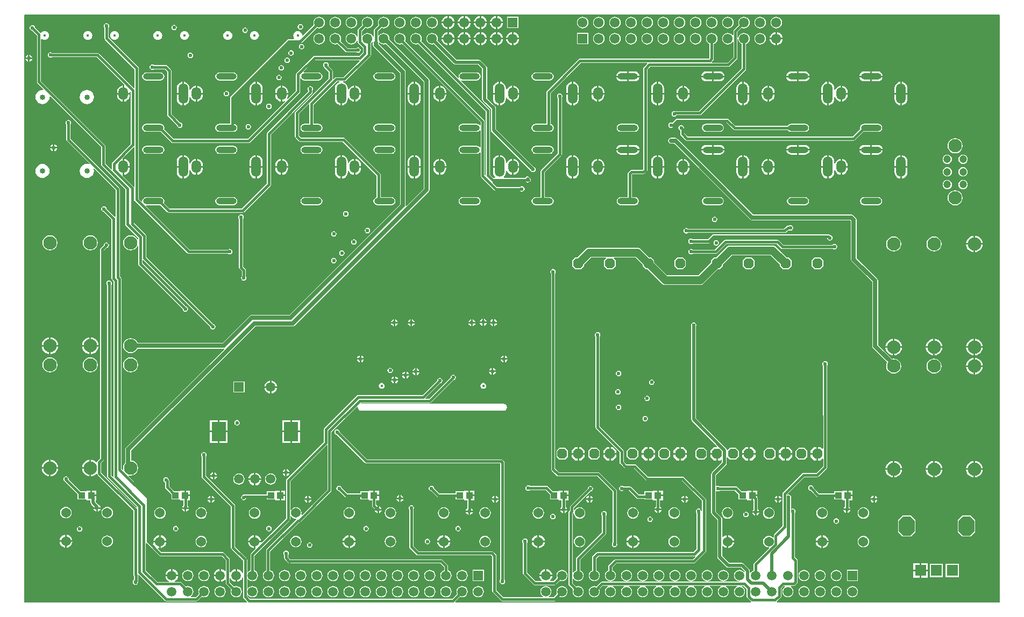
<source format=gtl>
G04*
G04 #@! TF.GenerationSoftware,Altium Limited,Altium Designer,19.0.15 (446)*
G04*
G04 Layer_Physical_Order=1*
G04 Layer_Color=255*
%FSLAX25Y25*%
%MOIN*%
G70*
G01*
G75*
%ADD10R,0.04134X0.03937*%
%ADD30C,0.01500*%
%ADD31C,0.01968*%
%ADD32C,0.05000*%
%ADD33C,0.02500*%
%ADD34C,0.02000*%
%ADD35C,0.01772*%
%ADD36C,0.08268*%
%ADD37O,0.12598X0.03937*%
%ADD38O,0.05906X0.12598*%
%ADD39O,0.05906X0.07874*%
%ADD40C,0.01575*%
%ADD41P,0.06809X8X112.5*%
%ADD42C,0.06102*%
%ADD43R,0.06102X0.06102*%
%ADD44C,0.03347*%
%ADD45C,0.04724*%
%ADD46C,0.06063*%
%ADD47C,0.05906*%
%ADD48R,0.05906X0.05906*%
%ADD49R,0.09055X0.12205*%
G04:AMPARAMS|DCode=50|XSize=118.11mil|YSize=96.83mil|CornerRadius=0mil|HoleSize=0mil|Usage=FLASHONLY|Rotation=90.000|XOffset=0mil|YOffset=0mil|HoleType=Round|Shape=Octagon|*
%AMOCTAGOND50*
4,1,8,0.02421,0.05906,-0.02421,0.05906,-0.04841,0.03485,-0.04841,-0.03485,-0.02421,-0.05906,0.02421,-0.05906,0.04841,-0.03485,0.04841,0.03485,0.02421,0.05906,0.0*
%
%ADD50OCTAGOND50*%

%ADD51R,0.07165X0.07165*%
%ADD52C,0.02362*%
G36*
X151970Y101061D02*
Y73527D01*
X136347Y57904D01*
X136158Y57968D01*
X135899Y58163D01*
X136006Y58980D01*
X135885Y59900D01*
X135530Y60757D01*
X134965Y61493D01*
X134229Y62058D01*
X133372Y62413D01*
X132452Y62534D01*
X131532Y62413D01*
X130675Y62058D01*
X129939Y61493D01*
X129437Y60839D01*
X129116Y60885D01*
X128937Y60974D01*
Y78736D01*
X151470Y101268D01*
X151970Y101061D01*
D02*
G37*
G36*
X33426Y368057D02*
X33483Y368055D01*
X33509Y368059D01*
X33535Y368054D01*
X499012Y368055D01*
X499075Y368031D01*
X499201Y368011D01*
X499283Y368014D01*
X499362Y367991D01*
X499489Y367981D01*
X499550Y367988D01*
X499610Y367975D01*
X499674Y367974D01*
X499694Y367977D01*
X499714Y367973D01*
X568504Y368050D01*
X568858Y367697D01*
X568858Y3912D01*
X568504Y3559D01*
X499645Y3562D01*
X499589Y3564D01*
X499562Y3559D01*
X499536Y3564D01*
X430607Y3564D01*
X430455Y4064D01*
X430469Y4073D01*
X433035Y6639D01*
X433309Y7050D01*
X433405Y7535D01*
Y12216D01*
X434862Y13672D01*
X435458D01*
X435514Y13567D01*
X435589Y13172D01*
X434964Y12693D01*
X434412Y11974D01*
X434065Y11135D01*
X433947Y10236D01*
X434065Y9337D01*
X434412Y8499D01*
X434964Y7779D01*
X435684Y7227D01*
X436522Y6880D01*
X437421Y6762D01*
X438321Y6880D01*
X439159Y7227D01*
X439878Y7779D01*
X440430Y8499D01*
X440777Y9337D01*
X440896Y10236D01*
X440777Y11135D01*
X440430Y11974D01*
X439878Y12693D01*
X439254Y13172D01*
X439329Y13567D01*
X439385Y13672D01*
X440939D01*
X441424Y13769D01*
X441834Y14043D01*
X443020Y15228D01*
X443294Y15639D01*
X443391Y16124D01*
Y29482D01*
X443294Y29967D01*
X443020Y30378D01*
X441767Y31631D01*
Y58884D01*
X442076Y59347D01*
X442206Y60000D01*
X442076Y60653D01*
X441706Y61206D01*
X441153Y61576D01*
X440500Y61706D01*
X439847Y61576D01*
X439789Y61537D01*
X439348Y61773D01*
Y67879D01*
X439419Y67985D01*
X439548Y68638D01*
X439419Y69291D01*
X439049Y69844D01*
X438495Y70214D01*
X437843Y70344D01*
X437218Y70219D01*
X437187Y70241D01*
X436988Y70697D01*
X447525Y81234D01*
X455590D01*
X456075Y81330D01*
X456486Y81604D01*
X461447Y86565D01*
X461722Y86976D01*
X461818Y87461D01*
Y119500D01*
X461766Y119758D01*
Y150419D01*
X462076Y150883D01*
X462206Y151535D01*
X462076Y152188D01*
X461706Y152742D01*
X461153Y153112D01*
X460500Y153242D01*
X459847Y153112D01*
X459294Y152742D01*
X458924Y152188D01*
X458794Y151535D01*
X458924Y150883D01*
X459234Y150419D01*
Y119551D01*
X459285Y119293D01*
Y98964D01*
X458823Y98773D01*
X457729Y99867D01*
X456156D01*
Y95722D01*
Y91577D01*
X457729D01*
X458823Y92671D01*
X459285Y92480D01*
Y87985D01*
X455066Y83767D01*
X447000D01*
X446515Y83670D01*
X446104Y83395D01*
X434524Y71815D01*
X434249Y71404D01*
X434153Y70919D01*
Y50941D01*
X428997Y45785D01*
X428722Y45374D01*
X428626Y44890D01*
Y43911D01*
X428316Y43806D01*
X428126Y43781D01*
X427396Y44342D01*
X426539Y44697D01*
X425619Y44818D01*
X424699Y44697D01*
X423842Y44342D01*
X423106Y43777D01*
X422541Y43041D01*
X422186Y42184D01*
X422065Y41264D01*
X422186Y40344D01*
X422541Y39487D01*
X423106Y38751D01*
X423842Y38186D01*
X424699Y37831D01*
X425611Y37711D01*
X425729Y37559D01*
X425873Y37266D01*
X416526Y27918D01*
X416251Y27507D01*
X416155Y27023D01*
Y23440D01*
X415684Y23245D01*
X414964Y22693D01*
X414427Y21992D01*
X414377Y21988D01*
X413927Y22132D01*
Y23019D01*
X413812Y23595D01*
X413486Y24084D01*
X410005Y27564D01*
X409517Y27891D01*
X408941Y28005D01*
X400987D01*
X396622Y32371D01*
Y38303D01*
X397095Y38464D01*
X397153Y38388D01*
X397995Y37742D01*
X398976Y37336D01*
X399528Y37263D01*
Y41264D01*
Y45264D01*
X398976Y45191D01*
X397995Y44785D01*
X397153Y44139D01*
X397095Y44064D01*
X396622Y44225D01*
Y55484D01*
X396507Y56060D01*
X396181Y56548D01*
X392848Y59881D01*
Y72333D01*
X393289Y72569D01*
X393347Y72530D01*
X394000Y72400D01*
X394653Y72530D01*
X395116Y72840D01*
X404549D01*
X406837Y70552D01*
Y67421D01*
X411735D01*
X411955Y67421D01*
X412235Y67037D01*
Y66913D01*
X414802D01*
Y69882D01*
Y72850D01*
X412235D01*
Y72727D01*
X411955Y72342D01*
X411735Y72342D01*
X408629D01*
X405969Y75002D01*
X405558Y75276D01*
X405074Y75373D01*
X395116D01*
X394653Y75682D01*
X394000Y75812D01*
X393347Y75682D01*
X393289Y75643D01*
X392848Y75879D01*
Y82371D01*
X399137Y88660D01*
X399137Y88660D01*
X399463Y89148D01*
X399578Y89725D01*
X399578Y89725D01*
Y93274D01*
X400078Y93481D01*
X401475Y92085D01*
X405112D01*
X406930Y93903D01*
Y97541D01*
X405112Y99359D01*
X401475D01*
X400061Y97946D01*
X400044Y97945D01*
X399534Y98126D01*
X399463Y98482D01*
X399137Y98971D01*
X399137Y98971D01*
X380505Y117602D01*
Y174625D01*
X380576Y174731D01*
X380706Y175384D01*
X380576Y176037D01*
X380206Y176590D01*
X379653Y176960D01*
X379000Y177090D01*
X378347Y176960D01*
X377794Y176590D01*
X377424Y176037D01*
X377294Y175384D01*
X377424Y174731D01*
X377495Y174625D01*
Y116979D01*
X377609Y116403D01*
X377936Y115914D01*
X393521Y100329D01*
X393330Y99867D01*
X391379D01*
X389306Y97795D01*
Y96222D01*
X393451D01*
Y95722D01*
X393951D01*
Y91577D01*
X395524D01*
X396106Y92159D01*
X396567Y91967D01*
Y90348D01*
X390278Y84059D01*
X389952Y83570D01*
X389837Y82994D01*
Y59258D01*
X389952Y58682D01*
X390278Y58193D01*
X393611Y54860D01*
Y31747D01*
X393726Y31171D01*
X394052Y30683D01*
X399299Y25436D01*
X399787Y25109D01*
X400363Y24995D01*
X408317D01*
X410735Y22577D01*
X410704Y22439D01*
X410164Y22321D01*
X409878Y22693D01*
X409159Y23245D01*
X408321Y23592D01*
X407421Y23711D01*
X406522Y23592D01*
X405684Y23245D01*
X404964Y22693D01*
X404412Y21973D01*
X404065Y21136D01*
X403947Y20236D01*
X404065Y19337D01*
X404412Y18499D01*
X404964Y17779D01*
X405684Y17227D01*
X406522Y16880D01*
X407014Y16815D01*
X406981Y16315D01*
X397862D01*
X397829Y16815D01*
X398321Y16880D01*
X399159Y17227D01*
X399878Y17779D01*
X400430Y18499D01*
X400777Y19337D01*
X400896Y20236D01*
X400777Y21136D01*
X400430Y21973D01*
X399878Y22693D01*
X399159Y23245D01*
X398321Y23592D01*
X397421Y23711D01*
X396522Y23592D01*
X395684Y23245D01*
X394964Y22693D01*
X394412Y21973D01*
X394065Y21136D01*
X393947Y20236D01*
X394065Y19337D01*
X394412Y18499D01*
X394964Y17779D01*
X395684Y17227D01*
X396522Y16880D01*
X397014Y16815D01*
X396981Y16315D01*
X387862D01*
X387829Y16815D01*
X388321Y16880D01*
X389159Y17227D01*
X389878Y17779D01*
X390430Y18499D01*
X390777Y19337D01*
X390896Y20236D01*
X390777Y21136D01*
X390430Y21973D01*
X389878Y22693D01*
X389159Y23245D01*
X388321Y23592D01*
X387421Y23711D01*
X386522Y23592D01*
X385684Y23245D01*
X384964Y22693D01*
X384412Y21973D01*
X384065Y21136D01*
X383947Y20236D01*
X384065Y19337D01*
X384412Y18499D01*
X384964Y17779D01*
X385684Y17227D01*
X386522Y16880D01*
X387014Y16815D01*
X386981Y16315D01*
X377862D01*
X377829Y16815D01*
X378321Y16880D01*
X379159Y17227D01*
X379878Y17779D01*
X380430Y18499D01*
X380778Y19337D01*
X380896Y20236D01*
X380778Y21136D01*
X380430Y21973D01*
X379878Y22693D01*
X379159Y23245D01*
X378321Y23592D01*
X377421Y23711D01*
X376522Y23592D01*
X375684Y23245D01*
X374964Y22693D01*
X374412Y21973D01*
X374065Y21136D01*
X373947Y20236D01*
X374065Y19337D01*
X374412Y18499D01*
X374964Y17779D01*
X375684Y17227D01*
X376522Y16880D01*
X377014Y16815D01*
X376981Y16315D01*
X367862D01*
X367829Y16815D01*
X368321Y16880D01*
X369159Y17227D01*
X369878Y17779D01*
X370430Y18499D01*
X370778Y19337D01*
X370896Y20236D01*
X370778Y21136D01*
X370430Y21973D01*
X369878Y22693D01*
X369159Y23245D01*
X368321Y23592D01*
X367421Y23711D01*
X366522Y23592D01*
X365684Y23245D01*
X364964Y22693D01*
X364412Y21973D01*
X364065Y21136D01*
X363947Y20236D01*
X364065Y19337D01*
X364412Y18499D01*
X364964Y17779D01*
X365684Y17227D01*
X366522Y16880D01*
X367014Y16815D01*
X366981Y16315D01*
X357862D01*
X357829Y16815D01*
X358321Y16880D01*
X359159Y17227D01*
X359878Y17779D01*
X360430Y18499D01*
X360777Y19337D01*
X360896Y20236D01*
X360777Y21136D01*
X360430Y21973D01*
X359878Y22693D01*
X359159Y23245D01*
X358321Y23592D01*
X357421Y23711D01*
X356522Y23592D01*
X355684Y23245D01*
X354964Y22693D01*
X354412Y21973D01*
X354065Y21136D01*
X353947Y20236D01*
X354065Y19337D01*
X354412Y18499D01*
X354964Y17779D01*
X355684Y17227D01*
X356522Y16880D01*
X357014Y16815D01*
X356981Y16315D01*
X347862D01*
X347829Y16815D01*
X348321Y16880D01*
X349159Y17227D01*
X349878Y17779D01*
X350430Y18499D01*
X350778Y19337D01*
X350896Y20236D01*
X350778Y21136D01*
X350430Y21973D01*
X349878Y22693D01*
X349159Y23245D01*
X348321Y23592D01*
X347421Y23711D01*
X346522Y23592D01*
X345684Y23245D01*
X344964Y22693D01*
X344412Y21973D01*
X344065Y21136D01*
X343947Y20236D01*
X344065Y19337D01*
X344412Y18499D01*
X344964Y17779D01*
X345684Y17227D01*
X346522Y16880D01*
X347014Y16815D01*
X346981Y16315D01*
X337862D01*
X337829Y16815D01*
X338321Y16880D01*
X339159Y17227D01*
X339878Y17779D01*
X340430Y18499D01*
X340777Y19337D01*
X340896Y20236D01*
X340777Y21136D01*
X340430Y21973D01*
X339878Y22693D01*
X339159Y23245D01*
X338321Y23592D01*
X337421Y23711D01*
X336522Y23592D01*
X335684Y23245D01*
X334964Y22693D01*
X334412Y21973D01*
X334065Y21136D01*
X333947Y20236D01*
X334065Y19337D01*
X334412Y18499D01*
X334964Y17779D01*
X335684Y17227D01*
X336522Y16880D01*
X337014Y16815D01*
X336981Y16315D01*
X327862D01*
X327829Y16815D01*
X328321Y16880D01*
X329159Y17227D01*
X329878Y17779D01*
X330430Y18499D01*
X330778Y19337D01*
X330896Y20236D01*
X330778Y21136D01*
X330430Y21973D01*
X329878Y22693D01*
X329159Y23245D01*
X328688Y23440D01*
Y25190D01*
X331231Y27733D01*
X379000D01*
X379485Y27830D01*
X379895Y28104D01*
X386323Y34532D01*
X386597Y34943D01*
X386694Y35427D01*
Y67037D01*
X386597Y67522D01*
X386323Y67933D01*
X373132Y81124D01*
X372721Y81398D01*
X372236Y81494D01*
X350633D01*
X343352Y88776D01*
X342941Y89050D01*
X342457Y89147D01*
X337401D01*
X335679Y90869D01*
Y97164D01*
X335582Y97649D01*
X335308Y98059D01*
X320766Y112601D01*
Y168419D01*
X321076Y168882D01*
X321206Y169535D01*
X321076Y170188D01*
X320706Y170742D01*
X320153Y171111D01*
X319500Y171241D01*
X318847Y171111D01*
X318294Y170742D01*
X317924Y170188D01*
X317794Y169535D01*
X317924Y168882D01*
X318233Y168419D01*
Y112076D01*
X318330Y111591D01*
X318604Y111181D01*
X333146Y96639D01*
Y90344D01*
X333242Y89859D01*
X333517Y89449D01*
X335981Y86985D01*
X336391Y86710D01*
X336876Y86614D01*
X341932D01*
X349213Y79333D01*
X349624Y79058D01*
X350109Y78962D01*
X371712D01*
X384161Y66513D01*
Y60316D01*
X383661Y60266D01*
X383576Y60692D01*
X383206Y61246D01*
X382653Y61616D01*
X382000Y61745D01*
X381347Y61616D01*
X380794Y61246D01*
X380424Y60692D01*
X380294Y60039D01*
X380424Y59386D01*
X380794Y58833D01*
X380858Y58790D01*
Y36649D01*
X378975Y34767D01*
X319500D01*
X319015Y34670D01*
X318604Y34396D01*
X316526Y32317D01*
X316251Y31906D01*
X316155Y31421D01*
Y23440D01*
X315684Y23245D01*
X314964Y22693D01*
X314412Y21973D01*
X314065Y21136D01*
X313947Y20236D01*
X314065Y19337D01*
X314412Y18499D01*
X314964Y17779D01*
X315684Y17227D01*
X316522Y16880D01*
X317421Y16762D01*
X318321Y16880D01*
X319159Y17227D01*
X319878Y17779D01*
X320430Y18499D01*
X320778Y19337D01*
X320896Y20236D01*
X320778Y21136D01*
X320430Y21973D01*
X319878Y22693D01*
X319159Y23245D01*
X318688Y23440D01*
Y30897D01*
X320025Y32234D01*
X379500D01*
X379794Y32292D01*
X380040Y31831D01*
X378475Y30266D01*
X330706D01*
X330222Y30170D01*
X329811Y29895D01*
X326526Y26610D01*
X326251Y26200D01*
X326155Y25715D01*
Y23440D01*
X325684Y23245D01*
X324964Y22693D01*
X324412Y21973D01*
X324065Y21136D01*
X323947Y20236D01*
X324065Y19337D01*
X324412Y18499D01*
X324964Y17779D01*
X325684Y17227D01*
X326522Y16880D01*
X327014Y16815D01*
X326981Y16315D01*
X322234D01*
X321749Y16219D01*
X321338Y15944D01*
X318791Y13397D01*
X318321Y13592D01*
X317421Y13711D01*
X316522Y13592D01*
X315684Y13245D01*
X314964Y12693D01*
X314412Y11974D01*
X314065Y11135D01*
X313947Y10236D01*
X314065Y9337D01*
X314412Y8499D01*
X314964Y7779D01*
X315684Y7227D01*
X316522Y6880D01*
X317421Y6762D01*
X318321Y6880D01*
X319159Y7227D01*
X319878Y7779D01*
X320430Y8499D01*
X320778Y9337D01*
X320896Y10236D01*
X320778Y11135D01*
X320583Y11606D01*
X322759Y13782D01*
X325674D01*
X325773Y13282D01*
X325684Y13245D01*
X324964Y12693D01*
X324412Y11974D01*
X324065Y11135D01*
X323947Y10236D01*
X324065Y9337D01*
X324412Y8499D01*
X324964Y7779D01*
X325684Y7227D01*
X326522Y6880D01*
X327421Y6762D01*
X328321Y6880D01*
X329159Y7227D01*
X329878Y7779D01*
X330430Y8499D01*
X330778Y9337D01*
X330896Y10236D01*
X330778Y11135D01*
X330430Y11974D01*
X329878Y12693D01*
X329159Y13245D01*
X329069Y13282D01*
X329169Y13782D01*
X335674D01*
X335773Y13282D01*
X335684Y13245D01*
X334964Y12693D01*
X334412Y11974D01*
X334065Y11135D01*
X333947Y10236D01*
X334065Y9337D01*
X334412Y8499D01*
X334964Y7779D01*
X335684Y7227D01*
X336522Y6880D01*
X337421Y6762D01*
X338321Y6880D01*
X339159Y7227D01*
X339878Y7779D01*
X340430Y8499D01*
X340777Y9337D01*
X340896Y10236D01*
X340777Y11135D01*
X340430Y11974D01*
X339878Y12693D01*
X339159Y13245D01*
X339069Y13282D01*
X339169Y13782D01*
X345674D01*
X345773Y13282D01*
X345684Y13245D01*
X344964Y12693D01*
X344412Y11974D01*
X344065Y11135D01*
X343947Y10236D01*
X344065Y9337D01*
X344412Y8499D01*
X344964Y7779D01*
X345684Y7227D01*
X346522Y6880D01*
X347421Y6762D01*
X348321Y6880D01*
X349159Y7227D01*
X349878Y7779D01*
X350430Y8499D01*
X350778Y9337D01*
X350896Y10236D01*
X350778Y11135D01*
X350430Y11974D01*
X349878Y12693D01*
X349159Y13245D01*
X349069Y13282D01*
X349169Y13782D01*
X355674D01*
X355773Y13282D01*
X355684Y13245D01*
X354964Y12693D01*
X354412Y11974D01*
X354065Y11135D01*
X353947Y10236D01*
X354065Y9337D01*
X354412Y8499D01*
X354964Y7779D01*
X355684Y7227D01*
X356522Y6880D01*
X357421Y6762D01*
X358321Y6880D01*
X359159Y7227D01*
X359878Y7779D01*
X360430Y8499D01*
X360777Y9337D01*
X360896Y10236D01*
X360777Y11135D01*
X360430Y11974D01*
X359878Y12693D01*
X359159Y13245D01*
X359069Y13282D01*
X359169Y13782D01*
X365674D01*
X365773Y13282D01*
X365684Y13245D01*
X364964Y12693D01*
X364412Y11974D01*
X364065Y11135D01*
X363947Y10236D01*
X364065Y9337D01*
X364412Y8499D01*
X364964Y7779D01*
X365684Y7227D01*
X366522Y6880D01*
X367421Y6762D01*
X368321Y6880D01*
X369159Y7227D01*
X369878Y7779D01*
X370430Y8499D01*
X370778Y9337D01*
X370896Y10236D01*
X370778Y11135D01*
X370430Y11974D01*
X369878Y12693D01*
X369159Y13245D01*
X369069Y13282D01*
X369169Y13782D01*
X375674D01*
X375773Y13282D01*
X375684Y13245D01*
X374964Y12693D01*
X374412Y11974D01*
X374065Y11135D01*
X373947Y10236D01*
X374065Y9337D01*
X374412Y8499D01*
X374964Y7779D01*
X375684Y7227D01*
X376522Y6880D01*
X377421Y6762D01*
X378321Y6880D01*
X379159Y7227D01*
X379878Y7779D01*
X380430Y8499D01*
X380778Y9337D01*
X380896Y10236D01*
X380778Y11135D01*
X380430Y11974D01*
X379878Y12693D01*
X379159Y13245D01*
X379069Y13282D01*
X379169Y13782D01*
X385674D01*
X385773Y13282D01*
X385684Y13245D01*
X384964Y12693D01*
X384412Y11974D01*
X384065Y11135D01*
X383947Y10236D01*
X384065Y9337D01*
X384412Y8499D01*
X384964Y7779D01*
X385684Y7227D01*
X386522Y6880D01*
X387421Y6762D01*
X388321Y6880D01*
X389159Y7227D01*
X389878Y7779D01*
X390430Y8499D01*
X390777Y9337D01*
X390896Y10236D01*
X390777Y11135D01*
X390430Y11974D01*
X389878Y12693D01*
X389159Y13245D01*
X389069Y13282D01*
X389169Y13782D01*
X395674D01*
X395773Y13282D01*
X395684Y13245D01*
X394964Y12693D01*
X394412Y11974D01*
X394065Y11135D01*
X393947Y10236D01*
X394065Y9337D01*
X394412Y8499D01*
X394964Y7779D01*
X395684Y7227D01*
X396522Y6880D01*
X397421Y6762D01*
X398321Y6880D01*
X399159Y7227D01*
X399878Y7779D01*
X400430Y8499D01*
X400777Y9337D01*
X400896Y10236D01*
X400777Y11135D01*
X400430Y11974D01*
X399878Y12693D01*
X399159Y13245D01*
X399069Y13282D01*
X399169Y13782D01*
X405674D01*
X405773Y13282D01*
X405684Y13245D01*
X404964Y12693D01*
X404412Y11974D01*
X404065Y11135D01*
X403947Y10236D01*
X404065Y9337D01*
X404412Y8499D01*
X404964Y7779D01*
X405684Y7227D01*
X406522Y6880D01*
X407421Y6762D01*
X408321Y6880D01*
X409159Y7227D01*
X409878Y7779D01*
X410430Y8499D01*
X410778Y9337D01*
X410896Y10236D01*
X410778Y11135D01*
X410430Y11974D01*
X409878Y12693D01*
X409159Y13245D01*
X409069Y13282D01*
X409169Y13782D01*
X409824D01*
X411691Y11915D01*
Y7489D01*
X411787Y7005D01*
X412062Y6594D01*
X413012Y5644D01*
X413012Y5644D01*
X413632Y5023D01*
X413632Y5023D01*
X414582Y4073D01*
X414596Y4064D01*
X414444Y3564D01*
X231377Y3564D01*
X231170Y4064D01*
X234181Y7075D01*
X234652Y6880D01*
X235551Y6762D01*
X236451Y6880D01*
X237288Y7227D01*
X238008Y7779D01*
X238560Y8499D01*
X238907Y9337D01*
X239026Y10236D01*
X238907Y11135D01*
X238560Y11974D01*
X238008Y12693D01*
X237288Y13245D01*
X236451Y13592D01*
X235551Y13711D01*
X234652Y13592D01*
X233814Y13245D01*
X233094Y12693D01*
X232542Y11974D01*
X232195Y11135D01*
X232077Y10236D01*
X232195Y9337D01*
X232390Y8866D01*
X229290Y5767D01*
X104025D01*
X102267Y7525D01*
Y8037D01*
X102767Y8207D01*
X103094Y7779D01*
X103814Y7227D01*
X104652Y6880D01*
X105551Y6762D01*
X106450Y6880D01*
X107289Y7227D01*
X108008Y7779D01*
X108560Y8499D01*
X108907Y9337D01*
X109026Y10236D01*
X108907Y11135D01*
X108560Y11974D01*
X108008Y12693D01*
X107289Y13245D01*
X106450Y13592D01*
X105551Y13711D01*
X104652Y13592D01*
X103814Y13245D01*
X103094Y12693D01*
X102767Y12266D01*
X102267Y12436D01*
Y18037D01*
X102767Y18206D01*
X103094Y17779D01*
X103814Y17227D01*
X104652Y16880D01*
X105551Y16762D01*
X106450Y16880D01*
X107289Y17227D01*
X108008Y17779D01*
X108560Y18499D01*
X108907Y19337D01*
X109026Y20236D01*
X108907Y21136D01*
X108560Y21973D01*
X108008Y22693D01*
X107289Y23245D01*
X106818Y23440D01*
Y32516D01*
X128566Y54265D01*
X128841Y54676D01*
X128937Y55160D01*
Y56987D01*
X129116Y57076D01*
X129437Y57121D01*
X129939Y56467D01*
X130675Y55902D01*
X131532Y55547D01*
X132422Y55430D01*
X132488Y55339D01*
X132646Y54948D01*
X114355Y36656D01*
X114080Y36245D01*
X113984Y35760D01*
Y23316D01*
X113814Y23245D01*
X113094Y22693D01*
X112542Y21973D01*
X112195Y21136D01*
X112077Y20236D01*
X112195Y19337D01*
X112542Y18499D01*
X113094Y17779D01*
X113814Y17227D01*
X114652Y16880D01*
X115551Y16762D01*
X116451Y16880D01*
X117288Y17227D01*
X118008Y17779D01*
X118560Y18499D01*
X118907Y19337D01*
X119026Y20236D01*
X118907Y21136D01*
X118560Y21973D01*
X118008Y22693D01*
X117288Y23245D01*
X116516Y23565D01*
Y35236D01*
X134213Y52932D01*
X134433D01*
X134917Y53029D01*
X135328Y53303D01*
X154132Y72107D01*
X154406Y72518D01*
X154503Y73002D01*
Y109212D01*
X170433Y125143D01*
X170894Y124896D01*
X170816Y124500D01*
X170984Y123655D01*
X171462Y122939D01*
X172178Y122460D01*
X173023Y122292D01*
X261212D01*
X262057Y122460D01*
X262773Y122939D01*
X263252Y123655D01*
X263420Y124500D01*
X263252Y125345D01*
X262773Y126061D01*
X262057Y126540D01*
X261212Y126708D01*
X173139D01*
X172922Y126969D01*
X172839Y127181D01*
X172871Y127234D01*
X215500D01*
X215985Y127330D01*
X216395Y127604D01*
X230106Y141315D01*
X230653Y141424D01*
X231206Y141794D01*
X231576Y142347D01*
X231706Y143000D01*
X231576Y143653D01*
X231206Y144206D01*
X230653Y144576D01*
X230000Y144706D01*
X229347Y144576D01*
X228794Y144206D01*
X228424Y143653D01*
X228315Y143106D01*
X214975Y129766D01*
X212918D01*
X212711Y130266D01*
X221760Y139315D01*
X222306Y139424D01*
X222860Y139794D01*
X223230Y140347D01*
X223360Y141000D01*
X223230Y141653D01*
X222860Y142206D01*
X222306Y142576D01*
X221654Y142706D01*
X221001Y142576D01*
X220447Y142206D01*
X220077Y141653D01*
X219969Y141106D01*
X210929Y132067D01*
X171047D01*
X170563Y131970D01*
X170152Y131695D01*
X150041Y111584D01*
X149766Y111174D01*
X149670Y110689D01*
Y103050D01*
X126775Y80156D01*
X126501Y79745D01*
X126404Y79260D01*
Y55685D01*
X111349Y40629D01*
X111076Y40764D01*
X107362D01*
Y37049D01*
X107496Y36777D01*
X104656Y33936D01*
X104381Y33525D01*
X104285Y33041D01*
Y23440D01*
X103814Y23245D01*
X103094Y22693D01*
X102767Y22266D01*
X102267Y22436D01*
Y30000D01*
X102170Y30485D01*
X101895Y30896D01*
X94766Y38025D01*
Y63500D01*
X94670Y63985D01*
X94396Y64395D01*
X76664Y82127D01*
Y93884D01*
X76974Y94347D01*
X77104Y95000D01*
X76974Y95653D01*
X76604Y96206D01*
X76051Y96576D01*
X75398Y96706D01*
X74745Y96576D01*
X74191Y96206D01*
X73822Y95653D01*
X73692Y95000D01*
X73822Y94347D01*
X74131Y93884D01*
Y81602D01*
X74228Y81118D01*
X74502Y80707D01*
X92234Y62975D01*
Y37500D01*
X92330Y37015D01*
X92605Y36604D01*
X99734Y29475D01*
Y21775D01*
X99234Y21675D01*
X99004Y22230D01*
X98370Y23055D01*
X97545Y23689D01*
X96583Y24087D01*
X96051Y24157D01*
Y20236D01*
Y16315D01*
X96583Y16385D01*
X97545Y16783D01*
X98370Y17417D01*
X99004Y18243D01*
X99234Y18797D01*
X99734Y18698D01*
Y7000D01*
X99830Y6515D01*
X100104Y6104D01*
X102145Y4064D01*
X101938Y3564D01*
X33879Y3564D01*
X33826Y3553D01*
X33796Y3559D01*
X33774D01*
X33763Y3560D01*
X33738Y3559D01*
X-35787Y3559D01*
X-35787Y367706D01*
X-35433Y368060D01*
X33426Y368057D01*
D02*
G37*
%LPC*%
G36*
X140500Y69624D02*
Y68000D01*
X142124D01*
X142054Y68351D01*
X141572Y69073D01*
X140851Y69555D01*
X140500Y69624D01*
D02*
G37*
G36*
X139500D02*
X139149Y69555D01*
X138427Y69073D01*
X137945Y68351D01*
X137876Y68000D01*
X139500D01*
Y69624D01*
D02*
G37*
G36*
X142124Y67000D02*
X140500D01*
Y65376D01*
X140851Y65446D01*
X141572Y65927D01*
X142054Y66649D01*
X142124Y67000D01*
D02*
G37*
G36*
X139500D02*
X137876D01*
X137945Y66649D01*
X138427Y65927D01*
X139149Y65446D01*
X139500Y65376D01*
Y67000D01*
D02*
G37*
G36*
X257370Y367170D02*
Y363650D01*
X260890D01*
X260817Y364207D01*
X260409Y365193D01*
X259759Y366039D01*
X258913Y366688D01*
X257928Y367097D01*
X257370Y367170D01*
D02*
G37*
G36*
X227370D02*
Y363650D01*
X230890D01*
X230817Y364207D01*
X230409Y365193D01*
X229760Y366039D01*
X228913Y366688D01*
X227928Y367097D01*
X227370Y367170D01*
D02*
G37*
G36*
X247370D02*
Y363650D01*
X250890D01*
X250817Y364207D01*
X250409Y365193D01*
X249760Y366039D01*
X248913Y366688D01*
X247928Y367097D01*
X247370Y367170D01*
D02*
G37*
G36*
X237370D02*
Y363650D01*
X240890D01*
X240817Y364207D01*
X240409Y365193D01*
X239759Y366039D01*
X238913Y366688D01*
X237928Y367097D01*
X237370Y367170D01*
D02*
G37*
G36*
X256370Y367170D02*
X255813Y367097D01*
X254827Y366688D01*
X253981Y366039D01*
X253331Y365193D01*
X252923Y364207D01*
X252850Y363650D01*
X256370D01*
Y367170D01*
D02*
G37*
G36*
X226370D02*
X225813Y367097D01*
X224827Y366688D01*
X223981Y366039D01*
X223331Y365193D01*
X222923Y364207D01*
X222850Y363650D01*
X226370D01*
Y367170D01*
D02*
G37*
G36*
X246370D02*
X245813Y367097D01*
X244827Y366688D01*
X243981Y366039D01*
X243331Y365193D01*
X242923Y364207D01*
X242850Y363650D01*
X246370D01*
Y367170D01*
D02*
G37*
G36*
X236370D02*
X235813Y367097D01*
X234827Y366688D01*
X233981Y366039D01*
X233331Y365193D01*
X232923Y364207D01*
X232850Y363650D01*
X236370D01*
Y367170D01*
D02*
G37*
G36*
X270413Y366693D02*
X263327D01*
Y359606D01*
X270413D01*
Y366693D01*
D02*
G37*
G36*
X430177Y366723D02*
X429252Y366602D01*
X428390Y366245D01*
X427650Y365677D01*
X427082Y364937D01*
X426725Y364075D01*
X426603Y363150D01*
X426725Y362225D01*
X427082Y361363D01*
X427650Y360623D01*
X428390Y360055D01*
X429252Y359698D01*
X430177Y359576D01*
X431102Y359698D01*
X431964Y360055D01*
X432704Y360623D01*
X433272Y361363D01*
X433629Y362225D01*
X433751Y363150D01*
X433629Y364075D01*
X433272Y364937D01*
X432704Y365677D01*
X431964Y366245D01*
X431102Y366602D01*
X430177Y366723D01*
D02*
G37*
G36*
X420177D02*
X419252Y366602D01*
X418390Y366245D01*
X417650Y365677D01*
X417082Y364937D01*
X416725Y364075D01*
X416603Y363150D01*
X416725Y362225D01*
X417082Y361363D01*
X417650Y360623D01*
X418390Y360055D01*
X419252Y359698D01*
X420177Y359576D01*
X421102Y359698D01*
X421964Y360055D01*
X422704Y360623D01*
X423272Y361363D01*
X423629Y362225D01*
X423751Y363150D01*
X423629Y364075D01*
X423272Y364937D01*
X422704Y365677D01*
X421964Y366245D01*
X421102Y366602D01*
X420177Y366723D01*
D02*
G37*
G36*
X410177D02*
X409252Y366602D01*
X408390Y366245D01*
X407650Y365677D01*
X407082Y364937D01*
X406725Y364075D01*
X406603Y363150D01*
X406725Y362225D01*
X406941Y361704D01*
X404002Y358765D01*
X403727Y358354D01*
X403631Y357870D01*
Y355291D01*
X403131Y355121D01*
X402704Y355677D01*
X401964Y356245D01*
X401102Y356602D01*
X400177Y356723D01*
X399252Y356602D01*
X398390Y356245D01*
X397650Y355677D01*
X397082Y354937D01*
X396725Y354075D01*
X396603Y353150D01*
X396725Y352225D01*
X397082Y351363D01*
X397650Y350623D01*
X398390Y350055D01*
X399252Y349698D01*
X400177Y349576D01*
X401102Y349698D01*
X401964Y350055D01*
X402704Y350623D01*
X403131Y351178D01*
X403631Y351009D01*
Y341922D01*
X399973Y338264D01*
X390262D01*
X390055Y338764D01*
X391073Y339782D01*
X391347Y340193D01*
X391444Y340677D01*
Y349839D01*
X391964Y350055D01*
X392704Y350623D01*
X393272Y351363D01*
X393629Y352225D01*
X393751Y353150D01*
X393629Y354075D01*
X393272Y354937D01*
X392704Y355677D01*
X391964Y356245D01*
X391102Y356602D01*
X390177Y356723D01*
X389252Y356602D01*
X388390Y356245D01*
X387650Y355677D01*
X387082Y354937D01*
X386725Y354075D01*
X386603Y353150D01*
X386725Y352225D01*
X387082Y351363D01*
X387650Y350623D01*
X388390Y350055D01*
X388911Y349839D01*
Y341202D01*
X388473Y340764D01*
X308578D01*
X308093Y340668D01*
X307683Y340393D01*
X288118Y320829D01*
X287844Y320418D01*
X287747Y319934D01*
Y300343D01*
X281102D01*
X280142Y300152D01*
X279328Y299609D01*
X278785Y298795D01*
X278594Y297835D01*
X278785Y296875D01*
X279328Y296061D01*
X280142Y295517D01*
X281102Y295326D01*
X289764D01*
X290724Y295517D01*
X291538Y296061D01*
X292082Y296875D01*
X292273Y297835D01*
X292082Y298795D01*
X291538Y299609D01*
X290724Y300152D01*
X290280Y300241D01*
Y319409D01*
X309103Y338231D01*
X350233D01*
X350440Y337731D01*
X348118Y335409D01*
X347843Y334998D01*
X347747Y334513D01*
Y272111D01*
X347403Y271766D01*
X340500D01*
X340015Y271670D01*
X339604Y271395D01*
X338604Y270395D01*
X338330Y269985D01*
X338233Y269500D01*
Y254871D01*
X333858D01*
X332898Y254680D01*
X332084Y254136D01*
X331540Y253322D01*
X331350Y252362D01*
X331540Y251402D01*
X332084Y250588D01*
X332898Y250044D01*
X333858Y249853D01*
X342520D01*
X343480Y250044D01*
X344294Y250588D01*
X344838Y251402D01*
X345029Y252362D01*
X344838Y253322D01*
X344294Y254136D01*
X343480Y254680D01*
X342520Y254871D01*
X340767D01*
Y268975D01*
X341025Y269233D01*
X347927D01*
X348412Y269330D01*
X348823Y269604D01*
X349909Y270691D01*
X350183Y271101D01*
X350280Y271586D01*
Y333989D01*
X352022Y335731D01*
X400498D01*
X400982Y335828D01*
X401393Y336102D01*
X405793Y340502D01*
X406067Y340913D01*
X406164Y341397D01*
Y352659D01*
X406664Y352692D01*
X406725Y352225D01*
X407082Y351363D01*
X407650Y350623D01*
X408390Y350055D01*
X408911Y349839D01*
Y334833D01*
X382345Y308266D01*
X367500D01*
X367098Y308187D01*
X367000Y308206D01*
X366347Y308076D01*
X365794Y307706D01*
X365424Y307153D01*
X365294Y306500D01*
X365424Y305847D01*
X365794Y305294D01*
X366347Y304924D01*
X367000Y304794D01*
X367653Y304924D01*
X368206Y305294D01*
X368500Y305733D01*
X382869D01*
X383354Y305830D01*
X383765Y306104D01*
X411073Y333413D01*
X411347Y333823D01*
X411444Y334308D01*
Y349839D01*
X411964Y350055D01*
X412704Y350623D01*
X413272Y351363D01*
X413629Y352225D01*
X413751Y353150D01*
X413629Y354075D01*
X413272Y354937D01*
X412704Y355677D01*
X411964Y356245D01*
X411102Y356602D01*
X410177Y356723D01*
X409252Y356602D01*
X408390Y356245D01*
X407650Y355677D01*
X407082Y354937D01*
X406725Y354075D01*
X406664Y353608D01*
X406164Y353641D01*
Y357345D01*
X408732Y359913D01*
X409252Y359698D01*
X410177Y359576D01*
X411102Y359698D01*
X411964Y360055D01*
X412704Y360623D01*
X413272Y361363D01*
X413629Y362225D01*
X413751Y363150D01*
X413629Y364075D01*
X413272Y364937D01*
X412704Y365677D01*
X411964Y366245D01*
X411102Y366602D01*
X410177Y366723D01*
D02*
G37*
G36*
X400177D02*
X399252Y366602D01*
X398390Y366245D01*
X397650Y365677D01*
X397082Y364937D01*
X396725Y364075D01*
X396603Y363150D01*
X396725Y362225D01*
X397082Y361363D01*
X397650Y360623D01*
X398390Y360055D01*
X399252Y359698D01*
X400177Y359576D01*
X401102Y359698D01*
X401964Y360055D01*
X402704Y360623D01*
X403272Y361363D01*
X403629Y362225D01*
X403751Y363150D01*
X403629Y364075D01*
X403272Y364937D01*
X402704Y365677D01*
X401964Y366245D01*
X401102Y366602D01*
X400177Y366723D01*
D02*
G37*
G36*
X390177D02*
X389252Y366602D01*
X388390Y366245D01*
X387650Y365677D01*
X387082Y364937D01*
X386725Y364075D01*
X386603Y363150D01*
X386725Y362225D01*
X387082Y361363D01*
X387650Y360623D01*
X388390Y360055D01*
X389252Y359698D01*
X390177Y359576D01*
X391102Y359698D01*
X391964Y360055D01*
X392704Y360623D01*
X393272Y361363D01*
X393629Y362225D01*
X393751Y363150D01*
X393629Y364075D01*
X393272Y364937D01*
X392704Y365677D01*
X391964Y366245D01*
X391102Y366602D01*
X390177Y366723D01*
D02*
G37*
G36*
X380177D02*
X379252Y366602D01*
X378390Y366245D01*
X377650Y365677D01*
X377082Y364937D01*
X376725Y364075D01*
X376603Y363150D01*
X376725Y362225D01*
X377082Y361363D01*
X377650Y360623D01*
X378390Y360055D01*
X379252Y359698D01*
X380177Y359576D01*
X381102Y359698D01*
X381964Y360055D01*
X382704Y360623D01*
X383272Y361363D01*
X383629Y362225D01*
X383751Y363150D01*
X383629Y364075D01*
X383272Y364937D01*
X382704Y365677D01*
X381964Y366245D01*
X381102Y366602D01*
X380177Y366723D01*
D02*
G37*
G36*
X370177D02*
X369252Y366602D01*
X368390Y366245D01*
X367650Y365677D01*
X367082Y364937D01*
X366725Y364075D01*
X366603Y363150D01*
X366725Y362225D01*
X367082Y361363D01*
X367650Y360623D01*
X368390Y360055D01*
X369252Y359698D01*
X370177Y359576D01*
X371102Y359698D01*
X371964Y360055D01*
X372704Y360623D01*
X373272Y361363D01*
X373629Y362225D01*
X373751Y363150D01*
X373629Y364075D01*
X373272Y364937D01*
X372704Y365677D01*
X371964Y366245D01*
X371102Y366602D01*
X370177Y366723D01*
D02*
G37*
G36*
X360177D02*
X359252Y366602D01*
X358390Y366245D01*
X357650Y365677D01*
X357082Y364937D01*
X356725Y364075D01*
X356603Y363150D01*
X356725Y362225D01*
X357082Y361363D01*
X357650Y360623D01*
X358390Y360055D01*
X359252Y359698D01*
X360177Y359576D01*
X361102Y359698D01*
X361964Y360055D01*
X362704Y360623D01*
X363272Y361363D01*
X363629Y362225D01*
X363751Y363150D01*
X363629Y364075D01*
X363272Y364937D01*
X362704Y365677D01*
X361964Y366245D01*
X361102Y366602D01*
X360177Y366723D01*
D02*
G37*
G36*
X350177D02*
X349252Y366602D01*
X348390Y366245D01*
X347650Y365677D01*
X347082Y364937D01*
X346725Y364075D01*
X346603Y363150D01*
X346725Y362225D01*
X347082Y361363D01*
X347650Y360623D01*
X348390Y360055D01*
X349252Y359698D01*
X350177Y359576D01*
X351102Y359698D01*
X351964Y360055D01*
X352704Y360623D01*
X353272Y361363D01*
X353629Y362225D01*
X353751Y363150D01*
X353629Y364075D01*
X353272Y364937D01*
X352704Y365677D01*
X351964Y366245D01*
X351102Y366602D01*
X350177Y366723D01*
D02*
G37*
G36*
X340177D02*
X339252Y366602D01*
X338390Y366245D01*
X337650Y365677D01*
X337082Y364937D01*
X336725Y364075D01*
X336603Y363150D01*
X336725Y362225D01*
X337082Y361363D01*
X337650Y360623D01*
X338390Y360055D01*
X339252Y359698D01*
X340177Y359576D01*
X341102Y359698D01*
X341964Y360055D01*
X342704Y360623D01*
X343272Y361363D01*
X343629Y362225D01*
X343751Y363150D01*
X343629Y364075D01*
X343272Y364937D01*
X342704Y365677D01*
X341964Y366245D01*
X341102Y366602D01*
X340177Y366723D01*
D02*
G37*
G36*
X330177D02*
X329252Y366602D01*
X328390Y366245D01*
X327650Y365677D01*
X327082Y364937D01*
X326725Y364075D01*
X326603Y363150D01*
X326725Y362225D01*
X327082Y361363D01*
X327650Y360623D01*
X328390Y360055D01*
X329252Y359698D01*
X330177Y359576D01*
X331102Y359698D01*
X331964Y360055D01*
X332704Y360623D01*
X333272Y361363D01*
X333629Y362225D01*
X333751Y363150D01*
X333629Y364075D01*
X333272Y364937D01*
X332704Y365677D01*
X331964Y366245D01*
X331102Y366602D01*
X330177Y366723D01*
D02*
G37*
G36*
X320177D02*
X319252Y366602D01*
X318390Y366245D01*
X317650Y365677D01*
X317082Y364937D01*
X316725Y364075D01*
X316603Y363150D01*
X316725Y362225D01*
X317082Y361363D01*
X317650Y360623D01*
X318390Y360055D01*
X319252Y359698D01*
X320177Y359576D01*
X321102Y359698D01*
X321964Y360055D01*
X322704Y360623D01*
X323272Y361363D01*
X323629Y362225D01*
X323751Y363150D01*
X323629Y364075D01*
X323272Y364937D01*
X322704Y365677D01*
X321964Y366245D01*
X321102Y366602D01*
X320177Y366723D01*
D02*
G37*
G36*
X310177D02*
X309252Y366602D01*
X308390Y366245D01*
X307650Y365677D01*
X307082Y364937D01*
X306725Y364075D01*
X306603Y363150D01*
X306725Y362225D01*
X307082Y361363D01*
X307650Y360623D01*
X308390Y360055D01*
X309252Y359698D01*
X310177Y359576D01*
X311102Y359698D01*
X311964Y360055D01*
X312704Y360623D01*
X313272Y361363D01*
X313629Y362225D01*
X313751Y363150D01*
X313629Y364075D01*
X313272Y364937D01*
X312704Y365677D01*
X311964Y366245D01*
X311102Y366602D01*
X310177Y366723D01*
D02*
G37*
G36*
X216870D02*
X215945Y366602D01*
X215083Y366245D01*
X214343Y365677D01*
X213775Y364937D01*
X213418Y364075D01*
X213296Y363150D01*
X213418Y362225D01*
X213775Y361363D01*
X214343Y360623D01*
X215083Y360055D01*
X215945Y359698D01*
X216870Y359576D01*
X217795Y359698D01*
X218657Y360055D01*
X219397Y360623D01*
X219965Y361363D01*
X220322Y362225D01*
X220444Y363150D01*
X220322Y364075D01*
X219965Y364937D01*
X219397Y365677D01*
X218657Y366245D01*
X217795Y366602D01*
X216870Y366723D01*
D02*
G37*
G36*
X206870D02*
X205945Y366602D01*
X205083Y366245D01*
X204343Y365677D01*
X203775Y364937D01*
X203418Y364075D01*
X203296Y363150D01*
X203418Y362225D01*
X203775Y361363D01*
X204343Y360623D01*
X205083Y360055D01*
X205945Y359698D01*
X206870Y359576D01*
X207795Y359698D01*
X208657Y360055D01*
X209397Y360623D01*
X209965Y361363D01*
X210322Y362225D01*
X210444Y363150D01*
X210322Y364075D01*
X209965Y364937D01*
X209397Y365677D01*
X208657Y366245D01*
X207795Y366602D01*
X206870Y366723D01*
D02*
G37*
G36*
X196870D02*
X195945Y366602D01*
X195083Y366245D01*
X194343Y365677D01*
X193775Y364937D01*
X193418Y364075D01*
X193296Y363150D01*
X193418Y362225D01*
X193775Y361363D01*
X194343Y360623D01*
X195083Y360055D01*
X195945Y359698D01*
X196870Y359576D01*
X197795Y359698D01*
X198657Y360055D01*
X199397Y360623D01*
X199965Y361363D01*
X200322Y362225D01*
X200444Y363150D01*
X200322Y364075D01*
X199965Y364937D01*
X199397Y365677D01*
X198657Y366245D01*
X197795Y366602D01*
X196870Y366723D01*
D02*
G37*
G36*
X186870D02*
X185945Y366602D01*
X185083Y366245D01*
X184343Y365677D01*
X183775Y364937D01*
X183418Y364075D01*
X183296Y363150D01*
X183418Y362225D01*
X183634Y361704D01*
X181105Y359175D01*
X180830Y358764D01*
X180734Y358279D01*
Y354388D01*
X180234Y354289D01*
X179965Y354937D01*
X179397Y355677D01*
X178657Y356245D01*
X177795Y356602D01*
X176870Y356723D01*
X175945Y356602D01*
X175083Y356245D01*
X174343Y355677D01*
X173835Y355015D01*
X173531Y355055D01*
X173335Y355150D01*
Y357824D01*
X175425Y359913D01*
X175945Y359698D01*
X176870Y359576D01*
X177795Y359698D01*
X178657Y360055D01*
X179397Y360623D01*
X179965Y361363D01*
X180322Y362225D01*
X180444Y363150D01*
X180322Y364075D01*
X179965Y364937D01*
X179397Y365677D01*
X178657Y366245D01*
X177795Y366602D01*
X176870Y366723D01*
X175945Y366602D01*
X175083Y366245D01*
X174343Y365677D01*
X173775Y364937D01*
X173418Y364075D01*
X173296Y363150D01*
X173418Y362225D01*
X173634Y361704D01*
X171173Y359244D01*
X170899Y358833D01*
X170802Y358348D01*
Y354167D01*
X170322Y354075D01*
X169965Y354937D01*
X169397Y355677D01*
X168657Y356245D01*
X167795Y356602D01*
X166870Y356723D01*
X165945Y356602D01*
X165083Y356245D01*
X164343Y355677D01*
X163775Y354937D01*
X163418Y354075D01*
X163296Y353150D01*
X163418Y352225D01*
X163775Y351363D01*
X164343Y350623D01*
X165083Y350055D01*
X165945Y349698D01*
X166870Y349576D01*
X167795Y349698D01*
X168657Y350055D01*
X169397Y350623D01*
X169965Y351363D01*
X170322Y352225D01*
X170802Y352133D01*
Y351161D01*
X170899Y350676D01*
X171173Y350265D01*
X173984Y347455D01*
Y344764D01*
X171625Y342405D01*
X143951D01*
X143466Y342309D01*
X143056Y342035D01*
X132917Y331895D01*
X132642Y331485D01*
X132546Y331000D01*
Y320896D01*
X127475Y315825D01*
X127075Y316117D01*
X127473Y317078D01*
X127609Y318110D01*
Y318595D01*
X124122D01*
Y314189D01*
X124654Y314259D01*
X125616Y314657D01*
X125907Y314258D01*
X102603Y290953D01*
X56764D01*
X50760Y296958D01*
X50934Y297835D01*
X50743Y298795D01*
X50199Y299609D01*
X49385Y300152D01*
X48425Y300343D01*
X39764D01*
X38804Y300152D01*
X37990Y299609D01*
X37446Y298795D01*
X37255Y297835D01*
X37446Y296875D01*
X37990Y296061D01*
X38804Y295517D01*
X39764Y295326D01*
X48425D01*
X48746Y295390D01*
X55344Y288791D01*
X55755Y288517D01*
X56240Y288421D01*
X103128D01*
X103612Y288517D01*
X104023Y288791D01*
X134708Y319476D01*
X134982Y319887D01*
X135079Y320371D01*
Y328461D01*
X135579Y328613D01*
X136021Y327950D01*
X136835Y327407D01*
X137795Y327216D01*
X146457D01*
X147417Y327407D01*
X148231Y327950D01*
X148775Y328764D01*
X148966Y329724D01*
X148775Y330684D01*
X148231Y331499D01*
X147417Y332042D01*
X146457Y332233D01*
X137795D01*
X137481Y332171D01*
X137235Y332632D01*
X144476Y339873D01*
X171920D01*
X172127Y339372D01*
X162021Y329267D01*
X157431D01*
X156946Y329170D01*
X156535Y328895D01*
X155766Y328127D01*
X155266Y328334D01*
Y333060D01*
X155170Y333545D01*
X154895Y333956D01*
X152658Y336193D01*
X152687Y336236D01*
X152817Y336889D01*
X152687Y337542D01*
X152317Y338095D01*
X151764Y338465D01*
X151111Y338595D01*
X150458Y338465D01*
X149905Y338095D01*
X149535Y337542D01*
X149405Y336889D01*
X149535Y336236D01*
X149895Y335698D01*
X149941Y335465D01*
X150215Y335054D01*
X152734Y332536D01*
Y328514D01*
X132290Y308071D01*
X132016Y307660D01*
X131919Y307175D01*
Y292427D01*
X132016Y291943D01*
X132290Y291532D01*
X134218Y289604D01*
X134628Y289330D01*
X135113Y289233D01*
X161475D01*
X182554Y268155D01*
Y254768D01*
X182111Y254680D01*
X181297Y254136D01*
X180753Y253322D01*
X180562Y252362D01*
X180753Y251402D01*
X181297Y250588D01*
X182111Y250044D01*
X183071Y249853D01*
X191732D01*
X192692Y250044D01*
X193506Y250588D01*
X194050Y251402D01*
X194241Y252362D01*
X194050Y253322D01*
X193506Y254136D01*
X192692Y254680D01*
X191732Y254871D01*
X185087D01*
Y268679D01*
X184991Y269164D01*
X184716Y269575D01*
X162896Y291395D01*
X162485Y291670D01*
X162000Y291767D01*
X135638D01*
X134452Y292952D01*
Y306651D01*
X140360Y312558D01*
X140860Y312351D01*
Y300343D01*
X137795D01*
X136835Y300152D01*
X136021Y299609D01*
X135477Y298795D01*
X135286Y297835D01*
X135477Y296875D01*
X136021Y296061D01*
X136835Y295517D01*
X137795Y295326D01*
X146457D01*
X147417Y295517D01*
X148231Y296061D01*
X148775Y296875D01*
X148966Y297835D01*
X148775Y298795D01*
X148231Y299609D01*
X147417Y300152D01*
X146457Y300343D01*
X143393D01*
Y312171D01*
X157956Y326733D01*
X159358D01*
X159457Y326234D01*
X158637Y325894D01*
X157811Y325260D01*
X157177Y324434D01*
X156779Y323473D01*
X156643Y322441D01*
Y319595D01*
X160630D01*
Y319094D01*
X161130D01*
Y311827D01*
X161662Y311897D01*
X162623Y312295D01*
X163449Y312929D01*
X164083Y313755D01*
X164481Y314716D01*
X164617Y315748D01*
Y316810D01*
X165117Y316909D01*
X165445Y316117D01*
X166079Y315291D01*
X166904Y314657D01*
X167866Y314259D01*
X168398Y314189D01*
Y319094D01*
Y324000D01*
X167866Y323930D01*
X166904Y323532D01*
X166079Y322898D01*
X165445Y322072D01*
X165117Y321280D01*
X164617Y321379D01*
Y322441D01*
X164481Y323473D01*
X164083Y324434D01*
X163449Y325260D01*
X162623Y325894D01*
X161803Y326234D01*
X161902Y326733D01*
X162546D01*
X163031Y326830D01*
X163442Y327104D01*
X178646Y342309D01*
X178920Y342719D01*
X179016Y343204D01*
Y350330D01*
X179397Y350623D01*
X179858Y351223D01*
X180325Y351011D01*
X180224Y350500D01*
Y349205D01*
X180224Y349205D01*
X180359Y348525D01*
X180744Y347949D01*
X196948Y331745D01*
Y250342D01*
X128382Y181776D01*
X105218D01*
X105218Y181776D01*
X104538Y181641D01*
X103962Y181256D01*
X103962Y181256D01*
X87179Y164473D01*
X34315D01*
X34084Y165030D01*
X33343Y165996D01*
X32376Y166738D01*
X31251Y167204D01*
X30043Y167363D01*
X28836Y167204D01*
X27710Y166738D01*
X26744Y165996D01*
X26002Y165030D01*
X25536Y163905D01*
X25377Y162697D01*
X25536Y161489D01*
X26002Y160364D01*
X26744Y159398D01*
X27710Y158656D01*
X28836Y158190D01*
X30043Y158031D01*
X31251Y158190D01*
X32376Y158656D01*
X33343Y159398D01*
X34084Y160364D01*
X34315Y160921D01*
X87869D01*
X87957Y160815D01*
X88104Y160449D01*
X27287Y99632D01*
X26902Y99056D01*
X26767Y98376D01*
X26767Y98376D01*
Y90226D01*
X26744Y90209D01*
X26002Y89242D01*
X25536Y88117D01*
X25377Y86910D01*
X25510Y85903D01*
X25036Y85669D01*
X24324Y86382D01*
Y204130D01*
X24228Y204615D01*
X23953Y205026D01*
X23267Y205713D01*
Y259870D01*
X23170Y260355D01*
X22896Y260766D01*
X19657Y264004D01*
X19396Y264395D01*
X-7233Y291025D01*
Y299884D01*
X-6924Y300347D01*
X-6794Y301000D01*
X-6924Y301653D01*
X-7294Y302206D01*
X-7847Y302576D01*
X-8500Y302706D01*
X-9153Y302576D01*
X-9706Y302206D01*
X-10076Y301653D01*
X-10206Y301000D01*
X-10076Y300347D01*
X-9766Y299884D01*
Y290500D01*
X-9670Y290015D01*
X-9396Y289604D01*
X4599Y275610D01*
X4316Y275186D01*
X4083Y275282D01*
X2953Y275431D01*
X1822Y275282D01*
X769Y274846D01*
X-136Y274152D01*
X-830Y273247D01*
X-1266Y272194D01*
X-1415Y271063D01*
X-1266Y269933D01*
X-830Y268879D01*
X-136Y267974D01*
X769Y267280D01*
X1822Y266844D01*
X2953Y266695D01*
X4083Y266844D01*
X5137Y267280D01*
X6041Y267974D01*
X6736Y268879D01*
X7172Y269933D01*
X7321Y271063D01*
X7172Y272194D01*
X7076Y272426D01*
X7500Y272709D01*
X17343Y262866D01*
X17605Y262474D01*
X20733Y259345D01*
Y242765D01*
X20234Y242558D01*
X15185Y247606D01*
X15076Y248153D01*
X14706Y248706D01*
X14153Y249076D01*
X13500Y249206D01*
X12847Y249076D01*
X12294Y248706D01*
X11924Y248153D01*
X11794Y247500D01*
X11924Y246847D01*
X12294Y246294D01*
X12847Y245924D01*
X13394Y245815D01*
X18234Y240975D01*
Y204435D01*
X18330Y203951D01*
X18605Y203540D01*
X19491Y202653D01*
Y81507D01*
X18991Y81300D01*
X17974Y82317D01*
Y200384D01*
X18284Y200847D01*
X18414Y201500D01*
X18284Y202153D01*
X17914Y202706D01*
X17361Y203076D01*
X16708Y203206D01*
X16055Y203076D01*
X15501Y202706D01*
X15132Y202153D01*
X15002Y201500D01*
X15132Y200847D01*
X15441Y200384D01*
Y81792D01*
X15538Y81308D01*
X15812Y80897D01*
X34000Y62709D01*
X33965Y62533D01*
X33424Y62368D01*
X11767Y84025D01*
Y89975D01*
X13169Y91378D01*
X13443Y91788D01*
X13540Y92273D01*
X13540Y221748D01*
X15106Y223315D01*
X15653Y223424D01*
X16206Y223794D01*
X16576Y224347D01*
X16706Y225000D01*
X16576Y225653D01*
X16206Y226206D01*
X15653Y226576D01*
X15000Y226706D01*
X14347Y226576D01*
X13794Y226206D01*
X13424Y225653D01*
X13315Y225106D01*
X11378Y223169D01*
X11103Y222758D01*
X11007Y222273D01*
X11007Y92798D01*
X9605Y91395D01*
X9330Y90985D01*
X9266Y90661D01*
X8764Y90494D01*
X8705Y90571D01*
X7632Y91394D01*
X6384Y91911D01*
X5543Y92022D01*
Y86910D01*
Y81797D01*
X6384Y81908D01*
X7632Y82425D01*
X8705Y83248D01*
X8760Y83319D01*
X9294Y83195D01*
X9330Y83015D01*
X9605Y82604D01*
X31734Y60475D01*
Y20929D01*
X31830Y20444D01*
X32064Y20094D01*
Y17525D01*
X31794Y17344D01*
X31424Y16791D01*
X31294Y16138D01*
X31424Y15485D01*
X31794Y14931D01*
X32347Y14562D01*
X33000Y14432D01*
X33653Y14562D01*
X34206Y14931D01*
X34576Y15485D01*
X34706Y16138D01*
X34576Y16791D01*
X34574Y16793D01*
X34597Y16906D01*
Y20370D01*
X35097Y20577D01*
X51035Y4638D01*
X51446Y4363D01*
X51931Y4267D01*
X70848D01*
X71333Y4363D01*
X71744Y4638D01*
X74181Y7075D01*
X74652Y6880D01*
X75551Y6762D01*
X76451Y6880D01*
X77289Y7227D01*
X78008Y7779D01*
X78560Y8499D01*
X78907Y9337D01*
X79026Y10236D01*
X78907Y11135D01*
X78560Y11974D01*
X78008Y12693D01*
X77289Y13245D01*
X76451Y13592D01*
X75551Y13711D01*
X74652Y13592D01*
X73814Y13245D01*
X73094Y12693D01*
X72542Y11974D01*
X72195Y11135D01*
X72077Y10236D01*
X72195Y9337D01*
X72390Y8866D01*
X70324Y6800D01*
X67515D01*
X67459Y6905D01*
X67383Y7300D01*
X68008Y7779D01*
X68560Y8499D01*
X68907Y9337D01*
X69026Y10236D01*
X68907Y11135D01*
X68560Y11974D01*
X68008Y12693D01*
X67289Y13245D01*
X66451Y13592D01*
X65551Y13711D01*
X64652Y13592D01*
X64181Y13397D01*
X61744Y15834D01*
X61333Y16109D01*
X60848Y16205D01*
X57456D01*
X57356Y16705D01*
X57545Y16783D01*
X58370Y17417D01*
X59004Y18243D01*
X59402Y19204D01*
X59472Y19736D01*
X55551D01*
X51630D01*
X51700Y19204D01*
X52099Y18243D01*
X52732Y17417D01*
X53558Y16783D01*
X53746Y16705D01*
X53647Y16205D01*
X46586D01*
X39398Y23393D01*
Y40104D01*
X39898Y40311D01*
X47605Y32605D01*
X48015Y32330D01*
X48500Y32234D01*
X86475D01*
X88987Y29722D01*
Y23029D01*
X88514Y22868D01*
X88370Y23055D01*
X87545Y23689D01*
X86583Y24087D01*
X86051Y24157D01*
Y20236D01*
X85551D01*
D01*
X86051D01*
Y16315D01*
X86583Y16385D01*
X87545Y16783D01*
X88370Y17417D01*
X88514Y17604D01*
X88987Y17444D01*
Y15533D01*
X89084Y15049D01*
X89358Y14638D01*
X92390Y11606D01*
X92195Y11135D01*
X92077Y10236D01*
X92195Y9337D01*
X92542Y8499D01*
X93094Y7779D01*
X93814Y7227D01*
X94652Y6880D01*
X95551Y6762D01*
X96451Y6880D01*
X97289Y7227D01*
X98008Y7779D01*
X98560Y8499D01*
X98907Y9337D01*
X99026Y10236D01*
X98907Y11135D01*
X98560Y11974D01*
X98008Y12693D01*
X97289Y13245D01*
X96451Y13592D01*
X95551Y13711D01*
X94652Y13592D01*
X94181Y13397D01*
X91520Y16058D01*
Y18332D01*
X92020Y18431D01*
X92098Y18243D01*
X92732Y17417D01*
X93558Y16783D01*
X94519Y16385D01*
X95051Y16315D01*
Y20236D01*
Y24157D01*
X94519Y24087D01*
X93558Y23689D01*
X92732Y23055D01*
X92098Y22230D01*
X92020Y22041D01*
X91520Y22141D01*
Y30246D01*
X91424Y30731D01*
X91149Y31142D01*
X87896Y34396D01*
X87485Y34670D01*
X87000Y34767D01*
X49025D01*
X46869Y36922D01*
X47152Y37346D01*
X47176Y37336D01*
X47728Y37263D01*
Y40764D01*
X44228D01*
X44301Y40211D01*
X44310Y40188D01*
X43887Y39904D01*
X41898Y41893D01*
Y68283D01*
X41802Y68767D01*
X41527Y69178D01*
X28803Y81902D01*
X29037Y82376D01*
X30043Y82244D01*
X31251Y82402D01*
X32376Y82869D01*
X33343Y83610D01*
X34084Y84576D01*
X34550Y85702D01*
X34709Y86910D01*
X34550Y88117D01*
X34084Y89242D01*
X33343Y90209D01*
X32376Y90950D01*
X31251Y91416D01*
X30320Y91539D01*
Y97640D01*
X107403Y174724D01*
X130568D01*
X130568Y174724D01*
X131248Y174859D01*
X131824Y175244D01*
X214756Y258176D01*
X215141Y258752D01*
X215276Y259432D01*
X215276Y259432D01*
Y327078D01*
X215141Y327758D01*
X214756Y328334D01*
X214756Y328334D01*
X190385Y352705D01*
X190444Y353150D01*
X190322Y354075D01*
X189965Y354937D01*
X189397Y355677D01*
X188657Y356245D01*
X187795Y356602D01*
X186870Y356723D01*
X185945Y356602D01*
X185083Y356245D01*
X184343Y355677D01*
X183775Y354937D01*
X183766Y354916D01*
X183266Y355015D01*
Y357755D01*
X185425Y359913D01*
X185945Y359698D01*
X186870Y359576D01*
X187795Y359698D01*
X188657Y360055D01*
X189397Y360623D01*
X189965Y361363D01*
X190322Y362225D01*
X190444Y363150D01*
X190322Y364075D01*
X189965Y364937D01*
X189397Y365677D01*
X188657Y366245D01*
X187795Y366602D01*
X186870Y366723D01*
D02*
G37*
G36*
X166870D02*
X165945Y366602D01*
X165083Y366245D01*
X164343Y365677D01*
X163775Y364937D01*
X163418Y364075D01*
X163296Y363150D01*
X163418Y362225D01*
X163775Y361363D01*
X164343Y360623D01*
X165083Y360055D01*
X165945Y359698D01*
X166870Y359576D01*
X167795Y359698D01*
X168657Y360055D01*
X169397Y360623D01*
X169965Y361363D01*
X170322Y362225D01*
X170444Y363150D01*
X170322Y364075D01*
X169965Y364937D01*
X169397Y365677D01*
X168657Y366245D01*
X167795Y366602D01*
X166870Y366723D01*
D02*
G37*
G36*
X156870D02*
X155945Y366602D01*
X155083Y366245D01*
X154343Y365677D01*
X153775Y364937D01*
X153418Y364075D01*
X153296Y363150D01*
X153418Y362225D01*
X153775Y361363D01*
X154343Y360623D01*
X155083Y360055D01*
X155945Y359698D01*
X156870Y359576D01*
X157795Y359698D01*
X158657Y360055D01*
X159397Y360623D01*
X159965Y361363D01*
X160322Y362225D01*
X160444Y363150D01*
X160322Y364075D01*
X159965Y364937D01*
X159397Y365677D01*
X158657Y366245D01*
X157795Y366602D01*
X156870Y366723D01*
D02*
G37*
G36*
X146870D02*
X145945Y366602D01*
X145083Y366245D01*
X144343Y365677D01*
X143775Y364937D01*
X143418Y364075D01*
X143296Y363150D01*
X143418Y362225D01*
X143634Y361704D01*
X136874Y354945D01*
X136522Y355071D01*
X136387Y355164D01*
X136298Y355837D01*
X136020Y356508D01*
X135579Y357084D01*
X135003Y357525D01*
X134332Y357803D01*
X133613Y357898D01*
X132894Y357803D01*
X132223Y357525D01*
X131648Y357084D01*
X131206Y356508D01*
X130928Y355837D01*
X130833Y355118D01*
X130928Y354399D01*
X131206Y353728D01*
X131486Y353363D01*
X131239Y352863D01*
X127950D01*
X127465Y352766D01*
X127055Y352492D01*
X92055Y317493D01*
X91781Y317082D01*
X91684Y316597D01*
Y300343D01*
X85039D01*
X84079Y300152D01*
X83265Y299609D01*
X82722Y298795D01*
X82531Y297835D01*
X82722Y296875D01*
X83265Y296061D01*
X84079Y295517D01*
X85039Y295326D01*
X93701D01*
X94661Y295517D01*
X95475Y296061D01*
X96019Y296875D01*
X96210Y297835D01*
X96019Y298795D01*
X95475Y299609D01*
X94661Y300152D01*
X94217Y300241D01*
Y316073D01*
X128475Y350330D01*
X135072D01*
X135556Y350426D01*
X135765Y350566D01*
X135985Y350609D01*
X136396Y350884D01*
X145425Y359913D01*
X145945Y359698D01*
X146870Y359576D01*
X147795Y359698D01*
X148657Y360055D01*
X149397Y360623D01*
X149965Y361363D01*
X150322Y362225D01*
X150444Y363150D01*
X150322Y364075D01*
X149965Y364937D01*
X149397Y365677D01*
X148657Y366245D01*
X147795Y366602D01*
X146870Y366723D01*
D02*
G37*
G36*
X260890Y362650D02*
X257370D01*
Y359129D01*
X257928Y359203D01*
X258913Y359611D01*
X259759Y360260D01*
X260409Y361107D01*
X260817Y362092D01*
X260890Y362650D01*
D02*
G37*
G36*
X250890D02*
X247370D01*
Y359129D01*
X247928Y359203D01*
X248913Y359611D01*
X249760Y360260D01*
X250409Y361107D01*
X250817Y362092D01*
X250890Y362650D01*
D02*
G37*
G36*
X240890D02*
X237370D01*
Y359129D01*
X237928Y359203D01*
X238913Y359611D01*
X239759Y360260D01*
X240409Y361107D01*
X240817Y362092D01*
X240890Y362650D01*
D02*
G37*
G36*
X230890D02*
X227370D01*
Y359129D01*
X227928Y359203D01*
X228913Y359611D01*
X229760Y360260D01*
X230409Y361107D01*
X230817Y362092D01*
X230890Y362650D01*
D02*
G37*
G36*
X256370D02*
X252850D01*
X252923Y362092D01*
X253331Y361107D01*
X253981Y360260D01*
X254827Y359611D01*
X255813Y359203D01*
X256370Y359129D01*
Y362650D01*
D02*
G37*
G36*
X246370D02*
X242850D01*
X242923Y362092D01*
X243331Y361107D01*
X243981Y360260D01*
X244827Y359611D01*
X245813Y359203D01*
X246370Y359129D01*
Y362650D01*
D02*
G37*
G36*
X236370D02*
X232850D01*
X232923Y362092D01*
X233331Y361107D01*
X233981Y360260D01*
X234827Y359611D01*
X235813Y359203D01*
X236370Y359129D01*
Y362650D01*
D02*
G37*
G36*
X226370D02*
X222850D01*
X222923Y362092D01*
X223331Y361107D01*
X223981Y360260D01*
X224827Y359611D01*
X225813Y359203D01*
X226370Y359129D01*
Y362650D01*
D02*
G37*
G36*
X135266Y362201D02*
X134614Y362071D01*
X134060Y361702D01*
X133690Y361148D01*
X133560Y360495D01*
X133690Y359842D01*
X134060Y359289D01*
X134614Y358919D01*
X135266Y358789D01*
X135919Y358919D01*
X136473Y359289D01*
X136843Y359842D01*
X136972Y360495D01*
X136843Y361148D01*
X136473Y361702D01*
X135919Y362071D01*
X135266Y362201D01*
D02*
G37*
G36*
X57000Y361706D02*
X56347Y361576D01*
X55794Y361206D01*
X55424Y360653D01*
X55294Y360000D01*
X55424Y359347D01*
X55794Y358794D01*
X56347Y358424D01*
X57000Y358294D01*
X57653Y358424D01*
X58206Y358794D01*
X58576Y359347D01*
X58706Y360000D01*
X58576Y360653D01*
X58206Y361206D01*
X57653Y361576D01*
X57000Y361706D01*
D02*
G37*
G36*
X101000Y359987D02*
X100347Y359858D01*
X99794Y359488D01*
X99424Y358934D01*
X99294Y358281D01*
X99424Y357628D01*
X99794Y357075D01*
X100347Y356705D01*
X101000Y356575D01*
X101653Y356705D01*
X102206Y357075D01*
X102576Y357628D01*
X102706Y358281D01*
X102576Y358934D01*
X102206Y359488D01*
X101653Y359858D01*
X101000Y359987D01*
D02*
G37*
G36*
X430677Y357170D02*
Y353650D01*
X434198D01*
X434124Y354207D01*
X433716Y355193D01*
X433067Y356039D01*
X432220Y356688D01*
X431235Y357097D01*
X430677Y357170D01*
D02*
G37*
G36*
X429677D02*
X429120Y357097D01*
X428134Y356688D01*
X427288Y356039D01*
X426639Y355193D01*
X426230Y354207D01*
X426157Y353650D01*
X429677D01*
Y357170D01*
D02*
G37*
G36*
X267370Y357170D02*
Y353650D01*
X270890D01*
X270817Y354207D01*
X270409Y355193D01*
X269759Y356039D01*
X268913Y356688D01*
X267928Y357097D01*
X267370Y357170D01*
D02*
G37*
G36*
X257370D02*
Y353650D01*
X260890D01*
X260817Y354207D01*
X260409Y355193D01*
X259759Y356039D01*
X258913Y356688D01*
X257928Y357097D01*
X257370Y357170D01*
D02*
G37*
G36*
X227370D02*
Y353650D01*
X230890D01*
X230817Y354207D01*
X230409Y355193D01*
X229760Y356039D01*
X228913Y356688D01*
X227928Y357097D01*
X227370Y357170D01*
D02*
G37*
G36*
X247370D02*
Y353650D01*
X250890D01*
X250817Y354207D01*
X250409Y355193D01*
X249760Y356039D01*
X248913Y356688D01*
X247928Y357097D01*
X247370Y357170D01*
D02*
G37*
G36*
X237370D02*
Y353650D01*
X240890D01*
X240817Y354207D01*
X240409Y355193D01*
X239759Y356039D01*
X238913Y356688D01*
X237928Y357097D01*
X237370Y357170D01*
D02*
G37*
G36*
X266370Y357170D02*
X265813Y357097D01*
X264827Y356688D01*
X263981Y356039D01*
X263331Y355193D01*
X262923Y354207D01*
X262850Y353650D01*
X266370D01*
Y357170D01*
D02*
G37*
G36*
X256370D02*
X255813Y357097D01*
X254827Y356688D01*
X253981Y356039D01*
X253331Y355193D01*
X252923Y354207D01*
X252850Y353650D01*
X256370D01*
Y357170D01*
D02*
G37*
G36*
X226370D02*
X225813Y357097D01*
X224827Y356688D01*
X223981Y356039D01*
X223331Y355193D01*
X222923Y354207D01*
X222850Y353650D01*
X226370D01*
Y357170D01*
D02*
G37*
G36*
X246370D02*
X245813Y357097D01*
X244827Y356688D01*
X243981Y356039D01*
X243331Y355193D01*
X242923Y354207D01*
X242850Y353650D01*
X246370D01*
Y357170D01*
D02*
G37*
G36*
X236370D02*
X235813Y357097D01*
X234827Y356688D01*
X233981Y356039D01*
X233331Y355193D01*
X232923Y354207D01*
X232850Y353650D01*
X236370D01*
Y357170D01*
D02*
G37*
G36*
X236870Y353150D02*
D01*
D01*
D01*
D02*
G37*
G36*
X106841Y357898D02*
X106122Y357803D01*
X105452Y357525D01*
X104876Y357084D01*
X104434Y356508D01*
X104156Y355837D01*
X104062Y355118D01*
X104156Y354399D01*
X104434Y353728D01*
X104876Y353153D01*
X105452Y352711D01*
X106122Y352433D01*
X106841Y352338D01*
X107561Y352433D01*
X108231Y352711D01*
X108807Y353153D01*
X109249Y353728D01*
X109526Y354399D01*
X109621Y355118D01*
X109526Y355837D01*
X109249Y356508D01*
X108807Y357084D01*
X108231Y357525D01*
X107561Y357803D01*
X106841Y357898D01*
D02*
G37*
G36*
X90256D02*
X89537Y357803D01*
X88867Y357525D01*
X88291Y357084D01*
X87849Y356508D01*
X87572Y355837D01*
X87477Y355118D01*
X87572Y354399D01*
X87849Y353728D01*
X88291Y353153D01*
X88867Y352711D01*
X89537Y352433D01*
X90256Y352338D01*
X90976Y352433D01*
X91646Y352711D01*
X92222Y353153D01*
X92664Y353728D01*
X92941Y354399D01*
X93036Y355118D01*
X92941Y355837D01*
X92664Y356508D01*
X92222Y357084D01*
X91646Y357525D01*
X90976Y357803D01*
X90256Y357898D01*
D02*
G37*
G36*
X63485D02*
X62765Y357803D01*
X62095Y357525D01*
X61519Y357084D01*
X61077Y356508D01*
X60800Y355837D01*
X60705Y355118D01*
X60800Y354399D01*
X61077Y353728D01*
X61519Y353153D01*
X62095Y352711D01*
X62765Y352433D01*
X63485Y352338D01*
X64204Y352433D01*
X64875Y352711D01*
X65450Y353153D01*
X65892Y353728D01*
X66170Y354399D01*
X66264Y355118D01*
X66170Y355837D01*
X65892Y356508D01*
X65450Y357084D01*
X64875Y357525D01*
X64204Y357803D01*
X63485Y357898D01*
D02*
G37*
G36*
X46900D02*
X46180Y357803D01*
X45510Y357525D01*
X44934Y357084D01*
X44493Y356508D01*
X44215Y355837D01*
X44120Y355118D01*
X44215Y354399D01*
X44493Y353728D01*
X44934Y353153D01*
X45510Y352711D01*
X46180Y352433D01*
X46900Y352338D01*
X47619Y352433D01*
X48290Y352711D01*
X48865Y353153D01*
X49307Y353728D01*
X49585Y354399D01*
X49680Y355118D01*
X49585Y355837D01*
X49307Y356508D01*
X48865Y357084D01*
X48290Y357525D01*
X47619Y357803D01*
X46900Y357898D01*
D02*
G37*
G36*
X20128D02*
X19409Y357803D01*
X18738Y357525D01*
X18163Y357084D01*
X17721Y356508D01*
X17443Y355837D01*
X17348Y355118D01*
X17443Y354399D01*
X17721Y353728D01*
X18163Y353153D01*
X18738Y352711D01*
X19409Y352433D01*
X20128Y352338D01*
X20848Y352433D01*
X21518Y352711D01*
X22094Y353153D01*
X22535Y353728D01*
X22813Y354399D01*
X22908Y355118D01*
X22813Y355837D01*
X22535Y356508D01*
X22094Y357084D01*
X21518Y357525D01*
X20848Y357803D01*
X20128Y357898D01*
D02*
G37*
G36*
X3543D02*
X2824Y357803D01*
X2153Y357525D01*
X1578Y357084D01*
X1136Y356508D01*
X858Y355837D01*
X764Y355118D01*
X858Y354399D01*
X1136Y353728D01*
X1578Y353153D01*
X2153Y352711D01*
X2824Y352433D01*
X3543Y352338D01*
X4263Y352433D01*
X4933Y352711D01*
X5509Y353153D01*
X5951Y353728D01*
X6228Y354399D01*
X6323Y355118D01*
X6228Y355837D01*
X5951Y356508D01*
X5509Y357084D01*
X4933Y357525D01*
X4263Y357803D01*
X3543Y357898D01*
D02*
G37*
G36*
X15119Y362706D02*
X14467Y362576D01*
X13913Y362206D01*
X13543Y361653D01*
X13413Y361000D01*
X13543Y360347D01*
X13853Y359884D01*
Y353381D01*
X13949Y352896D01*
X14224Y352485D01*
X32505Y334204D01*
Y322506D01*
X32005Y322299D01*
X10408Y343896D01*
X9997Y344170D01*
X9512Y344267D01*
X-18507D01*
X-18970Y344576D01*
X-19623Y344706D01*
X-20276Y344576D01*
X-20829Y344206D01*
X-21199Y343653D01*
X-21329Y343000D01*
X-21199Y342347D01*
X-20829Y341794D01*
X-20276Y341424D01*
X-19623Y341294D01*
X-18970Y341424D01*
X-18507Y341734D01*
X8988D01*
X26236Y324485D01*
X26091Y324189D01*
Y319595D01*
X29577D01*
Y320079D01*
X29574Y320101D01*
X30042Y320384D01*
X30205Y320270D01*
Y287855D01*
X18814Y276464D01*
X18540Y276053D01*
X18443Y275569D01*
Y272187D01*
X17943Y271980D01*
X14266Y275657D01*
Y286530D01*
X14170Y287015D01*
X13895Y287426D01*
X-25484Y326805D01*
Y352745D01*
X-24983Y352991D01*
X-24618Y352711D01*
X-23948Y352433D01*
X-23228Y352338D01*
X-22509Y352433D01*
X-21838Y352711D01*
X-21263Y353153D01*
X-20821Y353728D01*
X-20543Y354399D01*
X-20449Y355118D01*
X-20543Y355837D01*
X-20821Y356508D01*
X-21263Y357084D01*
X-21838Y357525D01*
X-22509Y357803D01*
X-23228Y357898D01*
X-23948Y357803D01*
X-24618Y357525D01*
X-25194Y357084D01*
X-25382Y356838D01*
X-25484Y356797D01*
X-26028Y356819D01*
X-29158Y359949D01*
X-29266Y360495D01*
X-29636Y361049D01*
X-30190Y361419D01*
X-30843Y361548D01*
X-31495Y361419D01*
X-32049Y361049D01*
X-32419Y360495D01*
X-32548Y359842D01*
X-32419Y359190D01*
X-32049Y358636D01*
X-31495Y358266D01*
X-30949Y358158D01*
X-28016Y355225D01*
Y326280D01*
X-27920Y325796D01*
X-27645Y325385D01*
X-23980Y321719D01*
X-24213Y321246D01*
X-24606Y321297D01*
X-25737Y321148D01*
X-26790Y320712D01*
X-27695Y320018D01*
X-28389Y319113D01*
X-28826Y318060D01*
X-28974Y316929D01*
X-28826Y315799D01*
X-28389Y314745D01*
X-27695Y313841D01*
X-26790Y313146D01*
X-25737Y312710D01*
X-24606Y312561D01*
X-23476Y312710D01*
X-22422Y313146D01*
X-21518Y313841D01*
X-20823Y314745D01*
X-20387Y315799D01*
X-20238Y316929D01*
X-20290Y317322D01*
X-19816Y317556D01*
X11733Y286006D01*
Y275133D01*
X11830Y274648D01*
X12105Y274237D01*
X26733Y259608D01*
Y238000D01*
X26830Y237515D01*
X27104Y237105D01*
X34734Y229475D01*
Y228666D01*
X34233Y228567D01*
X34084Y228927D01*
X33343Y229894D01*
X32376Y230635D01*
X31251Y231101D01*
X30043Y231260D01*
X28836Y231101D01*
X27710Y230635D01*
X26744Y229894D01*
X26002Y228927D01*
X25536Y227802D01*
X25377Y226594D01*
X25536Y225387D01*
X26002Y224261D01*
X26744Y223295D01*
X27710Y222554D01*
X28836Y222088D01*
X30043Y221929D01*
X31251Y222088D01*
X32376Y222554D01*
X33343Y223295D01*
X34084Y224261D01*
X34233Y224622D01*
X34734Y224523D01*
Y213500D01*
X34830Y213015D01*
X35105Y212604D01*
X62315Y185394D01*
X62424Y184847D01*
X62794Y184294D01*
X63347Y183924D01*
X64000Y183794D01*
X64653Y183924D01*
X65206Y184294D01*
X65576Y184847D01*
X65706Y185500D01*
X65576Y186153D01*
X65206Y186706D01*
X64653Y187076D01*
X64106Y187185D01*
X37266Y214025D01*
Y215746D01*
X37767Y215953D01*
X79325Y174394D01*
X79434Y173847D01*
X79804Y173294D01*
X80357Y172924D01*
X81010Y172794D01*
X81663Y172924D01*
X82217Y173294D01*
X82586Y173847D01*
X82716Y174500D01*
X82586Y175153D01*
X82217Y175706D01*
X81663Y176076D01*
X81116Y176185D01*
X39635Y217667D01*
Y230885D01*
X39538Y231369D01*
X39264Y231780D01*
X32253Y238791D01*
Y252516D01*
X32753Y252667D01*
X32876Y252483D01*
X65254Y220105D01*
X65665Y219830D01*
X66150Y219734D01*
X90384D01*
X90847Y219424D01*
X91500Y219294D01*
X92153Y219424D01*
X92706Y219794D01*
X93076Y220347D01*
X93206Y221000D01*
X93076Y221653D01*
X92706Y222206D01*
X92153Y222576D01*
X91500Y222706D01*
X90847Y222576D01*
X90384Y222267D01*
X66675D01*
X39528Y249413D01*
X39716Y249764D01*
X39795Y249853D01*
X48425D01*
X48474Y249863D01*
X52732Y245604D01*
X53143Y245330D01*
X53628Y245233D01*
X99500D01*
X99985Y245330D01*
X100396Y245604D01*
X116665Y261874D01*
X116940Y262285D01*
X117036Y262770D01*
Y293745D01*
X142395Y319105D01*
X142670Y319515D01*
X142766Y320000D01*
Y320884D01*
X143076Y321347D01*
X143206Y322000D01*
X143076Y322653D01*
X142706Y323206D01*
X142153Y323576D01*
X141500Y323706D01*
X140847Y323576D01*
X140294Y323206D01*
X139924Y322653D01*
X139794Y322000D01*
X139924Y321347D01*
X140234Y320884D01*
Y320525D01*
X114874Y295165D01*
X114600Y294755D01*
X114504Y294270D01*
Y263295D01*
X98975Y247766D01*
X54153D01*
X50652Y251267D01*
X50743Y251402D01*
X50934Y252362D01*
X50743Y253322D01*
X50199Y254136D01*
X49385Y254680D01*
X48425Y254871D01*
X39764D01*
X38804Y254680D01*
X37990Y254136D01*
X37446Y253322D01*
X37260Y252388D01*
X37080Y252269D01*
X36814Y252127D01*
X35038Y253903D01*
Y334729D01*
X34941Y335213D01*
X34667Y335624D01*
X16386Y353905D01*
Y359884D01*
X16695Y360347D01*
X16825Y361000D01*
X16695Y361653D01*
X16326Y362206D01*
X15772Y362576D01*
X15119Y362706D01*
D02*
G37*
G36*
X313720Y356693D02*
X306634D01*
Y349606D01*
X313720D01*
Y356693D01*
D02*
G37*
G36*
X420177Y356723D02*
X419252Y356602D01*
X418390Y356245D01*
X417650Y355677D01*
X417082Y354937D01*
X416725Y354075D01*
X416603Y353150D01*
X416725Y352225D01*
X417082Y351363D01*
X417650Y350623D01*
X418390Y350055D01*
X419252Y349698D01*
X420177Y349576D01*
X421102Y349698D01*
X421964Y350055D01*
X422704Y350623D01*
X423272Y351363D01*
X423629Y352225D01*
X423751Y353150D01*
X423629Y354075D01*
X423272Y354937D01*
X422704Y355677D01*
X421964Y356245D01*
X421102Y356602D01*
X420177Y356723D01*
D02*
G37*
G36*
X380177D02*
X379252Y356602D01*
X378390Y356245D01*
X377650Y355677D01*
X377082Y354937D01*
X376725Y354075D01*
X376603Y353150D01*
X376725Y352225D01*
X377082Y351363D01*
X377650Y350623D01*
X378390Y350055D01*
X379252Y349698D01*
X380177Y349576D01*
X381102Y349698D01*
X381964Y350055D01*
X382704Y350623D01*
X383272Y351363D01*
X383629Y352225D01*
X383751Y353150D01*
X383629Y354075D01*
X383272Y354937D01*
X382704Y355677D01*
X381964Y356245D01*
X381102Y356602D01*
X380177Y356723D01*
D02*
G37*
G36*
X370177D02*
X369252Y356602D01*
X368390Y356245D01*
X367650Y355677D01*
X367082Y354937D01*
X366725Y354075D01*
X366603Y353150D01*
X366725Y352225D01*
X367082Y351363D01*
X367650Y350623D01*
X368390Y350055D01*
X369252Y349698D01*
X370177Y349576D01*
X371102Y349698D01*
X371964Y350055D01*
X372704Y350623D01*
X373272Y351363D01*
X373629Y352225D01*
X373751Y353150D01*
X373629Y354075D01*
X373272Y354937D01*
X372704Y355677D01*
X371964Y356245D01*
X371102Y356602D01*
X370177Y356723D01*
D02*
G37*
G36*
X360177D02*
X359252Y356602D01*
X358390Y356245D01*
X357650Y355677D01*
X357082Y354937D01*
X356725Y354075D01*
X356603Y353150D01*
X356725Y352225D01*
X357082Y351363D01*
X357650Y350623D01*
X358390Y350055D01*
X359252Y349698D01*
X360177Y349576D01*
X361102Y349698D01*
X361964Y350055D01*
X362704Y350623D01*
X363272Y351363D01*
X363629Y352225D01*
X363751Y353150D01*
X363629Y354075D01*
X363272Y354937D01*
X362704Y355677D01*
X361964Y356245D01*
X361102Y356602D01*
X360177Y356723D01*
D02*
G37*
G36*
X350177D02*
X349252Y356602D01*
X348390Y356245D01*
X347650Y355677D01*
X347082Y354937D01*
X346725Y354075D01*
X346603Y353150D01*
X346725Y352225D01*
X347082Y351363D01*
X347650Y350623D01*
X348390Y350055D01*
X349252Y349698D01*
X350177Y349576D01*
X351102Y349698D01*
X351964Y350055D01*
X352704Y350623D01*
X353272Y351363D01*
X353629Y352225D01*
X353751Y353150D01*
X353629Y354075D01*
X353272Y354937D01*
X352704Y355677D01*
X351964Y356245D01*
X351102Y356602D01*
X350177Y356723D01*
D02*
G37*
G36*
X340177D02*
X339252Y356602D01*
X338390Y356245D01*
X337650Y355677D01*
X337082Y354937D01*
X336725Y354075D01*
X336603Y353150D01*
X336725Y352225D01*
X337082Y351363D01*
X337650Y350623D01*
X338390Y350055D01*
X339252Y349698D01*
X340177Y349576D01*
X341102Y349698D01*
X341964Y350055D01*
X342704Y350623D01*
X343272Y351363D01*
X343629Y352225D01*
X343751Y353150D01*
X343629Y354075D01*
X343272Y354937D01*
X342704Y355677D01*
X341964Y356245D01*
X341102Y356602D01*
X340177Y356723D01*
D02*
G37*
G36*
X330177D02*
X329252Y356602D01*
X328390Y356245D01*
X327650Y355677D01*
X327082Y354937D01*
X326725Y354075D01*
X326603Y353150D01*
X326725Y352225D01*
X327082Y351363D01*
X327650Y350623D01*
X328390Y350055D01*
X329252Y349698D01*
X330177Y349576D01*
X331102Y349698D01*
X331964Y350055D01*
X332704Y350623D01*
X333272Y351363D01*
X333629Y352225D01*
X333751Y353150D01*
X333629Y354075D01*
X333272Y354937D01*
X332704Y355677D01*
X331964Y356245D01*
X331102Y356602D01*
X330177Y356723D01*
D02*
G37*
G36*
X320177D02*
X319252Y356602D01*
X318390Y356245D01*
X317650Y355677D01*
X317082Y354937D01*
X316725Y354075D01*
X316603Y353150D01*
X316725Y352225D01*
X317082Y351363D01*
X317650Y350623D01*
X318390Y350055D01*
X319252Y349698D01*
X320177Y349576D01*
X321102Y349698D01*
X321964Y350055D01*
X322704Y350623D01*
X323272Y351363D01*
X323629Y352225D01*
X323751Y353150D01*
X323629Y354075D01*
X323272Y354937D01*
X322704Y355677D01*
X321964Y356245D01*
X321102Y356602D01*
X320177Y356723D01*
D02*
G37*
G36*
X146870D02*
X145945Y356602D01*
X145083Y356245D01*
X144343Y355677D01*
X143775Y354937D01*
X143418Y354075D01*
X143296Y353150D01*
X143418Y352225D01*
X143775Y351363D01*
X144343Y350623D01*
X145083Y350055D01*
X145945Y349698D01*
X146870Y349576D01*
X147795Y349698D01*
X148657Y350055D01*
X149397Y350623D01*
X149965Y351363D01*
X150322Y352225D01*
X150444Y353150D01*
X150322Y354075D01*
X149965Y354937D01*
X149397Y355677D01*
X148657Y356245D01*
X147795Y356602D01*
X146870Y356723D01*
D02*
G37*
G36*
X270890Y352650D02*
X267370D01*
Y349129D01*
X267928Y349203D01*
X268913Y349611D01*
X269759Y350260D01*
X270409Y351107D01*
X270817Y352092D01*
X270890Y352650D01*
D02*
G37*
G36*
X260890D02*
X257370D01*
Y349129D01*
X257928Y349203D01*
X258913Y349611D01*
X259759Y350260D01*
X260409Y351107D01*
X260817Y352092D01*
X260890Y352650D01*
D02*
G37*
G36*
X250890D02*
X247370D01*
Y349129D01*
X247928Y349203D01*
X248913Y349611D01*
X249760Y350260D01*
X250409Y351107D01*
X250817Y352092D01*
X250890Y352650D01*
D02*
G37*
G36*
X240890D02*
X237370D01*
Y349129D01*
X237928Y349203D01*
X238913Y349611D01*
X239759Y350260D01*
X240409Y351107D01*
X240817Y352092D01*
X240890Y352650D01*
D02*
G37*
G36*
X230890D02*
X227370D01*
Y349129D01*
X227928Y349203D01*
X228913Y349611D01*
X229760Y350260D01*
X230409Y351107D01*
X230817Y352092D01*
X230890Y352650D01*
D02*
G37*
G36*
X434198Y352650D02*
X430677D01*
Y349129D01*
X431235Y349203D01*
X432220Y349611D01*
X433067Y350260D01*
X433716Y351107D01*
X434124Y352092D01*
X434198Y352650D01*
D02*
G37*
G36*
X429677D02*
X426157D01*
X426230Y352092D01*
X426639Y351107D01*
X427288Y350260D01*
X428134Y349611D01*
X429120Y349203D01*
X429677Y349129D01*
Y352650D01*
D02*
G37*
G36*
X266370Y352650D02*
X262850D01*
X262923Y352092D01*
X263331Y351107D01*
X263981Y350260D01*
X264827Y349611D01*
X265813Y349203D01*
X266370Y349129D01*
Y352650D01*
D02*
G37*
G36*
X256370D02*
X252850D01*
X252923Y352092D01*
X253331Y351107D01*
X253981Y350260D01*
X254827Y349611D01*
X255813Y349203D01*
X256370Y349129D01*
Y352650D01*
D02*
G37*
G36*
X246370D02*
X242850D01*
X242923Y352092D01*
X243331Y351107D01*
X243981Y350260D01*
X244827Y349611D01*
X245813Y349203D01*
X246370Y349129D01*
Y352650D01*
D02*
G37*
G36*
X236370D02*
X232850D01*
X232923Y352092D01*
X233331Y351107D01*
X233981Y350260D01*
X234827Y349611D01*
X235813Y349203D01*
X236370Y349129D01*
Y352650D01*
D02*
G37*
G36*
X226370D02*
X222850D01*
X222923Y352092D01*
X223331Y351107D01*
X223981Y350260D01*
X224827Y349611D01*
X225813Y349203D01*
X226370Y349129D01*
Y352650D01*
D02*
G37*
G36*
X136000Y349912D02*
X135347Y349782D01*
X134794Y349413D01*
X134424Y348859D01*
X134294Y348206D01*
X134424Y347553D01*
X134794Y347000D01*
X135347Y346630D01*
X136000Y346500D01*
X136653Y346630D01*
X137206Y347000D01*
X137576Y347553D01*
X137706Y348206D01*
X137576Y348859D01*
X137206Y349413D01*
X136653Y349782D01*
X136000Y349912D01*
D02*
G37*
G36*
X156870Y356723D02*
X155945Y356602D01*
X155083Y356245D01*
X154343Y355677D01*
X153775Y354937D01*
X153418Y354075D01*
X153296Y353150D01*
X153418Y352225D01*
X153775Y351363D01*
X154343Y350623D01*
X155083Y350055D01*
X155945Y349698D01*
X156870Y349576D01*
X157795Y349698D01*
X158316Y349913D01*
X163124Y345105D01*
X163535Y344830D01*
X164020Y344734D01*
X169884D01*
X170347Y344424D01*
X171000Y344294D01*
X171653Y344424D01*
X172206Y344794D01*
X172576Y345347D01*
X172706Y346000D01*
X172576Y346653D01*
X172206Y347206D01*
X171653Y347576D01*
X171000Y347706D01*
X170347Y347576D01*
X169884Y347267D01*
X164544D01*
X160107Y351704D01*
X160322Y352225D01*
X160444Y353150D01*
X160322Y354075D01*
X159965Y354937D01*
X159397Y355677D01*
X158657Y356245D01*
X157795Y356602D01*
X156870Y356723D01*
D02*
G37*
G36*
X129500Y345946D02*
X128847Y345816D01*
X128294Y345446D01*
X127924Y344893D01*
X127794Y344240D01*
X127924Y343587D01*
X128294Y343033D01*
X128847Y342664D01*
X129500Y342534D01*
X130153Y342664D01*
X130706Y343033D01*
X131076Y343587D01*
X131206Y344240D01*
X131076Y344893D01*
X130706Y345446D01*
X130153Y345816D01*
X129500Y345946D01*
D02*
G37*
G36*
X-32500Y343124D02*
Y341500D01*
X-30876D01*
X-30945Y341851D01*
X-31427Y342572D01*
X-32149Y343055D01*
X-32500Y343124D01*
D02*
G37*
G36*
X-33500D02*
X-33851Y343055D01*
X-34572Y342572D01*
X-35055Y341851D01*
X-35124Y341500D01*
X-33500D01*
Y343124D01*
D02*
G37*
G36*
X67028Y344453D02*
X66375Y344323D01*
X65822Y343953D01*
X65452Y343400D01*
X65322Y342747D01*
X65452Y342094D01*
X65822Y341541D01*
X66375Y341171D01*
X67028Y341041D01*
X67681Y341171D01*
X68234Y341541D01*
X68604Y342094D01*
X68734Y342747D01*
X68604Y343400D01*
X68234Y343953D01*
X67681Y344323D01*
X67028Y344453D01*
D02*
G37*
G36*
X-30876Y340500D02*
X-32500D01*
Y338876D01*
X-32149Y338945D01*
X-31427Y339427D01*
X-30945Y340149D01*
X-30876Y340500D01*
D02*
G37*
G36*
X-33500D02*
X-35124D01*
X-35055Y340149D01*
X-34572Y339427D01*
X-33851Y338945D01*
X-33500Y338876D01*
Y340500D01*
D02*
G37*
G36*
X127085Y341425D02*
X126432Y341295D01*
X125879Y340925D01*
X125509Y340372D01*
X125379Y339719D01*
X125509Y339066D01*
X125879Y338513D01*
X126432Y338143D01*
X127085Y338013D01*
X127738Y338143D01*
X128291Y338513D01*
X128661Y339066D01*
X128791Y339719D01*
X128661Y340372D01*
X128291Y340925D01*
X127738Y341295D01*
X127085Y341425D01*
D02*
G37*
G36*
X123500Y336706D02*
X122847Y336576D01*
X122294Y336206D01*
X121924Y335653D01*
X121794Y335000D01*
X121924Y334347D01*
X122294Y333794D01*
X122847Y333424D01*
X123500Y333294D01*
X124153Y333424D01*
X124706Y333794D01*
X125076Y334347D01*
X125206Y335000D01*
X125076Y335653D01*
X124706Y336206D01*
X124153Y336576D01*
X123500Y336706D01*
D02*
G37*
G36*
X342520Y332719D02*
X338689D01*
Y330224D01*
X345448D01*
X345412Y330499D01*
X345113Y331222D01*
X344637Y331842D01*
X344017Y332317D01*
X343295Y332616D01*
X342520Y332719D01*
D02*
G37*
G36*
X337689D02*
X333858D01*
X333084Y332616D01*
X332361Y332317D01*
X331741Y331842D01*
X331265Y331222D01*
X330966Y330499D01*
X330930Y330224D01*
X337689D01*
Y332719D01*
D02*
G37*
G36*
X448032D02*
X444201D01*
Y330224D01*
X450960D01*
X450924Y330499D01*
X450625Y331222D01*
X450149Y331842D01*
X449529Y332317D01*
X448807Y332616D01*
X448032Y332719D01*
D02*
G37*
G36*
X395276D02*
X391445D01*
Y330224D01*
X398204D01*
X398168Y330499D01*
X397869Y331222D01*
X397393Y331842D01*
X396773Y332317D01*
X396051Y332616D01*
X395276Y332719D01*
D02*
G37*
G36*
X443201D02*
X439370D01*
X438595Y332616D01*
X437873Y332317D01*
X437253Y331842D01*
X436777Y331222D01*
X436478Y330499D01*
X436442Y330224D01*
X443201D01*
Y332719D01*
D02*
G37*
G36*
X390445D02*
X386614D01*
X385839Y332616D01*
X385117Y332317D01*
X384497Y331842D01*
X384021Y331222D01*
X383722Y330499D01*
X383686Y330224D01*
X390445D01*
Y332719D01*
D02*
G37*
G36*
X493307D02*
X489477D01*
Y330224D01*
X496236D01*
X496199Y330499D01*
X495900Y331222D01*
X495424Y331842D01*
X494804Y332317D01*
X494082Y332616D01*
X493307Y332719D01*
D02*
G37*
G36*
X488477D02*
X484646D01*
X483871Y332616D01*
X483149Y332317D01*
X482529Y331842D01*
X482053Y331222D01*
X481754Y330499D01*
X481718Y330224D01*
X488477D01*
Y332719D01*
D02*
G37*
G36*
X121991Y330706D02*
X121338Y330576D01*
X120785Y330206D01*
X120415Y329653D01*
X120285Y329000D01*
X120415Y328347D01*
X120785Y327794D01*
X121338Y327424D01*
X121991Y327294D01*
X122644Y327424D01*
X123197Y327794D01*
X123567Y328347D01*
X123697Y329000D01*
X123567Y329653D01*
X123197Y330206D01*
X122644Y330576D01*
X121991Y330706D01*
D02*
G37*
G36*
X289764Y332233D02*
X281102D01*
X280142Y332042D01*
X279328Y331499D01*
X278785Y330684D01*
X278594Y329724D01*
X278785Y328764D01*
X279328Y327950D01*
X280142Y327407D01*
X281102Y327216D01*
X289764D01*
X290724Y327407D01*
X291538Y327950D01*
X292082Y328764D01*
X292273Y329724D01*
X292082Y330684D01*
X291538Y331499D01*
X290724Y332042D01*
X289764Y332233D01*
D02*
G37*
G36*
X191732D02*
X183071D01*
X182111Y332042D01*
X181297Y331499D01*
X180753Y330684D01*
X180562Y329724D01*
X180753Y328764D01*
X181297Y327950D01*
X182111Y327407D01*
X183071Y327216D01*
X191732D01*
X192692Y327407D01*
X193506Y327950D01*
X194050Y328764D01*
X194241Y329724D01*
X194050Y330684D01*
X193506Y331499D01*
X192692Y332042D01*
X191732Y332233D01*
D02*
G37*
G36*
X93701D02*
X85039D01*
X84079Y332042D01*
X83265Y331499D01*
X82722Y330684D01*
X82531Y329724D01*
X82722Y328764D01*
X83265Y327950D01*
X84079Y327407D01*
X85039Y327216D01*
X93701D01*
X94661Y327407D01*
X95475Y327950D01*
X96019Y328764D01*
X96210Y329724D01*
X96019Y330684D01*
X95475Y331499D01*
X94661Y332042D01*
X93701Y332233D01*
D02*
G37*
G36*
X48425D02*
X39764D01*
X38804Y332042D01*
X37990Y331499D01*
X37446Y330684D01*
X37255Y329724D01*
X37446Y328764D01*
X37990Y327950D01*
X38804Y327407D01*
X39764Y327216D01*
X48425D01*
X49385Y327407D01*
X50199Y327950D01*
X50743Y328764D01*
X50934Y329724D01*
X50743Y330684D01*
X50199Y331499D01*
X49385Y332042D01*
X48425Y332233D01*
D02*
G37*
G36*
X496236Y329224D02*
X489477D01*
Y326730D01*
X493307D01*
X494082Y326832D01*
X494804Y327132D01*
X495424Y327607D01*
X495900Y328227D01*
X496199Y328949D01*
X496236Y329224D01*
D02*
G37*
G36*
X488477D02*
X481718D01*
X481754Y328949D01*
X482053Y328227D01*
X482529Y327607D01*
X483149Y327132D01*
X483871Y326832D01*
X484646Y326730D01*
X488477D01*
Y329224D01*
D02*
G37*
G36*
X450960Y329224D02*
X444201D01*
Y326730D01*
X448032D01*
X448807Y326832D01*
X449529Y327132D01*
X450149Y327607D01*
X450625Y328227D01*
X450924Y328949D01*
X450960Y329224D01*
D02*
G37*
G36*
X443201D02*
X436442D01*
X436478Y328949D01*
X436777Y328227D01*
X437253Y327607D01*
X437873Y327132D01*
X438595Y326832D01*
X439370Y326730D01*
X443201D01*
Y329224D01*
D02*
G37*
G36*
X398204D02*
X391445D01*
Y326730D01*
X395276D01*
X396051Y326832D01*
X396773Y327132D01*
X397393Y327607D01*
X397869Y328227D01*
X398168Y328949D01*
X398204Y329224D01*
D02*
G37*
G36*
X390445D02*
X383686D01*
X383722Y328949D01*
X384021Y328227D01*
X384497Y327607D01*
X385117Y327132D01*
X385839Y326832D01*
X386614Y326730D01*
X390445D01*
Y329224D01*
D02*
G37*
G36*
X345448Y329224D02*
X338689D01*
Y326730D01*
X342520D01*
X343295Y326832D01*
X344017Y327132D01*
X344637Y327607D01*
X345113Y328227D01*
X345412Y328949D01*
X345448Y329224D01*
D02*
G37*
G36*
X337689D02*
X330930D01*
X330966Y328949D01*
X331265Y328227D01*
X331741Y327607D01*
X332361Y327132D01*
X333084Y326832D01*
X333858Y326730D01*
X337689D01*
Y329224D01*
D02*
G37*
G36*
X507980Y326362D02*
Y319595D01*
X511467D01*
Y322441D01*
X511332Y323473D01*
X510933Y324434D01*
X510300Y325260D01*
X509474Y325894D01*
X508512Y326292D01*
X507980Y326362D01*
D02*
G37*
G36*
X506981D02*
X506449Y326292D01*
X505487Y325894D01*
X504661Y325260D01*
X504028Y324434D01*
X503629Y323473D01*
X503494Y322441D01*
Y319595D01*
X506981D01*
Y326362D01*
D02*
G37*
G36*
X470973Y324000D02*
Y319595D01*
X474460D01*
Y320079D01*
X474324Y321111D01*
X473925Y322072D01*
X473292Y322898D01*
X472466Y323532D01*
X471504Y323930D01*
X470973Y324000D01*
D02*
G37*
G36*
X461705Y326362D02*
X461173Y326292D01*
X460212Y325894D01*
X459386Y325260D01*
X458752Y324434D01*
X458354Y323473D01*
X458218Y322441D01*
Y319595D01*
X461705D01*
Y326362D01*
D02*
G37*
G36*
X425697Y324000D02*
Y319595D01*
X429184D01*
Y320079D01*
X429048Y321111D01*
X428650Y322072D01*
X428016Y322898D01*
X427190Y323532D01*
X426229Y323930D01*
X425697Y324000D01*
D02*
G37*
G36*
X424697D02*
X424165Y323930D01*
X423204Y323532D01*
X422378Y322898D01*
X421744Y322072D01*
X421346Y321111D01*
X421210Y320079D01*
Y319595D01*
X424697D01*
Y324000D01*
D02*
G37*
G36*
X409949Y326362D02*
Y319595D01*
X413436D01*
Y322441D01*
X413300Y323473D01*
X412902Y324434D01*
X412268Y325260D01*
X411442Y325894D01*
X410481Y326292D01*
X409949Y326362D01*
D02*
G37*
G36*
X408949D02*
X408417Y326292D01*
X407456Y325894D01*
X406630Y325260D01*
X405996Y324434D01*
X405598Y323473D01*
X405462Y322441D01*
Y319595D01*
X408949D01*
Y326362D01*
D02*
G37*
G36*
X372941Y324000D02*
Y319595D01*
X376428D01*
Y320079D01*
X376292Y321111D01*
X375894Y322072D01*
X375260Y322898D01*
X374434Y323532D01*
X373473Y323930D01*
X372941Y324000D01*
D02*
G37*
G36*
X371941D02*
X371409Y323930D01*
X370448Y323532D01*
X369622Y322898D01*
X368988Y322072D01*
X368590Y321111D01*
X368454Y320079D01*
Y319595D01*
X371941D01*
Y324000D01*
D02*
G37*
G36*
X357193Y326362D02*
Y319595D01*
X360680D01*
Y322441D01*
X360544Y323473D01*
X360146Y324434D01*
X359512Y325260D01*
X358686Y325894D01*
X357725Y326292D01*
X357193Y326362D01*
D02*
G37*
G36*
X356193D02*
X355661Y326292D01*
X354700Y325894D01*
X353874Y325260D01*
X353240Y324434D01*
X352842Y323473D01*
X352706Y322441D01*
Y319595D01*
X356193D01*
Y326362D01*
D02*
G37*
G36*
X320185Y324000D02*
Y319595D01*
X323672D01*
Y320079D01*
X323536Y321111D01*
X323138Y322072D01*
X322504Y322898D01*
X321679Y323532D01*
X320717Y323930D01*
X320185Y324000D01*
D02*
G37*
G36*
X319185D02*
X318653Y323930D01*
X317692Y323532D01*
X316866Y322898D01*
X316232Y322072D01*
X315834Y321111D01*
X315698Y320079D01*
Y319595D01*
X319185D01*
Y324000D01*
D02*
G37*
G36*
X304437Y326362D02*
Y319595D01*
X307924D01*
Y322441D01*
X307788Y323473D01*
X307390Y324434D01*
X306756Y325260D01*
X305931Y325894D01*
X304969Y326292D01*
X304437Y326362D01*
D02*
G37*
G36*
X303437D02*
X302905Y326292D01*
X301944Y325894D01*
X301118Y325260D01*
X300484Y324434D01*
X300086Y323473D01*
X299950Y322441D01*
Y319595D01*
X303437D01*
Y326362D01*
D02*
G37*
G36*
X267429Y324000D02*
Y319595D01*
X270916D01*
Y320079D01*
X270780Y321111D01*
X270382Y322072D01*
X269748Y322898D01*
X268923Y323532D01*
X267961Y323930D01*
X267429Y324000D01*
D02*
G37*
G36*
X258161Y326362D02*
X257630Y326292D01*
X256668Y325894D01*
X255842Y325260D01*
X255209Y324434D01*
X254811Y323473D01*
X254675Y322441D01*
Y319595D01*
X258161D01*
Y326362D01*
D02*
G37*
G36*
X222154Y324000D02*
Y319595D01*
X225641D01*
Y320079D01*
X225505Y321111D01*
X225106Y322072D01*
X224473Y322898D01*
X223647Y323532D01*
X222686Y323930D01*
X222154Y324000D01*
D02*
G37*
G36*
X221154D02*
X220622Y323930D01*
X219660Y323532D01*
X218834Y322898D01*
X218201Y322072D01*
X217803Y321111D01*
X217667Y320079D01*
Y319595D01*
X221154D01*
Y324000D01*
D02*
G37*
G36*
X169398D02*
Y319595D01*
X172885D01*
Y320079D01*
X172749Y321111D01*
X172350Y322072D01*
X171717Y322898D01*
X170891Y323532D01*
X169930Y323930D01*
X169398Y324000D01*
D02*
G37*
G36*
X124122D02*
Y319595D01*
X127609D01*
Y320079D01*
X127473Y321111D01*
X127075Y322072D01*
X126441Y322898D01*
X125616Y323532D01*
X124654Y323930D01*
X124122Y324000D01*
D02*
G37*
G36*
X123122D02*
X122590Y323930D01*
X121629Y323532D01*
X120803Y322898D01*
X120169Y322072D01*
X119771Y321111D01*
X119635Y320079D01*
Y319595D01*
X123122D01*
Y324000D01*
D02*
G37*
G36*
X108374Y326362D02*
Y319595D01*
X111861D01*
Y322441D01*
X111725Y323473D01*
X111327Y324434D01*
X110693Y325260D01*
X109868Y325894D01*
X108906Y326292D01*
X108374Y326362D01*
D02*
G37*
G36*
X107374D02*
X106842Y326292D01*
X105881Y325894D01*
X105055Y325260D01*
X104421Y324434D01*
X104023Y323473D01*
X103887Y322441D01*
Y319595D01*
X107374D01*
Y326362D01*
D02*
G37*
G36*
X71366Y324000D02*
Y319595D01*
X74853D01*
Y320079D01*
X74717Y321111D01*
X74319Y322072D01*
X73685Y322898D01*
X72860Y323532D01*
X71898Y323930D01*
X71366Y324000D01*
D02*
G37*
G36*
X62098Y326362D02*
X61567Y326292D01*
X60605Y325894D01*
X59779Y325260D01*
X59146Y324434D01*
X58747Y323473D01*
X58612Y322441D01*
Y319595D01*
X62098D01*
Y326362D01*
D02*
G37*
G36*
X25091Y324000D02*
X24559Y323930D01*
X23597Y323532D01*
X22771Y322898D01*
X22138Y322072D01*
X21739Y321111D01*
X21604Y320079D01*
Y319595D01*
X25091D01*
Y324000D01*
D02*
G37*
G36*
X89500Y320706D02*
X88847Y320576D01*
X88294Y320206D01*
X87924Y319653D01*
X87794Y319000D01*
X87924Y318347D01*
X88294Y317794D01*
X88847Y317424D01*
X89500Y317294D01*
X90153Y317424D01*
X90706Y317794D01*
X91076Y318347D01*
X91206Y319000D01*
X91076Y319653D01*
X90706Y320206D01*
X90153Y320576D01*
X89500Y320706D01*
D02*
G37*
G36*
X474460Y318595D02*
X470973D01*
Y314189D01*
X471504Y314259D01*
X472466Y314657D01*
X473292Y315291D01*
X473925Y316117D01*
X474324Y317078D01*
X474460Y318110D01*
Y318595D01*
D02*
G37*
G36*
X462705Y326362D02*
Y319094D01*
Y311827D01*
X463237Y311897D01*
X464198Y312295D01*
X465024Y312929D01*
X465658Y313755D01*
X466056Y314716D01*
X466192Y315748D01*
Y316810D01*
X466692Y316909D01*
X467020Y316117D01*
X467654Y315291D01*
X468479Y314657D01*
X469441Y314259D01*
X469973Y314189D01*
Y319094D01*
Y324000D01*
X469441Y323930D01*
X468479Y323532D01*
X467654Y322898D01*
X467020Y322072D01*
X466692Y321280D01*
X466192Y321379D01*
Y322441D01*
X466056Y323473D01*
X465658Y324434D01*
X465024Y325260D01*
X464198Y325894D01*
X463237Y326292D01*
X462705Y326362D01*
D02*
G37*
G36*
X429184Y318595D02*
X425697D01*
Y314189D01*
X426229Y314259D01*
X427190Y314657D01*
X428016Y315291D01*
X428650Y316117D01*
X429048Y317078D01*
X429184Y318110D01*
Y318595D01*
D02*
G37*
G36*
X424697D02*
X421210D01*
Y318110D01*
X421346Y317078D01*
X421744Y316117D01*
X422378Y315291D01*
X423204Y314657D01*
X424165Y314259D01*
X424697Y314189D01*
Y318595D01*
D02*
G37*
G36*
X376428D02*
X372941D01*
Y314189D01*
X373473Y314259D01*
X374434Y314657D01*
X375260Y315291D01*
X375894Y316117D01*
X376292Y317078D01*
X376428Y318110D01*
Y318595D01*
D02*
G37*
G36*
X371941D02*
X368454D01*
Y318110D01*
X368590Y317078D01*
X368988Y316117D01*
X369622Y315291D01*
X370448Y314657D01*
X371409Y314259D01*
X371941Y314189D01*
Y318595D01*
D02*
G37*
G36*
X323672D02*
X320185D01*
Y314189D01*
X320717Y314259D01*
X321679Y314657D01*
X322504Y315291D01*
X323138Y316117D01*
X323536Y317078D01*
X323672Y318110D01*
Y318595D01*
D02*
G37*
G36*
X319185D02*
X315698D01*
Y318110D01*
X315834Y317078D01*
X316232Y316117D01*
X316866Y315291D01*
X317692Y314657D01*
X318653Y314259D01*
X319185Y314189D01*
Y318595D01*
D02*
G37*
G36*
X270916D02*
X267429D01*
Y314189D01*
X267961Y314259D01*
X268923Y314657D01*
X269748Y315291D01*
X270382Y316117D01*
X270780Y317078D01*
X270916Y318110D01*
Y318595D01*
D02*
G37*
G36*
X259161Y326362D02*
Y319094D01*
Y311827D01*
X259693Y311897D01*
X260655Y312295D01*
X261481Y312929D01*
X262114Y313755D01*
X262512Y314716D01*
X262648Y315748D01*
Y316810D01*
X263148Y316909D01*
X263476Y316117D01*
X264110Y315291D01*
X264936Y314657D01*
X265897Y314259D01*
X266429Y314189D01*
Y319094D01*
Y324000D01*
X265897Y323930D01*
X264936Y323532D01*
X264110Y322898D01*
X263476Y322072D01*
X263148Y321280D01*
X262648Y321379D01*
Y322441D01*
X262512Y323473D01*
X262114Y324434D01*
X261481Y325260D01*
X260655Y325894D01*
X259693Y326292D01*
X259161Y326362D01*
D02*
G37*
G36*
X225641Y318595D02*
X222154D01*
Y314189D01*
X222686Y314259D01*
X223647Y314657D01*
X224473Y315291D01*
X225106Y316117D01*
X225505Y317078D01*
X225641Y318110D01*
Y318595D01*
D02*
G37*
G36*
X221154D02*
X217667D01*
Y318110D01*
X217803Y317078D01*
X218201Y316117D01*
X218834Y315291D01*
X219660Y314657D01*
X220622Y314259D01*
X221154Y314189D01*
Y318595D01*
D02*
G37*
G36*
X172885D02*
X169398D01*
Y314189D01*
X169930Y314259D01*
X170891Y314657D01*
X171717Y315291D01*
X172350Y316117D01*
X172749Y317078D01*
X172885Y318110D01*
Y318595D01*
D02*
G37*
G36*
X123122D02*
X119635D01*
Y318110D01*
X119771Y317078D01*
X120169Y316117D01*
X120803Y315291D01*
X121629Y314657D01*
X122590Y314259D01*
X123122Y314189D01*
Y318595D01*
D02*
G37*
G36*
X74853D02*
X71366D01*
Y314189D01*
X71898Y314259D01*
X72860Y314657D01*
X73685Y315291D01*
X74319Y316117D01*
X74717Y317078D01*
X74853Y318110D01*
Y318595D01*
D02*
G37*
G36*
X63099Y326362D02*
Y319094D01*
Y311827D01*
X63630Y311897D01*
X64592Y312295D01*
X65418Y312929D01*
X66051Y313755D01*
X66449Y314716D01*
X66585Y315748D01*
Y316810D01*
X67085Y316909D01*
X67413Y316117D01*
X68047Y315291D01*
X68873Y314657D01*
X69834Y314259D01*
X70366Y314189D01*
Y319094D01*
Y324000D01*
X69834Y323930D01*
X68873Y323532D01*
X68047Y322898D01*
X67413Y322072D01*
X67085Y321280D01*
X66585Y321379D01*
Y322441D01*
X66449Y323473D01*
X66051Y324434D01*
X65418Y325260D01*
X64592Y325894D01*
X63630Y326292D01*
X63099Y326362D01*
D02*
G37*
G36*
X29577Y318595D02*
X26091D01*
Y314189D01*
X26622Y314259D01*
X27584Y314657D01*
X28410Y315291D01*
X29043Y316117D01*
X29442Y317078D01*
X29577Y318110D01*
Y318595D01*
D02*
G37*
G36*
X25091D02*
X21604D01*
Y318110D01*
X21739Y317078D01*
X22138Y316117D01*
X22771Y315291D01*
X23597Y314657D01*
X24559Y314259D01*
X25091Y314189D01*
Y318595D01*
D02*
G37*
G36*
X2953Y321297D02*
X1822Y321148D01*
X769Y320712D01*
X-136Y320018D01*
X-830Y319113D01*
X-1266Y318060D01*
X-1415Y316929D01*
X-1266Y315799D01*
X-830Y314745D01*
X-136Y313841D01*
X769Y313146D01*
X1822Y312710D01*
X2953Y312561D01*
X4083Y312710D01*
X5137Y313146D01*
X6041Y313841D01*
X6736Y314745D01*
X7172Y315799D01*
X7321Y316929D01*
X7172Y318060D01*
X6736Y319113D01*
X6041Y320018D01*
X5137Y320712D01*
X4083Y321148D01*
X2953Y321297D01*
D02*
G37*
G36*
X511467Y318595D02*
X507980D01*
Y311827D01*
X508512Y311897D01*
X509474Y312295D01*
X510300Y312929D01*
X510933Y313755D01*
X511332Y314716D01*
X511467Y315748D01*
Y318595D01*
D02*
G37*
G36*
X506981D02*
X503494D01*
Y315748D01*
X503629Y314716D01*
X504028Y313755D01*
X504661Y312929D01*
X505487Y312295D01*
X506449Y311897D01*
X506981Y311827D01*
Y318595D01*
D02*
G37*
G36*
X461705D02*
X458218D01*
Y315748D01*
X458354Y314716D01*
X458752Y313755D01*
X459386Y312929D01*
X460212Y312295D01*
X461173Y311897D01*
X461705Y311827D01*
Y318595D01*
D02*
G37*
G36*
X413436D02*
X409949D01*
Y311827D01*
X410481Y311897D01*
X411442Y312295D01*
X412268Y312929D01*
X412902Y313755D01*
X413300Y314716D01*
X413436Y315748D01*
Y318595D01*
D02*
G37*
G36*
X408949D02*
X405462D01*
Y315748D01*
X405598Y314716D01*
X405996Y313755D01*
X406630Y312929D01*
X407456Y312295D01*
X408417Y311897D01*
X408949Y311827D01*
Y318595D01*
D02*
G37*
G36*
X360680D02*
X357193D01*
Y311827D01*
X357725Y311897D01*
X358686Y312295D01*
X359512Y312929D01*
X360146Y313755D01*
X360544Y314716D01*
X360680Y315748D01*
Y318595D01*
D02*
G37*
G36*
X356193D02*
X352706D01*
Y315748D01*
X352842Y314716D01*
X353240Y313755D01*
X353874Y312929D01*
X354700Y312295D01*
X355661Y311897D01*
X356193Y311827D01*
Y318595D01*
D02*
G37*
G36*
X307924D02*
X304437D01*
Y311827D01*
X304969Y311897D01*
X305931Y312295D01*
X306756Y312929D01*
X307390Y313755D01*
X307788Y314716D01*
X307924Y315748D01*
Y318595D01*
D02*
G37*
G36*
X303437D02*
X299950D01*
Y315748D01*
X300086Y314716D01*
X300484Y313755D01*
X301118Y312929D01*
X301944Y312295D01*
X302905Y311897D01*
X303437Y311827D01*
Y318595D01*
D02*
G37*
G36*
X258161D02*
X254675D01*
Y315748D01*
X254811Y314716D01*
X255209Y313755D01*
X255842Y312929D01*
X256668Y312295D01*
X257630Y311897D01*
X258161Y311827D01*
Y318595D01*
D02*
G37*
G36*
X160130D02*
X156643D01*
Y315748D01*
X156779Y314716D01*
X157177Y313755D01*
X157811Y312929D01*
X158637Y312295D01*
X159598Y311897D01*
X160130Y311827D01*
Y318595D01*
D02*
G37*
G36*
X111861D02*
X108374D01*
Y311827D01*
X108906Y311897D01*
X109868Y312295D01*
X110693Y312929D01*
X111327Y313755D01*
X111725Y314716D01*
X111861Y315748D01*
Y318595D01*
D02*
G37*
G36*
X107374D02*
X103887D01*
Y315748D01*
X104023Y314716D01*
X104421Y313755D01*
X105055Y312929D01*
X105881Y312295D01*
X106842Y311897D01*
X107374Y311827D01*
Y318595D01*
D02*
G37*
G36*
X62098D02*
X58612D01*
Y315748D01*
X58747Y314716D01*
X59146Y313755D01*
X59779Y312929D01*
X60605Y312295D01*
X61567Y311897D01*
X62098Y311827D01*
Y318595D01*
D02*
G37*
G36*
X115770Y312837D02*
X115117Y312707D01*
X114564Y312337D01*
X114194Y311784D01*
X114064Y311131D01*
X114194Y310478D01*
X114564Y309925D01*
X115117Y309555D01*
X115770Y309425D01*
X116423Y309555D01*
X116976Y309925D01*
X117346Y310478D01*
X117476Y311131D01*
X117346Y311784D01*
X116976Y312337D01*
X116423Y312707D01*
X115770Y312837D01*
D02*
G37*
G36*
X399901Y303517D02*
X368697D01*
X368212Y303420D01*
X367802Y303146D01*
X365700Y301044D01*
X365653Y301076D01*
X365000Y301206D01*
X364347Y301076D01*
X363794Y300706D01*
X363424Y300153D01*
X363294Y299500D01*
X363424Y298847D01*
X363794Y298294D01*
X364347Y297924D01*
X365000Y297794D01*
X365653Y297924D01*
X366188Y298282D01*
X366432Y298330D01*
X366843Y298604D01*
X369222Y300984D01*
X399377D01*
X403421Y296939D01*
X403832Y296665D01*
X404317Y296568D01*
X437257D01*
X437596Y296061D01*
X438410Y295517D01*
X439370Y295326D01*
X448032D01*
X448992Y295517D01*
X449806Y296061D01*
X450350Y296875D01*
X450540Y297835D01*
X450350Y298795D01*
X449806Y299609D01*
X448992Y300152D01*
X448032Y300343D01*
X439370D01*
X438410Y300152D01*
X437596Y299609D01*
X437257Y299101D01*
X404841D01*
X400797Y303146D01*
X400386Y303420D01*
X399901Y303517D01*
D02*
G37*
G36*
X43500Y337188D02*
X42847Y337058D01*
X42294Y336688D01*
X41924Y336135D01*
X41794Y335482D01*
X41924Y334829D01*
X42294Y334276D01*
X42847Y333906D01*
X43500Y333776D01*
X44153Y333906D01*
X44616Y334216D01*
X51184D01*
X52733Y332666D01*
Y306000D01*
X52830Y305515D01*
X53105Y305104D01*
X58815Y299394D01*
X58924Y298847D01*
X59294Y298294D01*
X59847Y297924D01*
X60500Y297794D01*
X61153Y297924D01*
X61706Y298294D01*
X62076Y298847D01*
X62206Y299500D01*
X62076Y300153D01*
X61706Y300706D01*
X61153Y301076D01*
X60606Y301185D01*
X55266Y306525D01*
Y333190D01*
X55170Y333675D01*
X54896Y334086D01*
X52604Y336378D01*
X52193Y336652D01*
X51709Y336749D01*
X44616D01*
X44153Y337058D01*
X43500Y337188D01*
D02*
G37*
G36*
X103000Y300206D02*
X102347Y300076D01*
X101794Y299706D01*
X101424Y299153D01*
X101294Y298500D01*
X101424Y297847D01*
X101794Y297294D01*
X102347Y296924D01*
X103000Y296794D01*
X103653Y296924D01*
X104206Y297294D01*
X104576Y297847D01*
X104706Y298500D01*
X104576Y299153D01*
X104206Y299706D01*
X103653Y300076D01*
X103000Y300206D01*
D02*
G37*
G36*
X395276Y300343D02*
X386614D01*
X385654Y300152D01*
X384840Y299609D01*
X384296Y298795D01*
X384105Y297835D01*
X384296Y296875D01*
X384840Y296061D01*
X385654Y295517D01*
X386614Y295326D01*
X395276D01*
X396236Y295517D01*
X397050Y296061D01*
X397594Y296875D01*
X397785Y297835D01*
X397594Y298795D01*
X397050Y299609D01*
X396236Y300152D01*
X395276Y300343D01*
D02*
G37*
G36*
X342520D02*
X333858D01*
X332898Y300152D01*
X332084Y299609D01*
X331540Y298795D01*
X331350Y297835D01*
X331540Y296875D01*
X332084Y296061D01*
X332898Y295517D01*
X333858Y295326D01*
X342520D01*
X343480Y295517D01*
X344294Y296061D01*
X344838Y296875D01*
X345029Y297835D01*
X344838Y298795D01*
X344294Y299609D01*
X343480Y300152D01*
X342520Y300343D01*
D02*
G37*
G36*
X191732D02*
X183071D01*
X182111Y300152D01*
X181297Y299609D01*
X180753Y298795D01*
X180562Y297835D01*
X180753Y296875D01*
X181297Y296061D01*
X182111Y295517D01*
X183071Y295326D01*
X191732D01*
X192692Y295517D01*
X193506Y296061D01*
X194050Y296875D01*
X194241Y297835D01*
X194050Y298795D01*
X193506Y299609D01*
X192692Y300152D01*
X191732Y300343D01*
D02*
G37*
G36*
X493307D02*
X484646D01*
X483686Y300152D01*
X482872Y299609D01*
X482328Y298795D01*
X482137Y297835D01*
X482256Y297236D01*
X477450Y292430D01*
X375361D01*
X373218Y294573D01*
Y297165D01*
X373122Y297650D01*
X372984Y297856D01*
X372858Y298487D01*
X372488Y299041D01*
X371935Y299411D01*
X371282Y299541D01*
X370629Y299411D01*
X370076Y299041D01*
X369706Y298487D01*
X369576Y297835D01*
X369706Y297182D01*
X370076Y296628D01*
X370629Y296258D01*
X370685Y296247D01*
Y294048D01*
X370781Y293564D01*
X371056Y293153D01*
X373941Y290268D01*
X374352Y289993D01*
X374837Y289897D01*
X477975D01*
X478459Y289993D01*
X478870Y290268D01*
X484047Y295445D01*
X484646Y295326D01*
X493307D01*
X494267Y295517D01*
X495081Y296061D01*
X495625Y296875D01*
X495816Y297835D01*
X495625Y298795D01*
X495081Y299609D01*
X494267Y300152D01*
X493307Y300343D01*
D02*
G37*
G36*
X-17124Y287624D02*
Y286000D01*
X-15499D01*
X-15569Y286351D01*
X-16051Y287072D01*
X-16773Y287555D01*
X-17124Y287624D01*
D02*
G37*
G36*
X-18124D02*
X-18475Y287555D01*
X-19196Y287072D01*
X-19678Y286351D01*
X-19748Y286000D01*
X-18124D01*
Y287624D01*
D02*
G37*
G36*
X342520Y287246D02*
X338689D01*
Y284752D01*
X345448D01*
X345412Y285027D01*
X345113Y285749D01*
X344637Y286369D01*
X344017Y286845D01*
X343295Y287144D01*
X342520Y287246D01*
D02*
G37*
G36*
X337689D02*
X333858D01*
X333084Y287144D01*
X332361Y286845D01*
X331741Y286369D01*
X331265Y285749D01*
X330966Y285027D01*
X330930Y284752D01*
X337689D01*
Y287246D01*
D02*
G37*
G36*
X448032D02*
X444201D01*
Y284752D01*
X450960D01*
X450924Y285027D01*
X450625Y285749D01*
X450149Y286369D01*
X449529Y286845D01*
X448807Y287144D01*
X448032Y287246D01*
D02*
G37*
G36*
X395276D02*
X391445D01*
Y284752D01*
X398204D01*
X398168Y285027D01*
X397869Y285749D01*
X397393Y286369D01*
X396773Y286845D01*
X396051Y287144D01*
X395276Y287246D01*
D02*
G37*
G36*
X443201D02*
X439370D01*
X438595Y287144D01*
X437873Y286845D01*
X437253Y286369D01*
X436777Y285749D01*
X436478Y285027D01*
X436442Y284752D01*
X443201D01*
Y287246D01*
D02*
G37*
G36*
X390445D02*
X386614D01*
X385839Y287144D01*
X385117Y286845D01*
X384497Y286369D01*
X384021Y285749D01*
X383722Y285027D01*
X383686Y284752D01*
X390445D01*
Y287246D01*
D02*
G37*
G36*
X493307D02*
X489477D01*
Y284752D01*
X496236D01*
X496199Y285027D01*
X495900Y285749D01*
X495424Y286369D01*
X494804Y286845D01*
X494082Y287144D01*
X493307Y287246D01*
D02*
G37*
G36*
X488477D02*
X484646D01*
X483871Y287144D01*
X483149Y286845D01*
X482529Y286369D01*
X482053Y285749D01*
X481754Y285027D01*
X481718Y284752D01*
X488477D01*
Y287246D01*
D02*
G37*
G36*
X-15499Y285000D02*
X-17124D01*
Y283376D01*
X-16773Y283445D01*
X-16051Y283927D01*
X-15569Y284649D01*
X-15499Y285000D01*
D02*
G37*
G36*
X-18124D02*
X-19748D01*
X-19678Y284649D01*
X-19196Y283927D01*
X-18475Y283445D01*
X-18124Y283376D01*
Y285000D01*
D02*
G37*
G36*
X541079Y291308D02*
X539871Y291149D01*
X538746Y290683D01*
X537779Y289941D01*
X537038Y288975D01*
X536572Y287849D01*
X536413Y286642D01*
X536572Y285434D01*
X537038Y284309D01*
X537779Y283342D01*
X538746Y282601D01*
X539871Y282135D01*
X541079Y281976D01*
X542286Y282135D01*
X543412Y282601D01*
X544378Y283342D01*
X545119Y284309D01*
X545586Y285434D01*
X545745Y286642D01*
X545586Y287849D01*
X545119Y288975D01*
X544378Y289941D01*
X543412Y290683D01*
X542286Y291149D01*
X541079Y291308D01*
D02*
G37*
G36*
X289764Y286761D02*
X281102D01*
X280142Y286570D01*
X279328Y286026D01*
X278785Y285212D01*
X278594Y284252D01*
X278785Y283292D01*
X279328Y282478D01*
X280142Y281934D01*
X281102Y281743D01*
X289764D01*
X290724Y281934D01*
X291538Y282478D01*
X292082Y283292D01*
X292273Y284252D01*
X292082Y285212D01*
X291538Y286026D01*
X290724Y286570D01*
X289764Y286761D01*
D02*
G37*
G36*
X191732D02*
X183071D01*
X182111Y286570D01*
X181297Y286026D01*
X180753Y285212D01*
X180562Y284252D01*
X180753Y283292D01*
X181297Y282478D01*
X182111Y281934D01*
X183071Y281743D01*
X191732D01*
X192692Y281934D01*
X193506Y282478D01*
X194050Y283292D01*
X194241Y284252D01*
X194050Y285212D01*
X193506Y286026D01*
X192692Y286570D01*
X191732Y286761D01*
D02*
G37*
G36*
X146457D02*
X137795D01*
X136835Y286570D01*
X136021Y286026D01*
X135477Y285212D01*
X135286Y284252D01*
X135477Y283292D01*
X136021Y282478D01*
X136835Y281934D01*
X137795Y281743D01*
X146457D01*
X147417Y281934D01*
X148231Y282478D01*
X148775Y283292D01*
X148966Y284252D01*
X148775Y285212D01*
X148231Y286026D01*
X147417Y286570D01*
X146457Y286761D01*
D02*
G37*
G36*
X93701D02*
X85039D01*
X84079Y286570D01*
X83265Y286026D01*
X82722Y285212D01*
X82531Y284252D01*
X82722Y283292D01*
X83265Y282478D01*
X84079Y281934D01*
X85039Y281743D01*
X93701D01*
X94661Y281934D01*
X95475Y282478D01*
X96019Y283292D01*
X96210Y284252D01*
X96019Y285212D01*
X95475Y286026D01*
X94661Y286570D01*
X93701Y286761D01*
D02*
G37*
G36*
X48425D02*
X39764D01*
X38804Y286570D01*
X37990Y286026D01*
X37446Y285212D01*
X37255Y284252D01*
X37446Y283292D01*
X37990Y282478D01*
X38804Y281934D01*
X39764Y281743D01*
X48425D01*
X49385Y281934D01*
X50199Y282478D01*
X50743Y283292D01*
X50934Y284252D01*
X50743Y285212D01*
X50199Y286026D01*
X49385Y286570D01*
X48425Y286761D01*
D02*
G37*
G36*
X496236Y283752D02*
X489477D01*
Y281258D01*
X493307D01*
X494082Y281360D01*
X494804Y281659D01*
X495424Y282135D01*
X495900Y282755D01*
X496199Y283477D01*
X496236Y283752D01*
D02*
G37*
G36*
X488477D02*
X481718D01*
X481754Y283477D01*
X482053Y282755D01*
X482529Y282135D01*
X483149Y281659D01*
X483871Y281360D01*
X484646Y281258D01*
X488477D01*
Y283752D01*
D02*
G37*
G36*
X450960Y283752D02*
X444201D01*
Y281258D01*
X448032D01*
X448807Y281360D01*
X449529Y281659D01*
X450149Y282135D01*
X450625Y282755D01*
X450924Y283477D01*
X450960Y283752D01*
D02*
G37*
G36*
X443201D02*
X436442D01*
X436478Y283477D01*
X436777Y282755D01*
X437253Y282135D01*
X437873Y281659D01*
X438595Y281360D01*
X439370Y281258D01*
X443201D01*
Y283752D01*
D02*
G37*
G36*
X398204D02*
X391445D01*
Y281258D01*
X395276D01*
X396051Y281360D01*
X396773Y281659D01*
X397393Y282135D01*
X397869Y282755D01*
X398168Y283477D01*
X398204Y283752D01*
D02*
G37*
G36*
X390445D02*
X383686D01*
X383722Y283477D01*
X384021Y282755D01*
X384497Y282135D01*
X385117Y281659D01*
X385839Y281360D01*
X386614Y281258D01*
X390445D01*
Y283752D01*
D02*
G37*
G36*
X345448Y283752D02*
X338689D01*
Y281258D01*
X342520D01*
X343295Y281360D01*
X344017Y281659D01*
X344637Y282135D01*
X345113Y282755D01*
X345412Y283477D01*
X345448Y283752D01*
D02*
G37*
G36*
X337689D02*
X330930D01*
X330966Y283477D01*
X331265Y282755D01*
X331741Y282135D01*
X332361Y281659D01*
X333084Y281360D01*
X333858Y281258D01*
X337689D01*
Y283752D01*
D02*
G37*
G36*
X546000Y281253D02*
X545255Y281155D01*
X544560Y280867D01*
X543964Y280410D01*
X543507Y279814D01*
X543219Y279119D01*
X543121Y278374D01*
X543219Y277629D01*
X543507Y276935D01*
X543964Y276338D01*
X544560Y275881D01*
X545255Y275593D01*
X546000Y275495D01*
X546745Y275593D01*
X547439Y275881D01*
X548036Y276338D01*
X548493Y276935D01*
X548781Y277629D01*
X548879Y278374D01*
X548781Y279119D01*
X548493Y279814D01*
X548036Y280410D01*
X547439Y280867D01*
X546745Y281155D01*
X546000Y281253D01*
D02*
G37*
G36*
X536158D02*
X535412Y281155D01*
X534718Y280867D01*
X534122Y280410D01*
X533664Y279814D01*
X533377Y279119D01*
X533279Y278374D01*
X533377Y277629D01*
X533664Y276935D01*
X534122Y276338D01*
X534718Y275881D01*
X535412Y275593D01*
X536158Y275495D01*
X536903Y275593D01*
X537597Y275881D01*
X538193Y276338D01*
X538651Y276935D01*
X538938Y277629D01*
X539036Y278374D01*
X538938Y279119D01*
X538651Y279814D01*
X538193Y280410D01*
X537597Y280867D01*
X536903Y281155D01*
X536158Y281253D01*
D02*
G37*
G36*
X507980Y280890D02*
Y274122D01*
X511467D01*
Y276969D01*
X511332Y278000D01*
X510933Y278962D01*
X510300Y279788D01*
X509474Y280421D01*
X508512Y280820D01*
X507980Y280890D01*
D02*
G37*
G36*
X506981D02*
X506449Y280820D01*
X505487Y280421D01*
X504661Y279788D01*
X504028Y278962D01*
X503629Y278000D01*
X503494Y276969D01*
Y274122D01*
X506981D01*
Y280890D01*
D02*
G37*
G36*
X470973Y278527D02*
Y274122D01*
X474460D01*
Y274606D01*
X474324Y275638D01*
X473925Y276600D01*
X473292Y277426D01*
X472466Y278059D01*
X471504Y278457D01*
X470973Y278527D01*
D02*
G37*
G36*
X461705Y280890D02*
X461173Y280820D01*
X460212Y280421D01*
X459386Y279788D01*
X458752Y278962D01*
X458354Y278000D01*
X458218Y276969D01*
Y274122D01*
X461705D01*
Y280890D01*
D02*
G37*
G36*
X425697Y278527D02*
Y274122D01*
X429184D01*
Y274606D01*
X429048Y275638D01*
X428650Y276600D01*
X428016Y277426D01*
X427190Y278059D01*
X426229Y278457D01*
X425697Y278527D01*
D02*
G37*
G36*
X424697D02*
X424165Y278457D01*
X423204Y278059D01*
X422378Y277426D01*
X421744Y276600D01*
X421346Y275638D01*
X421210Y274606D01*
Y274122D01*
X424697D01*
Y278527D01*
D02*
G37*
G36*
X409949Y280890D02*
Y274122D01*
X413436D01*
Y276969D01*
X413300Y278000D01*
X412902Y278962D01*
X412268Y279788D01*
X411442Y280421D01*
X410481Y280820D01*
X409949Y280890D01*
D02*
G37*
G36*
X408949D02*
X408417Y280820D01*
X407456Y280421D01*
X406630Y279788D01*
X405996Y278962D01*
X405598Y278000D01*
X405462Y276969D01*
Y274122D01*
X408949D01*
Y280890D01*
D02*
G37*
G36*
X372941Y278527D02*
Y274122D01*
X376428D01*
Y274606D01*
X376292Y275638D01*
X375894Y276600D01*
X375260Y277426D01*
X374434Y278059D01*
X373473Y278457D01*
X372941Y278527D01*
D02*
G37*
G36*
X371941D02*
X371409Y278457D01*
X370448Y278059D01*
X369622Y277426D01*
X368988Y276600D01*
X368590Y275638D01*
X368454Y274606D01*
Y274122D01*
X371941D01*
Y278527D01*
D02*
G37*
G36*
X357193Y280890D02*
Y274122D01*
X360680D01*
Y276969D01*
X360544Y278000D01*
X360146Y278962D01*
X359512Y279788D01*
X358686Y280421D01*
X357725Y280820D01*
X357193Y280890D01*
D02*
G37*
G36*
X356193D02*
X355661Y280820D01*
X354700Y280421D01*
X353874Y279788D01*
X353240Y278962D01*
X352842Y278000D01*
X352706Y276969D01*
Y274122D01*
X356193D01*
Y280890D01*
D02*
G37*
G36*
X320185Y278527D02*
Y274122D01*
X323672D01*
Y274606D01*
X323536Y275638D01*
X323138Y276600D01*
X322504Y277426D01*
X321679Y278059D01*
X320717Y278457D01*
X320185Y278527D01*
D02*
G37*
G36*
X319185D02*
X318653Y278457D01*
X317692Y278059D01*
X316866Y277426D01*
X316232Y276600D01*
X315834Y275638D01*
X315698Y274606D01*
Y274122D01*
X319185D01*
Y278527D01*
D02*
G37*
G36*
X304437Y280890D02*
Y274122D01*
X307924D01*
Y276969D01*
X307788Y278000D01*
X307390Y278962D01*
X306756Y279788D01*
X305931Y280421D01*
X304969Y280820D01*
X304437Y280890D01*
D02*
G37*
G36*
X303437D02*
X302905Y280820D01*
X301944Y280421D01*
X301118Y279788D01*
X300484Y278962D01*
X300086Y278000D01*
X299950Y276969D01*
Y274122D01*
X303437D01*
Y280890D01*
D02*
G37*
G36*
X267429Y278527D02*
Y274122D01*
X270916D01*
Y274606D01*
X270780Y275638D01*
X270382Y276600D01*
X269748Y277426D01*
X268923Y278059D01*
X267961Y278457D01*
X267429Y278527D01*
D02*
G37*
G36*
X258161Y280890D02*
X257630Y280820D01*
X256668Y280421D01*
X255842Y279788D01*
X255209Y278962D01*
X254811Y278000D01*
X254675Y276969D01*
Y274122D01*
X258161D01*
Y280890D01*
D02*
G37*
G36*
X222154Y278527D02*
Y274122D01*
X225641D01*
Y274606D01*
X225505Y275638D01*
X225106Y276600D01*
X224473Y277426D01*
X223647Y278059D01*
X222686Y278457D01*
X222154Y278527D01*
D02*
G37*
G36*
X221154D02*
X220622Y278457D01*
X219660Y278059D01*
X218834Y277426D01*
X218201Y276600D01*
X217803Y275638D01*
X217667Y274606D01*
Y274122D01*
X221154D01*
Y278527D01*
D02*
G37*
G36*
X169398D02*
Y274122D01*
X172885D01*
Y274606D01*
X172749Y275638D01*
X172350Y276600D01*
X171717Y277426D01*
X170891Y278059D01*
X169930Y278457D01*
X169398Y278527D01*
D02*
G37*
G36*
X160130Y280890D02*
X159598Y280820D01*
X158637Y280421D01*
X157811Y279788D01*
X157177Y278962D01*
X156779Y278000D01*
X156643Y276969D01*
Y274122D01*
X160130D01*
Y280890D01*
D02*
G37*
G36*
X124122Y278527D02*
Y274122D01*
X127609D01*
Y274606D01*
X127473Y275638D01*
X127075Y276600D01*
X126441Y277426D01*
X125616Y278059D01*
X124654Y278457D01*
X124122Y278527D01*
D02*
G37*
G36*
X123122D02*
X122590Y278457D01*
X121629Y278059D01*
X120803Y277426D01*
X120169Y276600D01*
X119771Y275638D01*
X119635Y274606D01*
Y274122D01*
X123122D01*
Y278527D01*
D02*
G37*
G36*
X108374Y280890D02*
Y274122D01*
X111861D01*
Y276969D01*
X111725Y278000D01*
X111327Y278962D01*
X110693Y279788D01*
X109868Y280421D01*
X108906Y280820D01*
X108374Y280890D01*
D02*
G37*
G36*
X107374D02*
X106842Y280820D01*
X105881Y280421D01*
X105055Y279788D01*
X104421Y278962D01*
X104023Y278000D01*
X103887Y276969D01*
Y274122D01*
X107374D01*
Y280890D01*
D02*
G37*
G36*
X71366Y278527D02*
Y274122D01*
X74853D01*
Y274606D01*
X74717Y275638D01*
X74319Y276600D01*
X73685Y277426D01*
X72860Y278059D01*
X71898Y278457D01*
X71366Y278527D01*
D02*
G37*
G36*
X62098Y280890D02*
X61567Y280820D01*
X60605Y280421D01*
X59779Y279788D01*
X59146Y278962D01*
X58747Y278000D01*
X58612Y276969D01*
Y274122D01*
X62098D01*
Y280890D01*
D02*
G37*
G36*
X216870Y356723D02*
X215945Y356602D01*
X215083Y356245D01*
X214343Y355677D01*
X213775Y354937D01*
X213418Y354075D01*
X213296Y353150D01*
X213418Y352225D01*
X213775Y351363D01*
X214343Y350623D01*
X215083Y350055D01*
X215945Y349698D01*
X216870Y349576D01*
X217795Y349698D01*
X218061Y349808D01*
X230444Y337424D01*
X230938Y337094D01*
X231520Y336979D01*
X245370D01*
X247913Y334436D01*
Y315566D01*
X248029Y314983D01*
X248359Y314490D01*
X253479Y309370D01*
Y296500D01*
X253594Y295918D01*
X253924Y295424D01*
X277905Y271444D01*
X277924Y271347D01*
X278294Y270794D01*
X278847Y270424D01*
X279500Y270294D01*
X280153Y270424D01*
X280706Y270794D01*
X281076Y271347D01*
X281206Y272000D01*
X281076Y272653D01*
X280706Y273206D01*
X280153Y273576D01*
X280056Y273595D01*
X256521Y297130D01*
Y310000D01*
X256405Y310582D01*
X256076Y311076D01*
X250956Y316196D01*
Y335066D01*
X250840Y335648D01*
X250510Y336141D01*
X247076Y339576D01*
X246582Y339906D01*
X246000Y340021D01*
X232150D01*
X220212Y351959D01*
X220322Y352225D01*
X220444Y353150D01*
X220322Y354075D01*
X219965Y354937D01*
X219397Y355677D01*
X218657Y356245D01*
X217795Y356602D01*
X216870Y356723D01*
D02*
G37*
G36*
X474460Y273122D02*
X470973D01*
Y268717D01*
X471504Y268787D01*
X472466Y269185D01*
X473292Y269819D01*
X473925Y270644D01*
X474324Y271606D01*
X474460Y272638D01*
Y273122D01*
D02*
G37*
G36*
X462705Y280890D02*
Y273622D01*
Y266355D01*
X463237Y266425D01*
X464198Y266823D01*
X465024Y267456D01*
X465658Y268282D01*
X466056Y269244D01*
X466192Y270276D01*
Y271337D01*
X466692Y271437D01*
X467020Y270644D01*
X467654Y269819D01*
X468479Y269185D01*
X469441Y268787D01*
X469973Y268717D01*
Y273622D01*
Y278527D01*
X469441Y278457D01*
X468479Y278059D01*
X467654Y277426D01*
X467020Y276600D01*
X466692Y275808D01*
X466192Y275907D01*
Y276969D01*
X466056Y278000D01*
X465658Y278962D01*
X465024Y279788D01*
X464198Y280421D01*
X463237Y280820D01*
X462705Y280890D01*
D02*
G37*
G36*
X429184Y273122D02*
X425697D01*
Y268717D01*
X426229Y268787D01*
X427190Y269185D01*
X428016Y269819D01*
X428650Y270644D01*
X429048Y271606D01*
X429184Y272638D01*
Y273122D01*
D02*
G37*
G36*
X424697D02*
X421210D01*
Y272638D01*
X421346Y271606D01*
X421744Y270644D01*
X422378Y269819D01*
X423204Y269185D01*
X424165Y268787D01*
X424697Y268717D01*
Y273122D01*
D02*
G37*
G36*
X376428D02*
X372941D01*
Y268717D01*
X373473Y268787D01*
X374434Y269185D01*
X375260Y269819D01*
X375894Y270644D01*
X376292Y271606D01*
X376428Y272638D01*
Y273122D01*
D02*
G37*
G36*
X371941D02*
X368454D01*
Y272638D01*
X368590Y271606D01*
X368988Y270644D01*
X369622Y269819D01*
X370448Y269185D01*
X371409Y268787D01*
X371941Y268717D01*
Y273122D01*
D02*
G37*
G36*
X323672D02*
X320185D01*
Y268717D01*
X320717Y268787D01*
X321679Y269185D01*
X322504Y269819D01*
X323138Y270644D01*
X323536Y271606D01*
X323672Y272638D01*
Y273122D01*
D02*
G37*
G36*
X319185D02*
X315698D01*
Y272638D01*
X315834Y271606D01*
X316232Y270644D01*
X316866Y269819D01*
X317692Y269185D01*
X318653Y268787D01*
X319185Y268717D01*
Y273122D01*
D02*
G37*
G36*
X270916D02*
X267429D01*
Y268717D01*
X267961Y268787D01*
X268923Y269185D01*
X269748Y269819D01*
X270382Y270644D01*
X270780Y271606D01*
X270916Y272638D01*
Y273122D01*
D02*
G37*
G36*
X225641D02*
X222154D01*
Y268717D01*
X222686Y268787D01*
X223647Y269185D01*
X224473Y269819D01*
X225106Y270644D01*
X225505Y271606D01*
X225641Y272638D01*
Y273122D01*
D02*
G37*
G36*
X221154D02*
X217667D01*
Y272638D01*
X217803Y271606D01*
X218201Y270644D01*
X218834Y269819D01*
X219660Y269185D01*
X220622Y268787D01*
X221154Y268717D01*
Y273122D01*
D02*
G37*
G36*
X172885D02*
X169398D01*
Y268717D01*
X169930Y268787D01*
X170891Y269185D01*
X171717Y269819D01*
X172350Y270644D01*
X172749Y271606D01*
X172885Y272638D01*
Y273122D01*
D02*
G37*
G36*
X161130Y280890D02*
Y273622D01*
Y266355D01*
X161662Y266425D01*
X162623Y266823D01*
X163449Y267456D01*
X164083Y268282D01*
X164481Y269244D01*
X164617Y270276D01*
Y271337D01*
X165117Y271437D01*
X165445Y270644D01*
X166079Y269819D01*
X166904Y269185D01*
X167866Y268787D01*
X168398Y268717D01*
Y273622D01*
Y278527D01*
X167866Y278457D01*
X166904Y278059D01*
X166079Y277426D01*
X165445Y276600D01*
X165117Y275808D01*
X164617Y275907D01*
Y276969D01*
X164481Y278000D01*
X164083Y278962D01*
X163449Y279788D01*
X162623Y280421D01*
X161662Y280820D01*
X161130Y280890D01*
D02*
G37*
G36*
X127609Y273122D02*
X124122D01*
Y268717D01*
X124654Y268787D01*
X125616Y269185D01*
X126441Y269819D01*
X127075Y270644D01*
X127473Y271606D01*
X127609Y272638D01*
Y273122D01*
D02*
G37*
G36*
X123122D02*
X119635D01*
Y272638D01*
X119771Y271606D01*
X120169Y270644D01*
X120803Y269819D01*
X121629Y269185D01*
X122590Y268787D01*
X123122Y268717D01*
Y273122D01*
D02*
G37*
G36*
X74853D02*
X71366D01*
Y268717D01*
X71898Y268787D01*
X72860Y269185D01*
X73685Y269819D01*
X74319Y270644D01*
X74717Y271606D01*
X74853Y272638D01*
Y273122D01*
D02*
G37*
G36*
X63099Y280890D02*
Y273622D01*
Y266355D01*
X63630Y266425D01*
X64592Y266823D01*
X65418Y267456D01*
X66051Y268282D01*
X66449Y269244D01*
X66585Y270276D01*
Y271337D01*
X67085Y271437D01*
X67413Y270644D01*
X68047Y269819D01*
X68873Y269185D01*
X69834Y268787D01*
X70366Y268717D01*
Y273622D01*
Y278527D01*
X69834Y278457D01*
X68873Y278059D01*
X68047Y277426D01*
X67413Y276600D01*
X67085Y275808D01*
X66585Y275907D01*
Y276969D01*
X66449Y278000D01*
X66051Y278962D01*
X65418Y279788D01*
X64592Y280421D01*
X63630Y280820D01*
X63099Y280890D01*
D02*
G37*
G36*
X206870Y356723D02*
X205945Y356602D01*
X205083Y356245D01*
X204343Y355677D01*
X203775Y354937D01*
X203418Y354075D01*
X203296Y353150D01*
X203418Y352225D01*
X203775Y351363D01*
X204343Y350623D01*
X205083Y350055D01*
X205945Y349698D01*
X206870Y349576D01*
X207795Y349698D01*
X208316Y349913D01*
X250234Y307995D01*
Y268820D01*
X249744Y268600D01*
X249473Y268811D01*
Y301813D01*
X249377Y302298D01*
X249102Y302709D01*
X200107Y351704D01*
X200322Y352225D01*
X200444Y353150D01*
X200322Y354075D01*
X199965Y354937D01*
X199397Y355677D01*
X198657Y356245D01*
X197795Y356602D01*
X196870Y356723D01*
X195945Y356602D01*
X195083Y356245D01*
X194343Y355677D01*
X193775Y354937D01*
X193418Y354075D01*
X193296Y353150D01*
X193418Y352225D01*
X193775Y351363D01*
X194343Y350623D01*
X195083Y350055D01*
X195945Y349698D01*
X196870Y349576D01*
X197795Y349698D01*
X198316Y349913D01*
X246940Y301288D01*
Y299494D01*
X246440Y299342D01*
X246262Y299609D01*
X245448Y300152D01*
X244488Y300343D01*
X235827D01*
X234867Y300152D01*
X234053Y299609D01*
X233509Y298795D01*
X233318Y297835D01*
X233509Y296875D01*
X234053Y296061D01*
X234867Y295517D01*
X235827Y295326D01*
X244488D01*
X245448Y295517D01*
X246262Y296061D01*
X246440Y296327D01*
X246940Y296175D01*
Y285911D01*
X246440Y285760D01*
X246262Y286026D01*
X245448Y286570D01*
X244488Y286761D01*
X235827D01*
X234867Y286570D01*
X234053Y286026D01*
X233509Y285212D01*
X233318Y284252D01*
X233509Y283292D01*
X234053Y282478D01*
X234867Y281934D01*
X235827Y281743D01*
X244488D01*
X245448Y281934D01*
X246262Y282478D01*
X246440Y282744D01*
X246940Y282593D01*
Y268154D01*
X247037Y267669D01*
X247311Y267258D01*
X255538Y259032D01*
X255949Y258757D01*
X256434Y258661D01*
X271457D01*
X271920Y258351D01*
X272573Y258221D01*
X273226Y258351D01*
X273779Y258721D01*
X274149Y259274D01*
X274279Y259927D01*
X274149Y260580D01*
X273779Y261133D01*
X273226Y261503D01*
X272573Y261633D01*
X271920Y261503D01*
X271457Y261193D01*
X256958D01*
X254345Y263806D01*
X254553Y264306D01*
X274884D01*
X275347Y263997D01*
X276000Y263867D01*
X276653Y263997D01*
X277197Y264360D01*
X277412Y264403D01*
X277823Y264677D01*
X278097Y265088D01*
X278194Y265573D01*
X278097Y266057D01*
X277823Y266468D01*
X276895Y267395D01*
X276485Y267670D01*
X276000Y267766D01*
X275515Y267670D01*
X275104Y267395D01*
X274830Y266985D01*
X274801Y266839D01*
X261454D01*
X261293Y267313D01*
X261481Y267456D01*
X262114Y268282D01*
X262512Y269244D01*
X262648Y270276D01*
Y271337D01*
X263148Y271437D01*
X263476Y270644D01*
X264110Y269819D01*
X264936Y269185D01*
X265897Y268787D01*
X266429Y268717D01*
Y273622D01*
Y278527D01*
X265897Y278457D01*
X264936Y278059D01*
X264110Y277426D01*
X263476Y276600D01*
X263148Y275808D01*
X262648Y275907D01*
Y276969D01*
X262512Y278000D01*
X262114Y278962D01*
X261481Y279788D01*
X260655Y280421D01*
X259693Y280820D01*
X259161Y280890D01*
Y273622D01*
X258662D01*
Y273122D01*
X254675D01*
Y270276D01*
X254811Y269244D01*
X255209Y268282D01*
X255842Y267456D01*
X256030Y267313D01*
X255869Y266839D01*
X254848D01*
X252766Y268921D01*
Y308520D01*
X252670Y309004D01*
X252396Y309415D01*
X234926Y326885D01*
X235172Y327346D01*
X235827Y327216D01*
X244488D01*
X245448Y327407D01*
X246262Y327950D01*
X246806Y328764D01*
X246997Y329724D01*
X246806Y330684D01*
X246262Y331499D01*
X245448Y332042D01*
X244488Y332233D01*
X235827D01*
X234867Y332042D01*
X234053Y331499D01*
X233509Y330684D01*
X233318Y329724D01*
X233448Y329070D01*
X232987Y328823D01*
X210107Y351704D01*
X210322Y352225D01*
X210444Y353150D01*
X210322Y354075D01*
X209965Y354937D01*
X209397Y355677D01*
X208657Y356245D01*
X207795Y356602D01*
X206870Y356723D01*
D02*
G37*
G36*
X546000Y273379D02*
X545255Y273281D01*
X544560Y272993D01*
X543964Y272536D01*
X543507Y271939D01*
X543219Y271245D01*
X543121Y270500D01*
X543219Y269755D01*
X543507Y269060D01*
X543964Y268464D01*
X544560Y268007D01*
X545255Y267719D01*
X546000Y267621D01*
X546745Y267719D01*
X547439Y268007D01*
X548036Y268464D01*
X548493Y269060D01*
X548781Y269755D01*
X548879Y270500D01*
X548781Y271245D01*
X548493Y271939D01*
X548036Y272536D01*
X547439Y272993D01*
X546745Y273281D01*
X546000Y273379D01*
D02*
G37*
G36*
X536158D02*
X535412Y273281D01*
X534718Y272993D01*
X534122Y272536D01*
X533664Y271939D01*
X533377Y271245D01*
X533279Y270500D01*
X533377Y269755D01*
X533664Y269060D01*
X534122Y268464D01*
X534718Y268007D01*
X535412Y267719D01*
X536158Y267621D01*
X536903Y267719D01*
X537597Y268007D01*
X538193Y268464D01*
X538651Y269060D01*
X538938Y269755D01*
X539036Y270500D01*
X538938Y271245D01*
X538651Y271939D01*
X538193Y272536D01*
X537597Y272993D01*
X536903Y273281D01*
X536158Y273379D01*
D02*
G37*
G36*
X-24606Y275431D02*
X-25737Y275282D01*
X-26790Y274846D01*
X-27695Y274152D01*
X-28389Y273247D01*
X-28826Y272194D01*
X-28974Y271063D01*
X-28826Y269933D01*
X-28389Y268879D01*
X-27695Y267974D01*
X-26790Y267280D01*
X-25737Y266844D01*
X-24606Y266695D01*
X-23476Y266844D01*
X-22422Y267280D01*
X-21518Y267974D01*
X-20823Y268879D01*
X-20387Y269933D01*
X-20238Y271063D01*
X-20387Y272194D01*
X-20823Y273247D01*
X-21518Y274152D01*
X-22422Y274846D01*
X-23476Y275282D01*
X-24606Y275431D01*
D02*
G37*
G36*
X511467Y273122D02*
X507980D01*
Y266355D01*
X508512Y266425D01*
X509474Y266823D01*
X510300Y267456D01*
X510933Y268282D01*
X511332Y269244D01*
X511467Y270276D01*
Y273122D01*
D02*
G37*
G36*
X506981D02*
X503494D01*
Y270276D01*
X503629Y269244D01*
X504028Y268282D01*
X504661Y267456D01*
X505487Y266823D01*
X506449Y266425D01*
X506981Y266355D01*
Y273122D01*
D02*
G37*
G36*
X461705D02*
X458218D01*
Y270276D01*
X458354Y269244D01*
X458752Y268282D01*
X459386Y267456D01*
X460212Y266823D01*
X461173Y266425D01*
X461705Y266355D01*
Y273122D01*
D02*
G37*
G36*
X413436D02*
X409949D01*
Y266355D01*
X410481Y266425D01*
X411442Y266823D01*
X412268Y267456D01*
X412902Y268282D01*
X413300Y269244D01*
X413436Y270276D01*
Y273122D01*
D02*
G37*
G36*
X408949D02*
X405462D01*
Y270276D01*
X405598Y269244D01*
X405996Y268282D01*
X406630Y267456D01*
X407456Y266823D01*
X408417Y266425D01*
X408949Y266355D01*
Y273122D01*
D02*
G37*
G36*
X360680D02*
X357193D01*
Y266355D01*
X357725Y266425D01*
X358686Y266823D01*
X359512Y267456D01*
X360146Y268282D01*
X360544Y269244D01*
X360680Y270276D01*
Y273122D01*
D02*
G37*
G36*
X356193D02*
X352706D01*
Y270276D01*
X352842Y269244D01*
X353240Y268282D01*
X353874Y267456D01*
X354700Y266823D01*
X355661Y266425D01*
X356193Y266355D01*
Y273122D01*
D02*
G37*
G36*
X307924D02*
X304437D01*
Y266355D01*
X304969Y266425D01*
X305931Y266823D01*
X306756Y267456D01*
X307390Y268282D01*
X307788Y269244D01*
X307924Y270276D01*
Y273122D01*
D02*
G37*
G36*
X303437D02*
X299950D01*
Y270276D01*
X300086Y269244D01*
X300484Y268282D01*
X301118Y267456D01*
X301944Y266823D01*
X302905Y266425D01*
X303437Y266355D01*
Y273122D01*
D02*
G37*
G36*
X160130D02*
X156643D01*
Y270276D01*
X156779Y269244D01*
X157177Y268282D01*
X157811Y267456D01*
X158637Y266823D01*
X159598Y266425D01*
X160130Y266355D01*
Y273122D01*
D02*
G37*
G36*
X111861D02*
X108374D01*
Y266355D01*
X108906Y266425D01*
X109868Y266823D01*
X110693Y267456D01*
X111327Y268282D01*
X111725Y269244D01*
X111861Y270276D01*
Y273122D01*
D02*
G37*
G36*
X107374D02*
X103887D01*
Y270276D01*
X104023Y269244D01*
X104421Y268282D01*
X105055Y267456D01*
X105881Y266823D01*
X106842Y266425D01*
X107374Y266355D01*
Y273122D01*
D02*
G37*
G36*
X62098D02*
X58612D01*
Y270276D01*
X58747Y269244D01*
X59146Y268282D01*
X59779Y267456D01*
X60605Y266823D01*
X61567Y266425D01*
X62098Y266355D01*
Y273122D01*
D02*
G37*
G36*
X546000Y265505D02*
X545255Y265407D01*
X544560Y265119D01*
X543964Y264662D01*
X543507Y264066D01*
X543219Y263371D01*
X543121Y262626D01*
X543219Y261881D01*
X543507Y261187D01*
X543964Y260590D01*
X544560Y260133D01*
X545255Y259845D01*
X546000Y259747D01*
X546745Y259845D01*
X547439Y260133D01*
X548036Y260590D01*
X548493Y261187D01*
X548781Y261881D01*
X548879Y262626D01*
X548781Y263371D01*
X548493Y264066D01*
X548036Y264662D01*
X547439Y265119D01*
X546745Y265407D01*
X546000Y265505D01*
D02*
G37*
G36*
X536158D02*
X535412Y265407D01*
X534718Y265119D01*
X534122Y264662D01*
X533664Y264066D01*
X533377Y263371D01*
X533279Y262626D01*
X533377Y261881D01*
X533664Y261187D01*
X534122Y260590D01*
X534718Y260133D01*
X535412Y259845D01*
X536158Y259747D01*
X536903Y259845D01*
X537597Y260133D01*
X538193Y260590D01*
X538651Y261187D01*
X538938Y261881D01*
X539036Y262626D01*
X538938Y263371D01*
X538651Y264066D01*
X538193Y264662D01*
X537597Y265119D01*
X536903Y265407D01*
X536158Y265505D01*
D02*
G37*
G36*
X493307Y254871D02*
X484646D01*
X483686Y254680D01*
X482872Y254136D01*
X482328Y253322D01*
X482137Y252362D01*
X482328Y251402D01*
X482872Y250588D01*
X483686Y250044D01*
X484646Y249853D01*
X493307D01*
X494267Y250044D01*
X495081Y250588D01*
X495625Y251402D01*
X495816Y252362D01*
X495625Y253322D01*
X495081Y254136D01*
X494267Y254680D01*
X493307Y254871D01*
D02*
G37*
G36*
X448032D02*
X439370D01*
X438410Y254680D01*
X437596Y254136D01*
X437052Y253322D01*
X436861Y252362D01*
X437052Y251402D01*
X437596Y250588D01*
X438410Y250044D01*
X439370Y249853D01*
X448032D01*
X448992Y250044D01*
X449806Y250588D01*
X450350Y251402D01*
X450540Y252362D01*
X450350Y253322D01*
X449806Y254136D01*
X448992Y254680D01*
X448032Y254871D01*
D02*
G37*
G36*
X395276D02*
X386614D01*
X385654Y254680D01*
X384840Y254136D01*
X384296Y253322D01*
X384105Y252362D01*
X384296Y251402D01*
X384840Y250588D01*
X385654Y250044D01*
X386614Y249853D01*
X395276D01*
X396236Y250044D01*
X397050Y250588D01*
X397594Y251402D01*
X397785Y252362D01*
X397594Y253322D01*
X397050Y254136D01*
X396236Y254680D01*
X395276Y254871D01*
D02*
G37*
G36*
X296000Y319206D02*
X295347Y319076D01*
X294794Y318706D01*
X294424Y318153D01*
X294294Y317500D01*
X294424Y316847D01*
X294734Y316384D01*
Y281972D01*
X284538Y271776D01*
X284263Y271365D01*
X284167Y270880D01*
Y254871D01*
X281102D01*
X280142Y254680D01*
X279328Y254136D01*
X278785Y253322D01*
X278594Y252362D01*
X278785Y251402D01*
X279328Y250588D01*
X280142Y250044D01*
X281102Y249853D01*
X289764D01*
X290724Y250044D01*
X291538Y250588D01*
X292082Y251402D01*
X292273Y252362D01*
X292082Y253322D01*
X291538Y254136D01*
X290724Y254680D01*
X289764Y254871D01*
X286700D01*
Y270356D01*
X296896Y280552D01*
X297170Y280963D01*
X297267Y281447D01*
Y316384D01*
X297576Y316847D01*
X297706Y317500D01*
X297576Y318153D01*
X297206Y318706D01*
X296653Y319076D01*
X296000Y319206D01*
D02*
G37*
G36*
X244488Y254871D02*
X235827D01*
X234867Y254680D01*
X234053Y254136D01*
X233509Y253322D01*
X233318Y252362D01*
X233509Y251402D01*
X234053Y250588D01*
X234867Y250044D01*
X235827Y249853D01*
X244488D01*
X245448Y250044D01*
X246262Y250588D01*
X246806Y251402D01*
X246997Y252362D01*
X246806Y253322D01*
X246262Y254136D01*
X245448Y254680D01*
X244488Y254871D01*
D02*
G37*
G36*
X146457D02*
X137795D01*
X136835Y254680D01*
X136021Y254136D01*
X135477Y253322D01*
X135286Y252362D01*
X135477Y251402D01*
X136021Y250588D01*
X136835Y250044D01*
X137795Y249853D01*
X146457D01*
X147417Y250044D01*
X148231Y250588D01*
X148775Y251402D01*
X148966Y252362D01*
X148775Y253322D01*
X148231Y254136D01*
X147417Y254680D01*
X146457Y254871D01*
D02*
G37*
G36*
X93701D02*
X85039D01*
X84079Y254680D01*
X83265Y254136D01*
X82722Y253322D01*
X82531Y252362D01*
X82722Y251402D01*
X83265Y250588D01*
X84079Y250044D01*
X85039Y249853D01*
X93701D01*
X94661Y250044D01*
X95475Y250588D01*
X96019Y251402D01*
X96210Y252362D01*
X96019Y253322D01*
X95475Y254136D01*
X94661Y254680D01*
X93701Y254871D01*
D02*
G37*
G36*
X541079Y259024D02*
X539871Y258865D01*
X538746Y258399D01*
X537779Y257658D01*
X537038Y256691D01*
X536572Y255566D01*
X536413Y254358D01*
X536572Y253151D01*
X537038Y252025D01*
X537779Y251059D01*
X538746Y250318D01*
X539871Y249851D01*
X541079Y249692D01*
X542286Y249851D01*
X543412Y250318D01*
X544378Y251059D01*
X545119Y252025D01*
X545586Y253151D01*
X545745Y254358D01*
X545586Y255566D01*
X545119Y256691D01*
X544378Y257658D01*
X543412Y258399D01*
X542286Y258865D01*
X541079Y259024D01*
D02*
G37*
G36*
X163442Y246206D02*
X162789Y246076D01*
X162235Y245706D01*
X161865Y245153D01*
X161735Y244500D01*
X161865Y243847D01*
X162235Y243294D01*
X162789Y242924D01*
X163442Y242794D01*
X164094Y242924D01*
X164648Y243294D01*
X165018Y243847D01*
X165147Y244500D01*
X165018Y245153D01*
X164648Y245706D01*
X164094Y246076D01*
X163442Y246206D01*
D02*
G37*
G36*
X392000Y242706D02*
X391347Y242576D01*
X390794Y242206D01*
X390424Y241653D01*
X390294Y241000D01*
X390424Y240347D01*
X390794Y239794D01*
X391347Y239424D01*
X392000Y239294D01*
X392653Y239424D01*
X393206Y239794D01*
X393576Y240347D01*
X393706Y241000D01*
X393576Y241653D01*
X393206Y242206D01*
X392653Y242576D01*
X392000Y242706D01*
D02*
G37*
G36*
X439000Y237487D02*
X438347Y237357D01*
X437884Y237048D01*
X437345D01*
X436861Y236951D01*
X436450Y236677D01*
X435007Y235234D01*
X375616D01*
X375153Y235544D01*
X374500Y235674D01*
X373847Y235544D01*
X373294Y235174D01*
X372924Y234621D01*
X372794Y233968D01*
X372924Y233315D01*
X373294Y232762D01*
X373847Y232392D01*
X374500Y232262D01*
X375153Y232392D01*
X375616Y232701D01*
X435532D01*
X436017Y232798D01*
X436428Y233072D01*
X437870Y234515D01*
X437884D01*
X438347Y234205D01*
X439000Y234075D01*
X439653Y234205D01*
X440206Y234575D01*
X440576Y235128D01*
X440706Y235781D01*
X440576Y236434D01*
X440206Y236987D01*
X439653Y237357D01*
X439000Y237487D01*
D02*
G37*
G36*
X176870Y235840D02*
X176217Y235710D01*
X175664Y235340D01*
X175294Y234787D01*
X175164Y234134D01*
X175294Y233481D01*
X175664Y232928D01*
X176217Y232558D01*
X176870Y232428D01*
X177523Y232558D01*
X178076Y232928D01*
X178446Y233481D01*
X178576Y234134D01*
X178446Y234787D01*
X178076Y235340D01*
X177523Y235710D01*
X176870Y235840D01*
D02*
G37*
G36*
X156000Y233706D02*
X155347Y233576D01*
X154794Y233206D01*
X154424Y232653D01*
X154294Y232000D01*
X154424Y231347D01*
X154794Y230794D01*
X155347Y230424D01*
X156000Y230294D01*
X156653Y230424D01*
X157206Y230794D01*
X157576Y231347D01*
X157706Y232000D01*
X157576Y232653D01*
X157206Y233206D01*
X156653Y233576D01*
X156000Y233706D01*
D02*
G37*
G36*
X462550Y231817D02*
X391322D01*
X390838Y231720D01*
X390427Y231446D01*
X387748Y228766D01*
X378538D01*
X378074Y229076D01*
X377421Y229206D01*
X376768Y229076D01*
X376215Y228706D01*
X375845Y228153D01*
X375715Y227500D01*
X375845Y226847D01*
X376215Y226294D01*
X376768Y225924D01*
X377421Y225794D01*
X378074Y225924D01*
X378538Y226234D01*
X388272D01*
X388757Y226330D01*
X389168Y226605D01*
X391847Y229283D01*
X461857D01*
X461924Y228947D01*
X462294Y228394D01*
X462847Y228024D01*
X463500Y227894D01*
X464153Y228024D01*
X464706Y228394D01*
X465076Y228947D01*
X465206Y229600D01*
X465076Y230253D01*
X464706Y230806D01*
X464153Y231176D01*
X463606Y231285D01*
X463446Y231446D01*
X463035Y231720D01*
X462550Y231817D01*
D02*
G37*
G36*
X553437Y230919D02*
Y226307D01*
X558049D01*
X557939Y227147D01*
X557421Y228396D01*
X556599Y229469D01*
X555526Y230292D01*
X554277Y230809D01*
X553437Y230919D01*
D02*
G37*
G36*
X552437D02*
X551597Y230809D01*
X550348Y230292D01*
X549275Y229469D01*
X548453Y228396D01*
X547935Y227147D01*
X547825Y226307D01*
X552437D01*
Y230919D01*
D02*
G37*
G36*
X168500Y228706D02*
X167847Y228576D01*
X167294Y228206D01*
X166924Y227653D01*
X166794Y227000D01*
X166924Y226347D01*
X167294Y225794D01*
X167847Y225424D01*
X168500Y225294D01*
X169153Y225424D01*
X169706Y225794D01*
X170076Y226347D01*
X170206Y227000D01*
X170076Y227653D01*
X169706Y228206D01*
X169153Y228576D01*
X168500Y228706D01*
D02*
G37*
G36*
X393000Y228206D02*
X392347Y228076D01*
X391794Y227706D01*
X391424Y227153D01*
X391294Y226500D01*
X391424Y225847D01*
X391794Y225294D01*
X392347Y224924D01*
X393000Y224794D01*
X393653Y224924D01*
X394206Y225294D01*
X394576Y225847D01*
X394706Y226500D01*
X394576Y227153D01*
X394206Y227706D01*
X393653Y228076D01*
X393000Y228206D01*
D02*
G37*
G36*
X430946Y228316D02*
X398694D01*
X398209Y228220D01*
X397798Y227945D01*
X392119Y222267D01*
X378616D01*
X378153Y222576D01*
X377500Y222706D01*
X376847Y222576D01*
X376294Y222206D01*
X375924Y221653D01*
X375794Y221000D01*
X375924Y220347D01*
X376294Y219794D01*
X376847Y219424D01*
X377500Y219294D01*
X378153Y219424D01*
X378616Y219734D01*
X392644D01*
X393128Y219830D01*
X393539Y220105D01*
X399218Y225783D01*
X430421D01*
X433101Y223105D01*
X433511Y222830D01*
X433996Y222733D01*
X465418D01*
X465623Y222597D01*
X466276Y222467D01*
X466928Y222597D01*
X467482Y222967D01*
X467852Y223520D01*
X467982Y224173D01*
X467852Y224826D01*
X467482Y225379D01*
X466928Y225749D01*
X466276Y225879D01*
X465623Y225749D01*
X465069Y225379D01*
X464994Y225267D01*
X434521D01*
X431842Y227945D01*
X431431Y228220D01*
X430946Y228316D01*
D02*
G37*
G36*
X5043Y231260D02*
X3836Y231101D01*
X2710Y230635D01*
X1744Y229894D01*
X1003Y228927D01*
X536Y227802D01*
X377Y226594D01*
X536Y225387D01*
X1003Y224261D01*
X1744Y223295D01*
X2710Y222554D01*
X3836Y222088D01*
X5043Y221929D01*
X6251Y222088D01*
X7376Y222554D01*
X8343Y223295D01*
X9084Y224261D01*
X9550Y225387D01*
X9709Y226594D01*
X9550Y227802D01*
X9084Y228927D01*
X8343Y229894D01*
X7376Y230635D01*
X6251Y231101D01*
X5043Y231260D01*
D02*
G37*
G36*
X-19957D02*
X-21164Y231101D01*
X-22290Y230635D01*
X-23256Y229894D01*
X-23998Y228927D01*
X-24464Y227802D01*
X-24623Y226594D01*
X-24464Y225387D01*
X-23998Y224261D01*
X-23256Y223295D01*
X-22290Y222554D01*
X-21164Y222088D01*
X-19957Y221929D01*
X-18749Y222088D01*
X-17624Y222554D01*
X-16657Y223295D01*
X-15916Y224261D01*
X-15450Y225387D01*
X-15291Y226594D01*
X-15450Y227802D01*
X-15916Y228927D01*
X-16657Y229894D01*
X-17624Y230635D01*
X-18749Y231101D01*
X-19957Y231260D01*
D02*
G37*
G36*
X527937Y230473D02*
X526729Y230314D01*
X525604Y229848D01*
X524638Y229106D01*
X523896Y228140D01*
X523430Y227015D01*
X523271Y225807D01*
X523430Y224599D01*
X523896Y223474D01*
X524638Y222508D01*
X525604Y221766D01*
X526729Y221300D01*
X527937Y221141D01*
X529145Y221300D01*
X530270Y221766D01*
X531236Y222508D01*
X531978Y223474D01*
X532444Y224599D01*
X532603Y225807D01*
X532444Y227015D01*
X531978Y228140D01*
X531236Y229106D01*
X530270Y229848D01*
X529145Y230314D01*
X527937Y230473D01*
D02*
G37*
G36*
X502937D02*
X501729Y230314D01*
X500604Y229848D01*
X499638Y229106D01*
X498896Y228140D01*
X498430Y227015D01*
X498271Y225807D01*
X498430Y224599D01*
X498896Y223474D01*
X499638Y222508D01*
X500604Y221766D01*
X501729Y221300D01*
X502937Y221141D01*
X504145Y221300D01*
X505270Y221766D01*
X506236Y222508D01*
X506978Y223474D01*
X507444Y224599D01*
X507603Y225807D01*
X507444Y227015D01*
X506978Y228140D01*
X506236Y229106D01*
X505270Y229848D01*
X504145Y230314D01*
X502937Y230473D01*
D02*
G37*
G36*
X558049Y225307D02*
X553437D01*
Y220695D01*
X554277Y220805D01*
X555526Y221323D01*
X556599Y222146D01*
X557421Y223218D01*
X557939Y224467D01*
X558049Y225307D01*
D02*
G37*
G36*
X552437D02*
X547825D01*
X547935Y224467D01*
X548453Y223218D01*
X549275Y222146D01*
X550348Y221323D01*
X551597Y220805D01*
X552437Y220695D01*
Y225307D01*
D02*
G37*
G36*
X161000Y221855D02*
X160347Y221726D01*
X159794Y221356D01*
X159424Y220802D01*
X159294Y220149D01*
X159424Y219496D01*
X159794Y218943D01*
X160347Y218573D01*
X161000Y218443D01*
X161653Y218573D01*
X162206Y218943D01*
X162576Y219496D01*
X162706Y220149D01*
X162576Y220802D01*
X162206Y221356D01*
X161653Y221726D01*
X161000Y221855D01*
D02*
G37*
G36*
X156000Y217206D02*
X155347Y217076D01*
X154794Y216706D01*
X154424Y216153D01*
X154294Y215500D01*
X154424Y214847D01*
X154794Y214294D01*
X155347Y213924D01*
X156000Y213794D01*
X156653Y213924D01*
X157206Y214294D01*
X157576Y214847D01*
X157706Y215500D01*
X157576Y216153D01*
X157206Y216706D01*
X156653Y217076D01*
X156000Y217206D01*
D02*
G37*
G36*
X457475Y217469D02*
X453838D01*
X452019Y215651D01*
Y212013D01*
X453838Y210195D01*
X457475D01*
X459294Y212013D01*
Y215651D01*
X457475Y217469D01*
D02*
G37*
G36*
X414955D02*
X411318D01*
X409499Y215651D01*
Y212013D01*
X411318Y210195D01*
X414955D01*
X416774Y212013D01*
Y215651D01*
X414955Y217469D01*
D02*
G37*
G36*
X372435D02*
X368798D01*
X366979Y215651D01*
Y212013D01*
X368798Y210195D01*
X372435D01*
X374254Y212013D01*
Y215651D01*
X372435Y217469D01*
D02*
G37*
G36*
X427914Y224908D02*
X401509D01*
X400728Y224805D01*
X400000Y224503D01*
X399375Y224024D01*
X392821Y217469D01*
X391633D01*
X389814Y215651D01*
Y214462D01*
X381870Y206518D01*
X362514D01*
X354569Y214463D01*
Y215651D01*
X352750Y217469D01*
X351299D01*
X346157Y222611D01*
X345532Y223091D01*
X344804Y223392D01*
X344023Y223495D01*
X314073D01*
X313292Y223392D01*
X312564Y223091D01*
X311939Y222611D01*
X306798Y217469D01*
X305610D01*
X303791Y215651D01*
Y212013D01*
X305610Y210195D01*
X309247D01*
X311066Y212013D01*
Y213201D01*
X315323Y217459D01*
X324631D01*
X324823Y216997D01*
X323476Y215651D01*
Y212013D01*
X325295Y210195D01*
X328932D01*
X330750Y212013D01*
Y215651D01*
X329404Y216997D01*
X329595Y217459D01*
X342773D01*
X347294Y212938D01*
Y212013D01*
X349113Y210195D01*
X350301D01*
X359130Y201366D01*
X359755Y200886D01*
X360483Y200585D01*
X361264Y200482D01*
X383120D01*
X383901Y200585D01*
X384629Y200886D01*
X385254Y201366D01*
X394082Y210195D01*
X395270D01*
X397089Y212013D01*
Y213201D01*
X402760Y218872D01*
X426664D01*
X432334Y213201D01*
Y212013D01*
X434153Y210195D01*
X437790D01*
X439609Y212013D01*
Y215651D01*
X437790Y217469D01*
X436602D01*
X430048Y224024D01*
X429423Y224503D01*
X428695Y224805D01*
X427914Y224908D01*
D02*
G37*
G36*
X98482Y244206D02*
X97829Y244076D01*
X97276Y243706D01*
X96906Y243153D01*
X96776Y242500D01*
X96906Y241847D01*
X97216Y241384D01*
Y211245D01*
X97312Y210760D01*
X97587Y210350D01*
X98934Y209003D01*
Y205891D01*
X98624Y205427D01*
X98494Y204774D01*
X98624Y204121D01*
X98994Y203568D01*
X99547Y203198D01*
X100200Y203068D01*
X100853Y203198D01*
X101406Y203568D01*
X101776Y204121D01*
X101906Y204774D01*
X101776Y205427D01*
X101467Y205891D01*
Y209527D01*
X101370Y210012D01*
X101095Y210423D01*
X99748Y211770D01*
Y241384D01*
X100058Y241847D01*
X100188Y242500D01*
X100058Y243153D01*
X99688Y243706D01*
X99135Y244076D01*
X98482Y244206D01*
D02*
G37*
G36*
X249114Y179397D02*
Y177772D01*
X250738D01*
X250668Y178123D01*
X250186Y178845D01*
X249465Y179327D01*
X249114Y179397D01*
D02*
G37*
G36*
X248114D02*
X247763Y179327D01*
X247041Y178845D01*
X246559Y178123D01*
X246489Y177772D01*
X248114D01*
Y179397D01*
D02*
G37*
G36*
X255500Y179176D02*
Y177551D01*
X257124D01*
X257055Y177902D01*
X256573Y178624D01*
X255851Y179106D01*
X255500Y179176D01*
D02*
G37*
G36*
X254500D02*
X254149Y179106D01*
X253428Y178624D01*
X252945Y177902D01*
X252876Y177551D01*
X254500D01*
Y179176D01*
D02*
G37*
G36*
X242051Y179124D02*
Y177500D01*
X243676D01*
X243606Y177851D01*
X243124Y178572D01*
X242402Y179054D01*
X242051Y179124D01*
D02*
G37*
G36*
X241051D02*
X240700Y179054D01*
X239979Y178572D01*
X239497Y177851D01*
X239427Y177500D01*
X241051D01*
Y179124D01*
D02*
G37*
G36*
X204500D02*
Y177500D01*
X206124D01*
X206055Y177851D01*
X205573Y178572D01*
X204851Y179054D01*
X204500Y179124D01*
D02*
G37*
G36*
X203500D02*
X203149Y179054D01*
X202428Y178572D01*
X201945Y177851D01*
X201876Y177500D01*
X203500D01*
Y179124D01*
D02*
G37*
G36*
X194000D02*
Y177500D01*
X195624D01*
X195554Y177851D01*
X195072Y178572D01*
X194351Y179054D01*
X194000Y179124D01*
D02*
G37*
G36*
X193000D02*
X192649Y179054D01*
X191928Y178572D01*
X191446Y177851D01*
X191376Y177500D01*
X193000D01*
Y179124D01*
D02*
G37*
G36*
X250738Y176772D02*
X249114D01*
Y175148D01*
X249465Y175218D01*
X250186Y175700D01*
X250668Y176421D01*
X250738Y176772D01*
D02*
G37*
G36*
X248114D02*
X246489D01*
X246559Y176421D01*
X247041Y175700D01*
X247763Y175218D01*
X248114Y175148D01*
Y176772D01*
D02*
G37*
G36*
X257124Y176551D02*
X255500D01*
Y174927D01*
X255851Y174997D01*
X256573Y175479D01*
X257055Y176200D01*
X257124Y176551D01*
D02*
G37*
G36*
X254500D02*
X252876D01*
X252945Y176200D01*
X253428Y175479D01*
X254149Y174997D01*
X254500Y174927D01*
Y176551D01*
D02*
G37*
G36*
X243676Y176500D02*
X242051D01*
Y174876D01*
X242402Y174945D01*
X243124Y175427D01*
X243606Y176149D01*
X243676Y176500D01*
D02*
G37*
G36*
X241051D02*
X239427D01*
X239497Y176149D01*
X239979Y175427D01*
X240700Y174945D01*
X241051Y174876D01*
Y176500D01*
D02*
G37*
G36*
X206124D02*
X204500D01*
Y174876D01*
X204851Y174945D01*
X205573Y175427D01*
X206055Y176149D01*
X206124Y176500D01*
D02*
G37*
G36*
X203500D02*
X201876D01*
X201945Y176149D01*
X202428Y175427D01*
X203149Y174945D01*
X203500Y174876D01*
Y176500D01*
D02*
G37*
G36*
X195624D02*
X194000D01*
Y174876D01*
X194351Y174945D01*
X195072Y175427D01*
X195554Y176149D01*
X195624Y176500D01*
D02*
G37*
G36*
X193000D02*
X191376D01*
X191446Y176149D01*
X191928Y175427D01*
X192649Y174945D01*
X193000Y174876D01*
Y176500D01*
D02*
G37*
G36*
X5543Y167809D02*
Y163197D01*
X10156D01*
X10045Y164037D01*
X9528Y165286D01*
X8705Y166358D01*
X7632Y167181D01*
X6384Y167699D01*
X5543Y167809D01*
D02*
G37*
G36*
X-19457D02*
Y163197D01*
X-14844D01*
X-14955Y164037D01*
X-15472Y165286D01*
X-16295Y166358D01*
X-17368Y167181D01*
X-18617Y167699D01*
X-19457Y167809D01*
D02*
G37*
G36*
X4543Y167809D02*
X3703Y167699D01*
X2454Y167181D01*
X1382Y166358D01*
X559Y165286D01*
X42Y164037D01*
X-69Y163197D01*
X4543D01*
Y167809D01*
D02*
G37*
G36*
X-20457D02*
X-21297Y167699D01*
X-22546Y167181D01*
X-23618Y166358D01*
X-24441Y165286D01*
X-24958Y164037D01*
X-25069Y163197D01*
X-20457D01*
Y167809D01*
D02*
G37*
G36*
X553437Y167022D02*
Y162409D01*
X558049D01*
X557939Y163250D01*
X557421Y164498D01*
X556599Y165571D01*
X555526Y166394D01*
X554277Y166911D01*
X553437Y167022D01*
D02*
G37*
G36*
X552437D02*
X551597Y166911D01*
X550348Y166394D01*
X549275Y165571D01*
X548453Y164498D01*
X547935Y163250D01*
X547825Y162409D01*
X552437D01*
Y167022D01*
D02*
G37*
G36*
X528437D02*
Y162409D01*
X533049D01*
X532939Y163250D01*
X532421Y164498D01*
X531599Y165571D01*
X530526Y166394D01*
X529277Y166911D01*
X528437Y167022D01*
D02*
G37*
G36*
X527437D02*
X526597Y166911D01*
X525348Y166394D01*
X524275Y165571D01*
X523453Y164498D01*
X522935Y163250D01*
X522825Y162409D01*
X527437D01*
Y167022D01*
D02*
G37*
G36*
X503437D02*
Y162409D01*
X508049D01*
X507939Y163250D01*
X507421Y164498D01*
X506599Y165571D01*
X505526Y166394D01*
X504277Y166911D01*
X503437Y167022D01*
D02*
G37*
G36*
X502437D02*
X501597Y166911D01*
X500348Y166394D01*
X499275Y165571D01*
X498453Y164498D01*
X497935Y163250D01*
X497825Y162409D01*
X502437D01*
Y167022D01*
D02*
G37*
G36*
X4543Y162197D02*
X-69D01*
X42Y161357D01*
X559Y160108D01*
X1382Y159035D01*
X2454Y158212D01*
X3703Y157695D01*
X4543Y157585D01*
Y162197D01*
D02*
G37*
G36*
X-20457D02*
X-25069D01*
X-24958Y161357D01*
X-24441Y160108D01*
X-23618Y159035D01*
X-22546Y158212D01*
X-21297Y157695D01*
X-20457Y157585D01*
Y162197D01*
D02*
G37*
G36*
X10156D02*
X5543D01*
Y157585D01*
X6384Y157695D01*
X7632Y158212D01*
X8705Y159035D01*
X9528Y160108D01*
X10045Y161357D01*
X10156Y162197D01*
D02*
G37*
G36*
X-14844D02*
X-19457D01*
Y157585D01*
X-18617Y157695D01*
X-17368Y158212D01*
X-16295Y159035D01*
X-15472Y160108D01*
X-14955Y161357D01*
X-14844Y162197D01*
D02*
G37*
G36*
X558049Y161409D02*
X553437D01*
Y156797D01*
X554277Y156908D01*
X555526Y157425D01*
X556599Y158248D01*
X557421Y159320D01*
X557939Y160569D01*
X558049Y161409D01*
D02*
G37*
G36*
X552437D02*
X547825D01*
X547935Y160569D01*
X548453Y159320D01*
X549275Y158248D01*
X550348Y157425D01*
X551597Y156908D01*
X552437Y156797D01*
Y161409D01*
D02*
G37*
G36*
X533049D02*
X528437D01*
Y156797D01*
X529277Y156908D01*
X530526Y157425D01*
X531599Y158248D01*
X532421Y159320D01*
X532939Y160569D01*
X533049Y161409D01*
D02*
G37*
G36*
X527437D02*
X522825D01*
X522935Y160569D01*
X523453Y159320D01*
X524275Y158248D01*
X525348Y157425D01*
X526597Y156908D01*
X527437Y156797D01*
Y161409D01*
D02*
G37*
G36*
X508049D02*
X503437D01*
Y156797D01*
X504277Y156908D01*
X505526Y157425D01*
X506599Y158248D01*
X507421Y159320D01*
X507939Y160569D01*
X508049Y161409D01*
D02*
G37*
G36*
X502437D02*
X497825D01*
X497935Y160569D01*
X498453Y159320D01*
X499275Y158248D01*
X500348Y157425D01*
X501597Y156908D01*
X502437Y156797D01*
Y161409D01*
D02*
G37*
G36*
X262036Y156660D02*
Y155036D01*
X263660D01*
X263590Y155387D01*
X263108Y156108D01*
X262387Y156590D01*
X262036Y156660D01*
D02*
G37*
G36*
X261036D02*
X260685Y156590D01*
X259963Y156108D01*
X259481Y155387D01*
X259412Y155036D01*
X261036D01*
Y156660D01*
D02*
G37*
G36*
X172964D02*
Y155036D01*
X174589D01*
X174519Y155387D01*
X174037Y156108D01*
X173315Y156590D01*
X172964Y156660D01*
D02*
G37*
G36*
X171964D02*
X171613Y156590D01*
X170892Y156108D01*
X170410Y155387D01*
X170340Y155036D01*
X171964D01*
Y156660D01*
D02*
G37*
G36*
X263660Y154036D02*
X262036D01*
Y152411D01*
X262387Y152481D01*
X263108Y152963D01*
X263590Y153685D01*
X263660Y154036D01*
D02*
G37*
G36*
X261036D02*
X259412D01*
X259481Y153685D01*
X259963Y152963D01*
X260685Y152481D01*
X261036Y152411D01*
Y154036D01*
D02*
G37*
G36*
X174589D02*
X172964D01*
Y152411D01*
X173315Y152481D01*
X174037Y152963D01*
X174519Y153685D01*
X174589Y154036D01*
D02*
G37*
G36*
X171964D02*
X170340D01*
X170410Y153685D01*
X170892Y152963D01*
X171613Y152481D01*
X171964Y152411D01*
Y154036D01*
D02*
G37*
G36*
X553437Y155132D02*
Y150520D01*
X558049D01*
X557939Y151360D01*
X557421Y152609D01*
X556599Y153681D01*
X555526Y154504D01*
X554277Y155021D01*
X553437Y155132D01*
D02*
G37*
G36*
X552437D02*
X551597Y155021D01*
X550348Y154504D01*
X549275Y153681D01*
X548453Y152609D01*
X547935Y151360D01*
X547825Y150520D01*
X552437D01*
Y155132D01*
D02*
G37*
G36*
X254823Y148932D02*
Y147307D01*
X256447D01*
X256377Y147658D01*
X255895Y148380D01*
X255174Y148862D01*
X254823Y148932D01*
D02*
G37*
G36*
X253823D02*
X253472Y148862D01*
X252750Y148380D01*
X252268Y147658D01*
X252198Y147307D01*
X253823D01*
Y148932D01*
D02*
G37*
G36*
X207370Y148754D02*
Y147130D01*
X208995D01*
X208925Y147481D01*
X208443Y148202D01*
X207721Y148684D01*
X207370Y148754D01*
D02*
G37*
G36*
X206370D02*
X206019Y148684D01*
X205298Y148202D01*
X204816Y147481D01*
X204746Y147130D01*
X206370D01*
Y148754D01*
D02*
G37*
G36*
X30043Y155473D02*
X28836Y155314D01*
X27710Y154848D01*
X26744Y154106D01*
X26002Y153140D01*
X25536Y152015D01*
X25377Y150807D01*
X25536Y149600D01*
X26002Y148474D01*
X26744Y147508D01*
X27710Y146766D01*
X28836Y146300D01*
X30043Y146141D01*
X31251Y146300D01*
X32376Y146766D01*
X33343Y147508D01*
X34084Y148474D01*
X34550Y149600D01*
X34709Y150807D01*
X34550Y152015D01*
X34084Y153140D01*
X33343Y154106D01*
X32376Y154848D01*
X31251Y155314D01*
X30043Y155473D01*
D02*
G37*
G36*
X5043D02*
X3836Y155314D01*
X2710Y154848D01*
X1744Y154106D01*
X1003Y153140D01*
X536Y152015D01*
X377Y150807D01*
X536Y149600D01*
X1003Y148474D01*
X1744Y147508D01*
X2710Y146766D01*
X3836Y146300D01*
X5043Y146141D01*
X6251Y146300D01*
X7376Y146766D01*
X8343Y147508D01*
X9084Y148474D01*
X9550Y149600D01*
X9709Y150807D01*
X9550Y152015D01*
X9084Y153140D01*
X8343Y154106D01*
X7376Y154848D01*
X6251Y155314D01*
X5043Y155473D01*
D02*
G37*
G36*
X-19957D02*
X-21164Y155314D01*
X-22290Y154848D01*
X-23256Y154106D01*
X-23998Y153140D01*
X-24464Y152015D01*
X-24623Y150807D01*
X-24464Y149600D01*
X-23998Y148474D01*
X-23256Y147508D01*
X-22290Y146766D01*
X-21164Y146300D01*
X-19957Y146141D01*
X-18749Y146300D01*
X-17624Y146766D01*
X-16657Y147508D01*
X-15916Y148474D01*
X-15450Y149600D01*
X-15291Y150807D01*
X-15450Y152015D01*
X-15916Y153140D01*
X-16657Y154106D01*
X-17624Y154848D01*
X-18749Y155314D01*
X-19957Y155473D01*
D02*
G37*
G36*
X190937Y149029D02*
X190284Y148899D01*
X189730Y148529D01*
X189361Y147976D01*
X189231Y147323D01*
X189361Y146670D01*
X189730Y146116D01*
X190284Y145747D01*
X190937Y145617D01*
X191590Y145747D01*
X192143Y146116D01*
X192513Y146670D01*
X192643Y147323D01*
X192513Y147976D01*
X192143Y148529D01*
X191590Y148899D01*
X190937Y149029D01*
D02*
G37*
G36*
X527937Y154686D02*
X526729Y154527D01*
X525604Y154060D01*
X524638Y153319D01*
X523896Y152353D01*
X523430Y151227D01*
X523271Y150020D01*
X523430Y148812D01*
X523896Y147687D01*
X524638Y146720D01*
X525604Y145979D01*
X526729Y145513D01*
X527937Y145354D01*
X529145Y145513D01*
X530270Y145979D01*
X531236Y146720D01*
X531978Y147687D01*
X532444Y148812D01*
X532603Y150020D01*
X532444Y151227D01*
X531978Y152353D01*
X531236Y153319D01*
X530270Y154060D01*
X529145Y154527D01*
X527937Y154686D01*
D02*
G37*
G36*
X367603Y291673D02*
X367603Y291673D01*
X365000D01*
X364320Y291538D01*
X363744Y291153D01*
X363359Y290577D01*
X363224Y289897D01*
X363359Y289217D01*
X363744Y288641D01*
X364320Y288256D01*
X365000Y288121D01*
X366867D01*
X413994Y240994D01*
X413994Y240994D01*
X414570Y240609D01*
X415250Y240474D01*
X476050D01*
X476474Y240050D01*
Y216250D01*
X476474Y216250D01*
X476609Y215570D01*
X476994Y214994D01*
X489724Y202264D01*
Y162457D01*
X489724Y162457D01*
X489859Y161777D01*
X490244Y161201D01*
X498981Y152463D01*
X498896Y152353D01*
X498430Y151227D01*
X498271Y150020D01*
X498430Y148812D01*
X498896Y147687D01*
X499638Y146720D01*
X500604Y145979D01*
X501729Y145513D01*
X502937Y145354D01*
X504145Y145513D01*
X505270Y145979D01*
X506236Y146720D01*
X506978Y147687D01*
X507444Y148812D01*
X507603Y150020D01*
X507444Y151227D01*
X506978Y152353D01*
X506236Y153319D01*
X505270Y154060D01*
X504145Y154527D01*
X502937Y154686D01*
X501917Y154551D01*
X493276Y163192D01*
Y203000D01*
X493141Y203680D01*
X492756Y204256D01*
X492756Y204256D01*
X480026Y216986D01*
Y240786D01*
X479891Y241465D01*
X479506Y242041D01*
X479506Y242042D01*
X478042Y243506D01*
X477465Y243891D01*
X476786Y244026D01*
X476786Y244026D01*
X415986D01*
X368859Y291153D01*
X368283Y291538D01*
X368170Y291560D01*
X367603Y291673D01*
D02*
G37*
G36*
X201000Y146624D02*
Y145000D01*
X202624D01*
X202554Y145351D01*
X202073Y146072D01*
X201351Y146555D01*
X201000Y146624D01*
D02*
G37*
G36*
X200000D02*
X199649Y146555D01*
X198927Y146072D01*
X198445Y145351D01*
X198376Y145000D01*
X200000D01*
Y146624D01*
D02*
G37*
G36*
X558049Y149520D02*
X553437D01*
Y144907D01*
X554277Y145018D01*
X555526Y145535D01*
X556599Y146358D01*
X557421Y147431D01*
X557939Y148679D01*
X558049Y149520D01*
D02*
G37*
G36*
X552437D02*
X547825D01*
X547935Y148679D01*
X548453Y147431D01*
X549275Y146358D01*
X550348Y145535D01*
X551597Y145018D01*
X552437Y144907D01*
Y149520D01*
D02*
G37*
G36*
X256447Y146307D02*
X254823D01*
Y144683D01*
X255174Y144753D01*
X255895Y145235D01*
X256377Y145956D01*
X256447Y146307D01*
D02*
G37*
G36*
X253823D02*
X252198D01*
X252268Y145956D01*
X252750Y145235D01*
X253472Y144753D01*
X253823Y144683D01*
Y146307D01*
D02*
G37*
G36*
X208995Y146130D02*
X207370D01*
Y144506D01*
X207721Y144575D01*
X208443Y145057D01*
X208925Y145779D01*
X208995Y146130D01*
D02*
G37*
G36*
X206370D02*
X204746D01*
X204816Y145779D01*
X205298Y145057D01*
X206019Y144575D01*
X206370Y144506D01*
Y146130D01*
D02*
G37*
G36*
X332500Y147206D02*
X331847Y147076D01*
X331294Y146706D01*
X330924Y146153D01*
X330794Y145500D01*
X330924Y144847D01*
X331294Y144294D01*
X331847Y143924D01*
X332500Y143794D01*
X333153Y143924D01*
X333706Y144294D01*
X334076Y144847D01*
X334206Y145500D01*
X334076Y146153D01*
X333706Y146706D01*
X333153Y147076D01*
X332500Y147206D01*
D02*
G37*
G36*
X202624Y144000D02*
X201000D01*
Y142376D01*
X201351Y142446D01*
X202073Y142928D01*
X202554Y143649D01*
X202624Y144000D01*
D02*
G37*
G36*
X200000D02*
X198376D01*
X198445Y143649D01*
X198927Y142928D01*
X199649Y142446D01*
X200000Y142376D01*
Y144000D01*
D02*
G37*
G36*
X194193Y143624D02*
Y142000D01*
X195817D01*
X195747Y142351D01*
X195265Y143072D01*
X194544Y143554D01*
X194193Y143624D01*
D02*
G37*
G36*
X193193D02*
X192842Y143554D01*
X192120Y143072D01*
X191638Y142351D01*
X191568Y142000D01*
X193193D01*
Y143624D01*
D02*
G37*
G36*
X195817Y141000D02*
X194193D01*
Y139376D01*
X194544Y139445D01*
X195265Y139927D01*
X195747Y140649D01*
X195817Y141000D01*
D02*
G37*
G36*
X193193D02*
X191568D01*
X191638Y140649D01*
X192120Y139927D01*
X192842Y139445D01*
X193193Y139376D01*
Y141000D01*
D02*
G37*
G36*
X353000Y141706D02*
X352347Y141576D01*
X351794Y141206D01*
X351424Y140653D01*
X351294Y140000D01*
X351424Y139347D01*
X351794Y138794D01*
X352347Y138424D01*
X353000Y138294D01*
X353653Y138424D01*
X354206Y138794D01*
X354576Y139347D01*
X354706Y140000D01*
X354576Y140653D01*
X354206Y141206D01*
X353653Y141576D01*
X353000Y141706D01*
D02*
G37*
G36*
X117402Y140980D02*
Y137559D01*
X120823D01*
X120753Y138091D01*
X120354Y139052D01*
X119721Y139878D01*
X118895Y140512D01*
X117933Y140910D01*
X117402Y140980D01*
D02*
G37*
G36*
X116402D02*
X115870Y140910D01*
X114908Y140512D01*
X114082Y139878D01*
X113449Y139052D01*
X113051Y138091D01*
X112980Y137559D01*
X116402D01*
Y140980D01*
D02*
G37*
G36*
X248614Y139609D02*
X247922Y139472D01*
X247336Y139080D01*
X246945Y138494D01*
X246807Y137803D01*
X246945Y137112D01*
X247336Y136525D01*
X247922Y136134D01*
X248614Y135996D01*
X249305Y136134D01*
X249891Y136525D01*
X250283Y137112D01*
X250420Y137803D01*
X250283Y138494D01*
X249891Y139080D01*
X249305Y139472D01*
X248614Y139609D01*
D02*
G37*
G36*
X185622D02*
X184931Y139472D01*
X184344Y139080D01*
X183953Y138494D01*
X183815Y137803D01*
X183953Y137112D01*
X184344Y136525D01*
X184931Y136134D01*
X185622Y135996D01*
X186313Y136134D01*
X186899Y136525D01*
X187291Y137112D01*
X187428Y137803D01*
X187291Y138494D01*
X186899Y139080D01*
X186313Y139472D01*
X185622Y139609D01*
D02*
G37*
G36*
X100661Y140504D02*
X93772D01*
Y133614D01*
X100661D01*
Y140504D01*
D02*
G37*
G36*
X120823Y136559D02*
X117402D01*
Y133138D01*
X117933Y133208D01*
X118895Y133606D01*
X119721Y134240D01*
X120354Y135066D01*
X120753Y136027D01*
X120823Y136559D01*
D02*
G37*
G36*
X116402D02*
X112980D01*
X113051Y136027D01*
X113449Y135066D01*
X114082Y134240D01*
X114908Y133606D01*
X115870Y133208D01*
X116402Y133138D01*
Y136559D01*
D02*
G37*
G36*
X332050Y135756D02*
X331397Y135626D01*
X330844Y135256D01*
X330474Y134703D01*
X330344Y134050D01*
X330474Y133397D01*
X330844Y132844D01*
X331397Y132474D01*
X332050Y132344D01*
X332703Y132474D01*
X333256Y132844D01*
X333626Y133397D01*
X333756Y134050D01*
X333626Y134703D01*
X333256Y135256D01*
X332703Y135626D01*
X332050Y135756D01*
D02*
G37*
G36*
X350177Y131706D02*
X349524Y131576D01*
X348971Y131206D01*
X348601Y130653D01*
X348471Y130000D01*
X348601Y129347D01*
X348971Y128794D01*
X349524Y128424D01*
X350177Y128294D01*
X350830Y128424D01*
X351383Y128794D01*
X351753Y129347D01*
X351883Y130000D01*
X351753Y130653D01*
X351383Y131206D01*
X350830Y131576D01*
X350177Y131706D01*
D02*
G37*
G36*
X332500Y126206D02*
X331847Y126076D01*
X331294Y125706D01*
X330924Y125153D01*
X330794Y124500D01*
X330924Y123847D01*
X331294Y123294D01*
X331847Y122924D01*
X332500Y122794D01*
X333153Y122924D01*
X333706Y123294D01*
X334076Y123847D01*
X334206Y124500D01*
X334076Y125153D01*
X333706Y125706D01*
X333153Y126076D01*
X332500Y126206D01*
D02*
G37*
G36*
X349000Y119206D02*
X348347Y119076D01*
X347794Y118706D01*
X347424Y118153D01*
X347294Y117500D01*
X347424Y116847D01*
X347794Y116294D01*
X348347Y115924D01*
X349000Y115794D01*
X349653Y115924D01*
X350206Y116294D01*
X350576Y116847D01*
X350706Y117500D01*
X350576Y118153D01*
X350206Y118706D01*
X349653Y119076D01*
X349000Y119206D01*
D02*
G37*
G36*
X96000Y116606D02*
X95347Y116476D01*
X94794Y116106D01*
X94424Y115553D01*
X94294Y114900D01*
X94424Y114247D01*
X94794Y113694D01*
X95347Y113324D01*
X96000Y113194D01*
X96653Y113324D01*
X97206Y113694D01*
X97576Y114247D01*
X97706Y114900D01*
X97576Y115553D01*
X97206Y116106D01*
X96653Y116476D01*
X96000Y116606D01*
D02*
G37*
G36*
X135028Y116602D02*
X130000D01*
Y110000D01*
X135028D01*
Y116602D01*
D02*
G37*
G36*
X129000D02*
X123972D01*
Y110000D01*
X129000D01*
Y116602D01*
D02*
G37*
G36*
X90146D02*
X85118D01*
Y110000D01*
X90146D01*
Y116602D01*
D02*
G37*
G36*
X84118D02*
X79091D01*
Y110000D01*
X84118D01*
Y116602D01*
D02*
G37*
G36*
X135028Y109000D02*
X130000D01*
Y102398D01*
X135028D01*
Y109000D01*
D02*
G37*
G36*
X129000D02*
X123972D01*
Y102398D01*
X129000D01*
Y109000D01*
D02*
G37*
G36*
X90146Y109000D02*
X85118D01*
Y102398D01*
X90146D01*
Y109000D01*
D02*
G37*
G36*
X84118D02*
X79091D01*
Y102398D01*
X84118D01*
Y109000D01*
D02*
G37*
G36*
X438044Y99867D02*
X436471D01*
Y96222D01*
X440116D01*
Y97795D01*
X438044Y99867D01*
D02*
G37*
G36*
X435471D02*
X433899D01*
X431826Y97795D01*
Y96222D01*
X435471D01*
Y99867D01*
D02*
G37*
G36*
X309501D02*
X307928D01*
Y96222D01*
X311573D01*
Y97795D01*
X309501Y99867D01*
D02*
G37*
G36*
X306928D02*
X305356D01*
X303283Y97795D01*
Y96222D01*
X306928D01*
Y99867D01*
D02*
G37*
G36*
X353004D02*
X351431D01*
Y96222D01*
X355077D01*
Y97795D01*
X353004Y99867D01*
D02*
G37*
G36*
X350431D02*
X348859D01*
X346786Y97795D01*
Y96222D01*
X350431D01*
Y99867D01*
D02*
G37*
G36*
X455156D02*
X453584D01*
X451511Y97795D01*
Y96222D01*
X455156D01*
Y99867D01*
D02*
G37*
G36*
X415209D02*
X413636D01*
Y96222D01*
X417281D01*
Y97795D01*
X415209Y99867D01*
D02*
G37*
G36*
X329186D02*
X327613D01*
Y96222D01*
X331258D01*
Y97795D01*
X329186Y99867D01*
D02*
G37*
G36*
X412636D02*
X411064D01*
X408991Y97795D01*
Y96222D01*
X412636D01*
Y99867D01*
D02*
G37*
G36*
X326613D02*
X325041D01*
X322968Y97795D01*
Y96222D01*
X326613D01*
Y99867D01*
D02*
G37*
G36*
X372689D02*
X371116D01*
Y96222D01*
X374762D01*
Y97795D01*
X372689Y99867D01*
D02*
G37*
G36*
X370116D02*
X368544D01*
X366471Y97795D01*
Y96222D01*
X370116D01*
Y99867D01*
D02*
G37*
G36*
X447632Y99359D02*
X443995D01*
X442176Y97541D01*
Y93903D01*
X443995Y92085D01*
X447632D01*
X449451Y93903D01*
Y97541D01*
X447632Y99359D01*
D02*
G37*
G36*
X427947D02*
X424310D01*
X422491Y97541D01*
Y93903D01*
X424310Y92085D01*
X427947D01*
X429766Y93903D01*
Y97541D01*
X427947Y99359D01*
D02*
G37*
G36*
X385427D02*
X381790D01*
X379971Y97541D01*
Y93903D01*
X381790Y92085D01*
X385427D01*
X387245Y93903D01*
Y97541D01*
X385427Y99359D01*
D02*
G37*
G36*
X362592D02*
X358955D01*
X357136Y97541D01*
Y93903D01*
X358955Y92085D01*
X362592D01*
X364411Y93903D01*
Y97541D01*
X362592Y99359D01*
D02*
G37*
G36*
X342907D02*
X339270D01*
X337451Y97541D01*
Y93903D01*
X339270Y92085D01*
X342907D01*
X344726Y93903D01*
Y97541D01*
X342907Y99359D01*
D02*
G37*
G36*
X319089D02*
X315452D01*
X313633Y97541D01*
Y93903D01*
X315452Y92085D01*
X319089D01*
X320907Y93903D01*
Y97541D01*
X319089Y99359D01*
D02*
G37*
G36*
X299404D02*
X295767D01*
X293948Y97541D01*
Y93903D01*
X295767Y92085D01*
X299404D01*
X301222Y93903D01*
Y97541D01*
X299404Y99359D01*
D02*
G37*
G36*
X455156Y95222D02*
X451511D01*
Y93649D01*
X453584Y91577D01*
X455156D01*
Y95222D01*
D02*
G37*
G36*
X440116Y95222D02*
X436471D01*
Y91577D01*
X438044D01*
X440116Y93649D01*
Y95222D01*
D02*
G37*
G36*
X435471D02*
X431826D01*
Y93649D01*
X433899Y91577D01*
X435471D01*
Y95222D01*
D02*
G37*
G36*
X417281Y95222D02*
X413636D01*
Y91577D01*
X415209D01*
X417281Y93649D01*
Y95222D01*
D02*
G37*
G36*
X412636D02*
X408991D01*
Y93649D01*
X411064Y91577D01*
X412636D01*
Y95222D01*
D02*
G37*
G36*
X392951Y95222D02*
X389306D01*
Y93649D01*
X391379Y91577D01*
X392951D01*
Y95222D01*
D02*
G37*
G36*
X374762Y95222D02*
X371116D01*
Y91577D01*
X372689D01*
X374762Y93649D01*
Y95222D01*
D02*
G37*
G36*
X370116D02*
X366471D01*
Y93649D01*
X368544Y91577D01*
X370116D01*
Y95222D01*
D02*
G37*
G36*
X355077Y95222D02*
X351431D01*
Y91577D01*
X353004D01*
X355077Y93649D01*
Y95222D01*
D02*
G37*
G36*
X350431D02*
X346786D01*
Y93649D01*
X348859Y91577D01*
X350431D01*
Y95222D01*
D02*
G37*
G36*
X331258Y95222D02*
X327613D01*
Y91577D01*
X329186D01*
X331258Y93649D01*
Y95222D01*
D02*
G37*
G36*
X326613D02*
X322968D01*
Y93649D01*
X325041Y91577D01*
X326613D01*
Y95222D01*
D02*
G37*
G36*
X311573Y95222D02*
X307928D01*
Y91577D01*
X309501D01*
X311573Y93649D01*
Y95222D01*
D02*
G37*
G36*
X306928D02*
X303283D01*
Y93649D01*
X305356Y91577D01*
X306928D01*
Y95222D01*
D02*
G37*
G36*
X-19457Y92022D02*
Y87410D01*
X-14844D01*
X-14955Y88250D01*
X-15472Y89499D01*
X-16295Y90571D01*
X-17368Y91394D01*
X-18617Y91911D01*
X-19457Y92022D01*
D02*
G37*
G36*
X4543Y92022D02*
X3703Y91911D01*
X2454Y91394D01*
X1382Y90571D01*
X559Y89499D01*
X42Y88250D01*
X-69Y87410D01*
X4543D01*
Y92022D01*
D02*
G37*
G36*
X-20457D02*
X-21297Y91911D01*
X-22546Y91394D01*
X-23618Y90571D01*
X-24441Y89499D01*
X-24958Y88250D01*
X-25069Y87410D01*
X-20457D01*
Y92022D01*
D02*
G37*
G36*
X553437Y91234D02*
Y86622D01*
X558049D01*
X557939Y87462D01*
X557421Y88711D01*
X556599Y89784D01*
X555526Y90606D01*
X554277Y91124D01*
X553437Y91234D01*
D02*
G37*
G36*
X552437D02*
X551597Y91124D01*
X550348Y90606D01*
X549275Y89784D01*
X548453Y88711D01*
X547935Y87462D01*
X547825Y86622D01*
X552437D01*
Y91234D01*
D02*
G37*
G36*
X528437D02*
Y86622D01*
X533049D01*
X532939Y87462D01*
X532421Y88711D01*
X531599Y89784D01*
X530526Y90606D01*
X529277Y91124D01*
X528437Y91234D01*
D02*
G37*
G36*
X527437D02*
X526597Y91124D01*
X525348Y90606D01*
X524275Y89784D01*
X523453Y88711D01*
X522935Y87462D01*
X522825Y86622D01*
X527437D01*
Y91234D01*
D02*
G37*
G36*
X503437D02*
Y86622D01*
X508049D01*
X507939Y87462D01*
X507421Y88711D01*
X506599Y89784D01*
X505526Y90606D01*
X504277Y91124D01*
X503437Y91234D01*
D02*
G37*
G36*
X502437D02*
X501597Y91124D01*
X500348Y90606D01*
X499275Y89784D01*
X498453Y88711D01*
X497935Y87462D01*
X497825Y86622D01*
X502437D01*
Y91234D01*
D02*
G37*
G36*
X126900Y86124D02*
Y84500D01*
X128524D01*
X128454Y84851D01*
X127972Y85572D01*
X127251Y86054D01*
X126900Y86124D01*
D02*
G37*
G36*
X125900D02*
X125549Y86054D01*
X124828Y85572D01*
X124346Y84851D01*
X124276Y84500D01*
X125900D01*
Y86124D01*
D02*
G37*
G36*
X82000Y84124D02*
Y82500D01*
X83624D01*
X83555Y82851D01*
X83073Y83573D01*
X82351Y84054D01*
X82000Y84124D01*
D02*
G37*
G36*
X81000D02*
X80649Y84054D01*
X79927Y83573D01*
X79445Y82851D01*
X79376Y82500D01*
X81000D01*
Y84124D01*
D02*
G37*
G36*
X128524Y83500D02*
X126900D01*
Y81876D01*
X127251Y81946D01*
X127972Y82428D01*
X128454Y83149D01*
X128524Y83500D01*
D02*
G37*
G36*
X125900D02*
X124276D01*
X124346Y83149D01*
X124828Y82428D01*
X125549Y81946D01*
X125900Y81876D01*
Y83500D01*
D02*
G37*
G36*
X4543Y86409D02*
X-69D01*
X42Y85569D01*
X559Y84320D01*
X1382Y83248D01*
X2454Y82425D01*
X3703Y81908D01*
X4543Y81797D01*
Y86409D01*
D02*
G37*
G36*
X-20457D02*
X-25069D01*
X-24958Y85569D01*
X-24441Y84320D01*
X-23618Y83248D01*
X-22546Y82425D01*
X-21297Y81908D01*
X-20457Y81797D01*
Y86409D01*
D02*
G37*
G36*
X-14844D02*
X-19457D01*
Y81797D01*
X-18617Y81908D01*
X-17368Y82425D01*
X-16295Y83248D01*
X-15472Y84320D01*
X-14955Y85569D01*
X-14844Y86409D01*
D02*
G37*
G36*
X558049Y85622D02*
X553437D01*
Y81010D01*
X554277Y81120D01*
X555526Y81638D01*
X556599Y82460D01*
X557421Y83533D01*
X557939Y84782D01*
X558049Y85622D01*
D02*
G37*
G36*
X552437D02*
X547825D01*
X547935Y84782D01*
X548453Y83533D01*
X549275Y82460D01*
X550348Y81638D01*
X551597Y81120D01*
X552437Y81010D01*
Y85622D01*
D02*
G37*
G36*
X533049D02*
X528437D01*
Y81010D01*
X529277Y81120D01*
X530526Y81638D01*
X531599Y82460D01*
X532421Y83533D01*
X532939Y84782D01*
X533049Y85622D01*
D02*
G37*
G36*
X527437D02*
X522825D01*
X522935Y84782D01*
X523453Y83533D01*
X524275Y82460D01*
X525348Y81638D01*
X526597Y81120D01*
X527437Y81010D01*
Y85622D01*
D02*
G37*
G36*
X508049D02*
X503437D01*
Y81010D01*
X504277Y81120D01*
X505526Y81638D01*
X506599Y82460D01*
X507421Y83533D01*
X507939Y84782D01*
X508049Y85622D01*
D02*
G37*
G36*
X502437D02*
X497825D01*
X497935Y84782D01*
X498453Y83533D01*
X499275Y82460D01*
X500348Y81638D01*
X501597Y81120D01*
X502437Y81010D01*
Y85622D01*
D02*
G37*
G36*
X107559Y83894D02*
Y80472D01*
X110980D01*
X110910Y81004D01*
X110512Y81966D01*
X109878Y82792D01*
X109053Y83425D01*
X108091Y83824D01*
X107559Y83894D01*
D02*
G37*
G36*
X106559D02*
X106027Y83824D01*
X105066Y83425D01*
X104240Y82792D01*
X103606Y81966D01*
X103208Y81004D01*
X103138Y80472D01*
X106559D01*
Y83894D01*
D02*
G37*
G36*
X83624Y81500D02*
X82000D01*
Y79876D01*
X82351Y79945D01*
X83073Y80427D01*
X83555Y81149D01*
X83624Y81500D01*
D02*
G37*
G36*
X81000D02*
X79376D01*
X79445Y81149D01*
X79927Y80427D01*
X80649Y79945D01*
X81000Y79876D01*
Y81500D01*
D02*
G37*
G36*
X116902Y83447D02*
X116002Y83329D01*
X115164Y82982D01*
X114445Y82429D01*
X113892Y81710D01*
X113545Y80872D01*
X113427Y79972D01*
X113545Y79073D01*
X113892Y78235D01*
X114445Y77516D01*
X115164Y76963D01*
X116002Y76616D01*
X116902Y76498D01*
X117801Y76616D01*
X118639Y76963D01*
X119359Y77516D01*
X119911Y78235D01*
X120258Y79073D01*
X120376Y79972D01*
X120258Y80872D01*
X119911Y81710D01*
X119359Y82429D01*
X118639Y82982D01*
X117801Y83329D01*
X116902Y83447D01*
D02*
G37*
G36*
X97216D02*
X96317Y83329D01*
X95479Y82982D01*
X94760Y82429D01*
X94207Y81710D01*
X93860Y80872D01*
X93742Y79972D01*
X93860Y79073D01*
X94207Y78235D01*
X94760Y77516D01*
X95479Y76963D01*
X96317Y76616D01*
X97216Y76498D01*
X98116Y76616D01*
X98954Y76963D01*
X99673Y77516D01*
X100226Y78235D01*
X100573Y79073D01*
X100691Y79972D01*
X100573Y80872D01*
X100226Y81710D01*
X99673Y82429D01*
X98954Y82982D01*
X98116Y83329D01*
X97216Y83447D01*
D02*
G37*
G36*
X110980Y79473D02*
X107559D01*
Y76051D01*
X108091Y76121D01*
X109053Y76520D01*
X109878Y77153D01*
X110512Y77979D01*
X110910Y78941D01*
X110980Y79473D01*
D02*
G37*
G36*
X106559D02*
X103138D01*
X103208Y78941D01*
X103606Y77979D01*
X104240Y77153D01*
X105066Y76520D01*
X106027Y76121D01*
X106559Y76051D01*
Y79473D01*
D02*
G37*
G36*
X315000Y75706D02*
X314347Y75576D01*
X313794Y75206D01*
X313424Y74653D01*
X313339Y74226D01*
X302675Y63562D01*
X302400Y63151D01*
X302304Y62667D01*
Y60585D01*
X301823Y60104D01*
X301549Y59693D01*
X301452Y59208D01*
Y14939D01*
X301549Y14454D01*
X301823Y14043D01*
X304260Y11606D01*
X304065Y11135D01*
X303947Y10236D01*
X304065Y9337D01*
X304412Y8499D01*
X304964Y7779D01*
X305684Y7227D01*
X306522Y6880D01*
X307421Y6762D01*
X308321Y6880D01*
X309159Y7227D01*
X309878Y7779D01*
X310430Y8499D01*
X310777Y9337D01*
X310896Y10236D01*
X310777Y11135D01*
X310430Y11974D01*
X309878Y12693D01*
X309159Y13245D01*
X308321Y13592D01*
X307421Y13711D01*
X306522Y13592D01*
X306051Y13397D01*
X303985Y15464D01*
Y18273D01*
X304090Y18329D01*
X304485Y18404D01*
X304964Y17779D01*
X305684Y17227D01*
X306522Y16880D01*
X307421Y16762D01*
X308321Y16880D01*
X309159Y17227D01*
X309878Y17779D01*
X310430Y18499D01*
X310777Y19337D01*
X310896Y20236D01*
X310777Y21136D01*
X310430Y21973D01*
X309878Y22693D01*
X309159Y23245D01*
X308688Y23440D01*
Y29897D01*
X324395Y45605D01*
X324670Y46015D01*
X324766Y46500D01*
Y57384D01*
X325076Y57847D01*
X325206Y58500D01*
X325076Y59153D01*
X324706Y59706D01*
X324153Y60076D01*
X323500Y60206D01*
X322847Y60076D01*
X322294Y59706D01*
X321924Y59153D01*
X321794Y58500D01*
X321924Y57847D01*
X322234Y57384D01*
Y47025D01*
X306526Y31317D01*
X306251Y30906D01*
X306155Y30421D01*
Y23440D01*
X305684Y23245D01*
X304964Y22693D01*
X304485Y22068D01*
X304090Y22144D01*
X303985Y22200D01*
Y58656D01*
X304351Y59008D01*
X304393Y59005D01*
X304820Y58812D01*
X304919Y58060D01*
X305274Y57203D01*
X305839Y56467D01*
X306575Y55902D01*
X307432Y55547D01*
X308352Y55426D01*
X309272Y55547D01*
X310129Y55902D01*
X310865Y56467D01*
X311430Y57203D01*
X311785Y58060D01*
X311906Y58980D01*
X311785Y59900D01*
X311430Y60757D01*
X310865Y61493D01*
X310129Y62058D01*
X309272Y62413D01*
X308352Y62534D01*
X307432Y62413D01*
X306575Y62058D01*
X305839Y61493D01*
X305337Y60839D01*
X305016Y60885D01*
X304837Y60974D01*
Y62142D01*
X314991Y72296D01*
X315000Y72294D01*
X315653Y72424D01*
X316206Y72794D01*
X316576Y73347D01*
X316706Y74000D01*
X316576Y74653D01*
X316206Y75206D01*
X315653Y75576D01*
X315000Y75706D01*
D02*
G37*
G36*
X359957Y72850D02*
X357390D01*
Y70382D01*
X359957D01*
Y72850D01*
D02*
G37*
G36*
X183973D02*
X181405D01*
Y70382D01*
X183973D01*
Y72850D01*
D02*
G37*
G36*
X8776D02*
X6209D01*
Y70382D01*
X8776D01*
Y72850D01*
D02*
G37*
G36*
X66847D02*
X64280D01*
Y70382D01*
X66847D01*
Y72850D01*
D02*
G37*
G36*
X125901D02*
X123335D01*
Y70382D01*
X125901D01*
Y72850D01*
D02*
G37*
G36*
X418369D02*
X415802D01*
Y70382D01*
X418369D01*
Y72850D01*
D02*
G37*
G36*
X477575D02*
X475008D01*
Y70382D01*
X477575D01*
Y72850D01*
D02*
G37*
G36*
X301492D02*
X298925D01*
Y70382D01*
X301492D01*
Y72850D01*
D02*
G37*
G36*
X243027D02*
X240461D01*
Y70382D01*
X243027D01*
Y72850D01*
D02*
G37*
G36*
X197500Y70124D02*
Y68500D01*
X199124D01*
X199055Y68851D01*
X198573Y69573D01*
X197851Y70055D01*
X197500Y70124D01*
D02*
G37*
G36*
X196500D02*
X196149Y70055D01*
X195428Y69573D01*
X194946Y68851D01*
X194876Y68500D01*
X196500D01*
Y70124D01*
D02*
G37*
G36*
X256500Y69644D02*
Y68020D01*
X258124D01*
X258055Y68371D01*
X257573Y69092D01*
X256851Y69574D01*
X256500Y69644D01*
D02*
G37*
G36*
X255500D02*
X255149Y69574D01*
X254428Y69092D01*
X253945Y68371D01*
X253876Y68020D01*
X255500D01*
Y69644D01*
D02*
G37*
G36*
X491266Y69644D02*
Y68020D01*
X492891D01*
X492821Y68371D01*
X492339Y69092D01*
X491617Y69574D01*
X491266Y69644D01*
D02*
G37*
G36*
X490266D02*
X489915Y69574D01*
X489194Y69092D01*
X488712Y68371D01*
X488642Y68020D01*
X490266D01*
Y69644D01*
D02*
G37*
G36*
X431866D02*
Y68020D01*
X433491D01*
X433421Y68371D01*
X432939Y69092D01*
X432217Y69574D01*
X431866Y69644D01*
D02*
G37*
G36*
X430866D02*
X430515Y69574D01*
X429794Y69092D01*
X429312Y68371D01*
X429242Y68020D01*
X430866D01*
Y69644D01*
D02*
G37*
G36*
X374000D02*
Y68020D01*
X375624D01*
X375554Y68371D01*
X375073Y69092D01*
X374351Y69574D01*
X374000Y69644D01*
D02*
G37*
G36*
X373000D02*
X372649Y69574D01*
X371927Y69092D01*
X371445Y68371D01*
X371376Y68020D01*
X373000D01*
Y69644D01*
D02*
G37*
G36*
X314934D02*
Y68020D01*
X316558D01*
X316488Y68371D01*
X316006Y69092D01*
X315285Y69574D01*
X314934Y69644D01*
D02*
G37*
G36*
X313934D02*
X313583Y69574D01*
X312861Y69092D01*
X312379Y68371D01*
X312310Y68020D01*
X313934D01*
Y69644D01*
D02*
G37*
G36*
X80480D02*
Y68020D01*
X82105D01*
X82035Y68371D01*
X81553Y69092D01*
X80831Y69574D01*
X80480Y69644D01*
D02*
G37*
G36*
X79480D02*
X79129Y69574D01*
X78408Y69092D01*
X77926Y68371D01*
X77856Y68020D01*
X79480D01*
Y69644D01*
D02*
G37*
G36*
X125901Y69382D02*
X123335D01*
Y66913D01*
X125901D01*
Y69382D01*
D02*
G37*
G36*
X122335Y72850D02*
X119768D01*
Y72727D01*
X119488Y72342D01*
X119267Y72342D01*
X114370D01*
Y70507D01*
X100841D01*
X100356Y70411D01*
X100199Y70306D01*
X99547Y70176D01*
X98994Y69806D01*
X98624Y69253D01*
X98494Y68600D01*
X98624Y67947D01*
X98994Y67394D01*
X99547Y67024D01*
X100200Y66894D01*
X100853Y67024D01*
X101406Y67394D01*
X101776Y67947D01*
X101782Y67975D01*
X114370D01*
Y67421D01*
X119267D01*
X119488Y67421D01*
X119768Y67037D01*
Y66913D01*
X122335D01*
Y69882D01*
Y72850D01*
D02*
G37*
G36*
X199124Y67500D02*
X197500D01*
Y65876D01*
X197851Y65946D01*
X198573Y66427D01*
X199055Y67149D01*
X199124Y67500D01*
D02*
G37*
G36*
X196500D02*
X194876D01*
X194946Y67149D01*
X195428Y66427D01*
X196149Y65946D01*
X196500Y65876D01*
Y67500D01*
D02*
G37*
G36*
X258124Y67020D02*
X256500D01*
Y65395D01*
X256851Y65465D01*
X257573Y65947D01*
X258055Y66669D01*
X258124Y67020D01*
D02*
G37*
G36*
X255500D02*
X253876D01*
X253945Y66669D01*
X254428Y65947D01*
X255149Y65465D01*
X255500Y65395D01*
Y67020D01*
D02*
G37*
G36*
X492891Y67020D02*
X491266D01*
Y65395D01*
X491617Y65465D01*
X492339Y65947D01*
X492821Y66669D01*
X492891Y67020D01*
D02*
G37*
G36*
X490266D02*
X488642D01*
X488712Y66669D01*
X489194Y65947D01*
X489915Y65465D01*
X490266Y65395D01*
Y67020D01*
D02*
G37*
G36*
X433491D02*
X431866D01*
Y65395D01*
X432217Y65465D01*
X432939Y65947D01*
X433421Y66669D01*
X433491Y67020D01*
D02*
G37*
G36*
X430866D02*
X429242D01*
X429312Y66669D01*
X429794Y65947D01*
X430515Y65465D01*
X430866Y65395D01*
Y67020D01*
D02*
G37*
G36*
X375624D02*
X374000D01*
Y65395D01*
X374351Y65465D01*
X375073Y65947D01*
X375554Y66669D01*
X375624Y67020D01*
D02*
G37*
G36*
X373000D02*
X371376D01*
X371445Y66669D01*
X371927Y65947D01*
X372649Y65465D01*
X373000Y65395D01*
Y67020D01*
D02*
G37*
G36*
X316558D02*
X314934D01*
Y65395D01*
X315285Y65465D01*
X316006Y65947D01*
X316488Y66669D01*
X316558Y67020D01*
D02*
G37*
G36*
X313934D02*
X312310D01*
X312379Y66669D01*
X312861Y65947D01*
X313583Y65465D01*
X313934Y65395D01*
Y67020D01*
D02*
G37*
G36*
X82105D02*
X80480D01*
Y65395D01*
X80831Y65465D01*
X81553Y65947D01*
X82035Y66669D01*
X82105Y67020D01*
D02*
G37*
G36*
X79480D02*
X77856D01*
X77926Y66669D01*
X78408Y65947D01*
X79129Y65465D01*
X79480Y65395D01*
Y67020D01*
D02*
G37*
G36*
X-10012Y81706D02*
X-10665Y81576D01*
X-11218Y81206D01*
X-11588Y80653D01*
X-11718Y80000D01*
X-11588Y79347D01*
X-11218Y78794D01*
X-10665Y78424D01*
X-10619Y78415D01*
X-2756Y70552D01*
Y67421D01*
X2142D01*
X2362Y67421D01*
X2642Y67037D01*
Y66913D01*
X5254D01*
Y65303D01*
X5370Y64721D01*
X5700Y64227D01*
X7139Y62789D01*
X7091Y62551D01*
X11340D01*
X11270Y62902D01*
X10788Y63624D01*
X10241Y63990D01*
X8297Y65933D01*
Y66913D01*
X8776D01*
Y69382D01*
X5709D01*
Y69882D01*
X5209D01*
Y72850D01*
X2642D01*
Y72727D01*
X2362Y72342D01*
X2142Y72342D01*
X-965D01*
X-8358Y79736D01*
X-8306Y80000D01*
X-8436Y80653D01*
X-8805Y81206D01*
X-9359Y81576D01*
X-10012Y81706D01*
D02*
G37*
G36*
X52000Y81206D02*
X51347Y81076D01*
X50794Y80706D01*
X50424Y80153D01*
X50294Y79500D01*
X50424Y78847D01*
X50794Y78294D01*
X51347Y77924D01*
X51403Y77913D01*
Y74988D01*
X51500Y74503D01*
X51774Y74092D01*
X55315Y70552D01*
Y67421D01*
X60213D01*
X60433Y67421D01*
X60713Y67037D01*
Y66913D01*
X62734D01*
Y63777D01*
X62428Y63573D01*
X61945Y62851D01*
X61876Y62500D01*
X66124D01*
X66054Y62851D01*
X65573Y63573D01*
X65267Y63777D01*
Y66913D01*
X66847D01*
Y69382D01*
X63779D01*
Y69882D01*
X63279D01*
Y72850D01*
X60713D01*
Y72727D01*
X60433Y72342D01*
X60213Y72342D01*
X57106D01*
X53936Y75512D01*
Y78830D01*
X53840Y79315D01*
X53702Y79522D01*
X53576Y80153D01*
X53206Y80706D01*
X52653Y81076D01*
X52000Y81206D01*
D02*
G37*
G36*
X451669Y76152D02*
X451016Y76023D01*
X450463Y75653D01*
X450093Y75099D01*
X449963Y74446D01*
X450093Y73794D01*
X450463Y73240D01*
X451016Y72870D01*
X451563Y72761D01*
X455338Y68986D01*
X455749Y68712D01*
X456234Y68615D01*
X466043D01*
Y67421D01*
X470941D01*
X471161Y67421D01*
X471441Y67037D01*
Y66913D01*
X472733D01*
Y62927D01*
X472428Y62722D01*
X471945Y62001D01*
X471876Y61650D01*
X476124D01*
X476055Y62001D01*
X475572Y62722D01*
X475267Y62927D01*
Y66913D01*
X477575D01*
Y69382D01*
X474508D01*
Y69882D01*
X474008D01*
Y72850D01*
X471441D01*
Y72727D01*
X471161Y72342D01*
X470941Y72342D01*
X466043D01*
Y71148D01*
X456758D01*
X453354Y74553D01*
X453245Y75099D01*
X452876Y75653D01*
X452322Y76023D01*
X451669Y76152D01*
D02*
G37*
G36*
X334500Y75919D02*
X333847Y75789D01*
X333294Y75419D01*
X332924Y74865D01*
X332794Y74213D01*
X332924Y73560D01*
X333294Y73006D01*
X333847Y72636D01*
X334500Y72507D01*
X335153Y72636D01*
X335616Y72946D01*
X338841D01*
X343675Y68112D01*
X344085Y67838D01*
X344570Y67741D01*
X348425D01*
Y67421D01*
X353323D01*
X353543Y67421D01*
X353823Y67037D01*
Y66913D01*
X355623D01*
Y62927D01*
X355317Y62722D01*
X354835Y62001D01*
X354765Y61650D01*
X359014D01*
X358944Y62001D01*
X358462Y62722D01*
X358156Y62927D01*
Y66913D01*
X359957D01*
Y69382D01*
X356890D01*
Y69882D01*
X356390D01*
Y72850D01*
X353823D01*
Y72727D01*
X353543Y72342D01*
X353323Y72342D01*
X348425D01*
Y70274D01*
X345095D01*
X340261Y75108D01*
X339850Y75383D01*
X339365Y75479D01*
X335616D01*
X335153Y75789D01*
X334500Y75919D01*
D02*
G37*
G36*
X276500Y76152D02*
X275847Y76023D01*
X275294Y75653D01*
X274924Y75099D01*
X274794Y74446D01*
X274924Y73794D01*
X275294Y73240D01*
X275847Y72870D01*
X276500Y72740D01*
X277153Y72870D01*
X277616Y73180D01*
X287332D01*
X289961Y70552D01*
Y67421D01*
X294858D01*
X295079Y67421D01*
X295358Y67037D01*
Y66913D01*
X297159D01*
Y62727D01*
X296927Y62572D01*
X296445Y61851D01*
X296376Y61500D01*
X300624D01*
X300555Y61851D01*
X300073Y62572D01*
X299692Y62827D01*
Y66913D01*
X301492D01*
Y69382D01*
X298425D01*
Y69882D01*
X297925D01*
Y72850D01*
X295358D01*
Y72727D01*
X295079Y72342D01*
X294858Y72342D01*
X291752D01*
X288752Y75342D01*
X288341Y75617D01*
X287857Y75713D01*
X277616D01*
X277153Y76023D01*
X276500Y76152D01*
D02*
G37*
G36*
X184000Y63124D02*
Y61500D01*
X185624D01*
X185555Y61851D01*
X185073Y62572D01*
X184351Y63055D01*
X184000Y63124D01*
D02*
G37*
G36*
X159287Y75919D02*
X158634Y75789D01*
X158081Y75419D01*
X157711Y74865D01*
X157581Y74213D01*
X157711Y73560D01*
X158081Y73006D01*
X158634Y72636D01*
X159181Y72528D01*
X162723Y68986D01*
X163134Y68712D01*
X163618Y68615D01*
X172441D01*
Y67421D01*
X177339D01*
X177559Y67421D01*
X177839Y67037D01*
Y66913D01*
X179639D01*
Y63595D01*
X179736Y63110D01*
X180010Y62699D01*
X181209Y61500D01*
X183000D01*
Y63291D01*
X182172Y64119D01*
Y66913D01*
X183973D01*
Y69382D01*
X180905D01*
Y69882D01*
X180405D01*
Y72850D01*
X177839D01*
Y72727D01*
X177559Y72342D01*
X177339Y72342D01*
X172441D01*
Y71148D01*
X164143D01*
X160972Y74319D01*
X160864Y74865D01*
X160494Y75419D01*
X159940Y75789D01*
X159287Y75919D01*
D02*
G37*
G36*
X216500Y75919D02*
X215847Y75789D01*
X215294Y75419D01*
X214924Y74866D01*
X214794Y74213D01*
X214924Y73560D01*
X215294Y73006D01*
X215847Y72636D01*
X216394Y72528D01*
X219935Y68986D01*
X220346Y68712D01*
X220831Y68615D01*
X231496D01*
Y67421D01*
X236394D01*
X236614Y67421D01*
X236894Y67037D01*
Y66913D01*
X238694D01*
Y61816D01*
X238388Y61612D01*
X237906Y60890D01*
X237836Y60539D01*
X242085D01*
X242015Y60890D01*
X241533Y61612D01*
X241227Y61816D01*
Y66913D01*
X243027D01*
Y69382D01*
X239961D01*
Y69882D01*
X239461D01*
Y72850D01*
X236894D01*
Y72727D01*
X236614Y72342D01*
X236394Y72342D01*
X231496D01*
Y71148D01*
X221355D01*
X218185Y74319D01*
X218076Y74866D01*
X217706Y75419D01*
X217153Y75789D01*
X216500Y75919D01*
D02*
G37*
G36*
X418369Y69382D02*
X415802D01*
Y66913D01*
X416233D01*
Y61277D01*
X415928Y61072D01*
X415445Y60351D01*
X415376Y60000D01*
X419624D01*
X419555Y60351D01*
X419072Y61072D01*
X418766Y61277D01*
Y67684D01*
X418670Y68168D01*
X418396Y68579D01*
X418369Y68606D01*
Y69382D01*
D02*
G37*
G36*
X11340Y61551D02*
X9716D01*
Y59927D01*
X10067Y59997D01*
X10788Y60479D01*
X11270Y61200D01*
X11340Y61551D01*
D02*
G37*
G36*
X8716D02*
X7091D01*
X7161Y61200D01*
X7643Y60479D01*
X8365Y59997D01*
X8716Y59927D01*
Y61551D01*
D02*
G37*
G36*
X66124Y61500D02*
X64500D01*
Y59876D01*
X64851Y59945D01*
X65573Y60427D01*
X66054Y61149D01*
X66124Y61500D01*
D02*
G37*
G36*
X63500D02*
X61876D01*
X61945Y61149D01*
X62428Y60427D01*
X63149Y59945D01*
X63500Y59876D01*
Y61500D01*
D02*
G37*
G36*
X476124Y60650D02*
X474500D01*
Y59025D01*
X474851Y59095D01*
X475572Y59577D01*
X476055Y60299D01*
X476124Y60650D01*
D02*
G37*
G36*
X473500D02*
X471876D01*
X471945Y60299D01*
X472428Y59577D01*
X473149Y59095D01*
X473500Y59025D01*
Y60650D01*
D02*
G37*
G36*
X359014D02*
X357390D01*
Y59025D01*
X357741Y59095D01*
X358462Y59577D01*
X358944Y60299D01*
X359014Y60650D01*
D02*
G37*
G36*
X356390D02*
X354765D01*
X354835Y60299D01*
X355317Y59577D01*
X356039Y59095D01*
X356390Y59025D01*
Y60650D01*
D02*
G37*
G36*
X300624Y60500D02*
X299000D01*
Y58876D01*
X299351Y58946D01*
X300073Y59427D01*
X300555Y60149D01*
X300624Y60500D01*
D02*
G37*
G36*
X298000D02*
X296376D01*
X296445Y60149D01*
X296927Y59427D01*
X297649Y58946D01*
X298000Y58876D01*
Y60500D01*
D02*
G37*
G36*
X185624D02*
X184000D01*
Y58876D01*
X184351Y58946D01*
X185073Y59427D01*
X185555Y60149D01*
X185624Y60500D01*
D02*
G37*
G36*
X183000D02*
X181376D01*
X181446Y60149D01*
X181928Y59427D01*
X182649Y58946D01*
X183000Y58876D01*
Y60500D01*
D02*
G37*
G36*
X242085Y59539D02*
X240461D01*
Y57915D01*
X240812Y57985D01*
X241533Y58467D01*
X242015Y59188D01*
X242085Y59539D01*
D02*
G37*
G36*
X239461D02*
X237836D01*
X237906Y59188D01*
X238388Y58467D01*
X239110Y57985D01*
X239461Y57915D01*
Y59539D01*
D02*
G37*
G36*
X419624Y59000D02*
X418000D01*
Y57376D01*
X418351Y57446D01*
X419072Y57928D01*
X419555Y58649D01*
X419624Y59000D01*
D02*
G37*
G36*
X417000D02*
X415376D01*
X415445Y58649D01*
X415928Y57928D01*
X416649Y57446D01*
X417000Y57376D01*
Y59000D01*
D02*
G37*
G36*
X411500Y59706D02*
X410847Y59576D01*
X410294Y59206D01*
X409924Y58653D01*
X409794Y58000D01*
X409924Y57347D01*
X410294Y56794D01*
X410847Y56424D01*
X411500Y56294D01*
X412153Y56424D01*
X412706Y56794D01*
X413076Y57347D01*
X413206Y58000D01*
X413076Y58653D01*
X412706Y59206D01*
X412153Y59576D01*
X411500Y59706D01*
D02*
G37*
G36*
X15579Y62731D02*
X14659Y62610D01*
X13802Y62255D01*
X13066Y61690D01*
X12501Y60954D01*
X12146Y60097D01*
X12025Y59177D01*
X12146Y58257D01*
X12501Y57400D01*
X13066Y56664D01*
X13802Y56099D01*
X14659Y55744D01*
X15579Y55623D01*
X16499Y55744D01*
X17356Y56099D01*
X18092Y56664D01*
X18657Y57400D01*
X19012Y58257D01*
X19133Y59177D01*
X19012Y60097D01*
X18657Y60954D01*
X18092Y61690D01*
X17356Y62255D01*
X16499Y62610D01*
X15579Y62731D01*
D02*
G37*
G36*
X-10012D02*
X-10932Y62610D01*
X-11789Y62255D01*
X-12525Y61690D01*
X-13090Y60954D01*
X-13445Y60097D01*
X-13566Y59177D01*
X-13445Y58257D01*
X-13090Y57400D01*
X-12525Y56664D01*
X-11789Y56099D01*
X-10932Y55744D01*
X-10012Y55623D01*
X-9092Y55744D01*
X-8235Y56099D01*
X-7499Y56664D01*
X-6934Y57400D01*
X-6579Y58257D01*
X-6458Y59177D01*
X-6579Y60097D01*
X-6934Y60954D01*
X-7499Y61690D01*
X-8235Y62255D01*
X-9092Y62610D01*
X-10012Y62731D01*
D02*
G37*
G36*
X484252Y62534D02*
X483332Y62413D01*
X482475Y62058D01*
X481739Y61493D01*
X481174Y60757D01*
X480819Y59900D01*
X480698Y58980D01*
X480819Y58060D01*
X481174Y57203D01*
X481739Y56467D01*
X482475Y55902D01*
X483332Y55547D01*
X484252Y55426D01*
X485172Y55547D01*
X486029Y55902D01*
X486765Y56467D01*
X487330Y57203D01*
X487685Y58060D01*
X487806Y58980D01*
X487685Y59900D01*
X487330Y60757D01*
X486765Y61493D01*
X486029Y62058D01*
X485172Y62413D01*
X484252Y62534D01*
D02*
G37*
G36*
X458661D02*
X457741Y62413D01*
X456884Y62058D01*
X456148Y61493D01*
X455583Y60757D01*
X455228Y59900D01*
X455107Y58980D01*
X455228Y58060D01*
X455583Y57203D01*
X456148Y56467D01*
X456884Y55902D01*
X457741Y55547D01*
X458661Y55426D01*
X459581Y55547D01*
X460438Y55902D01*
X461174Y56467D01*
X461739Y57203D01*
X462094Y58060D01*
X462215Y58980D01*
X462094Y59900D01*
X461739Y60757D01*
X461174Y61493D01*
X460438Y62058D01*
X459581Y62413D01*
X458661Y62534D01*
D02*
G37*
G36*
X425619D02*
X424699Y62413D01*
X423842Y62058D01*
X423106Y61493D01*
X422541Y60757D01*
X422186Y59900D01*
X422065Y58980D01*
X422186Y58060D01*
X422541Y57203D01*
X423106Y56467D01*
X423842Y55902D01*
X424699Y55547D01*
X425619Y55426D01*
X426539Y55547D01*
X427396Y55902D01*
X428132Y56467D01*
X428696Y57203D01*
X429052Y58060D01*
X429173Y58980D01*
X429052Y59900D01*
X428696Y60757D01*
X428132Y61493D01*
X427396Y62058D01*
X426539Y62413D01*
X425619Y62534D01*
D02*
G37*
G36*
X400028D02*
X399108Y62413D01*
X398251Y62058D01*
X397515Y61493D01*
X396950Y60757D01*
X396595Y59900D01*
X396474Y58980D01*
X396595Y58060D01*
X396950Y57203D01*
X397515Y56467D01*
X398251Y55902D01*
X399108Y55547D01*
X400028Y55426D01*
X400948Y55547D01*
X401805Y55902D01*
X402541Y56467D01*
X403106Y57203D01*
X403461Y58060D01*
X403582Y58980D01*
X403461Y59900D01*
X403106Y60757D01*
X402541Y61493D01*
X401805Y62058D01*
X400948Y62413D01*
X400028Y62534D01*
D02*
G37*
G36*
X366985D02*
X366066Y62413D01*
X365208Y62058D01*
X364472Y61493D01*
X363908Y60757D01*
X363552Y59900D01*
X363431Y58980D01*
X363552Y58060D01*
X363908Y57203D01*
X364472Y56467D01*
X365208Y55902D01*
X366066Y55547D01*
X366985Y55426D01*
X367905Y55547D01*
X368762Y55902D01*
X369498Y56467D01*
X370063Y57203D01*
X370418Y58060D01*
X370539Y58980D01*
X370418Y59900D01*
X370063Y60757D01*
X369498Y61493D01*
X368762Y62058D01*
X367905Y62413D01*
X366985Y62534D01*
D02*
G37*
G36*
X341395D02*
X340475Y62413D01*
X339618Y62058D01*
X338882Y61493D01*
X338317Y60757D01*
X337962Y59900D01*
X337841Y58980D01*
X337962Y58060D01*
X338317Y57203D01*
X338882Y56467D01*
X339618Y55902D01*
X340475Y55547D01*
X341395Y55426D01*
X342315Y55547D01*
X343172Y55902D01*
X343908Y56467D01*
X344473Y57203D01*
X344828Y58060D01*
X344949Y58980D01*
X344828Y59900D01*
X344473Y60757D01*
X343908Y61493D01*
X343172Y62058D01*
X342315Y62413D01*
X341395Y62534D01*
D02*
G37*
G36*
X282762D02*
X281842Y62413D01*
X280984Y62058D01*
X280248Y61493D01*
X279684Y60757D01*
X279329Y59900D01*
X279207Y58980D01*
X279329Y58060D01*
X279684Y57203D01*
X280248Y56467D01*
X280984Y55902D01*
X281842Y55547D01*
X282762Y55426D01*
X283681Y55547D01*
X284539Y55902D01*
X285275Y56467D01*
X285839Y57203D01*
X286194Y58060D01*
X286315Y58980D01*
X286194Y59900D01*
X285839Y60757D01*
X285275Y61493D01*
X284539Y62058D01*
X283681Y62413D01*
X282762Y62534D01*
D02*
G37*
G36*
X249719D02*
X248799Y62413D01*
X247942Y62058D01*
X247206Y61493D01*
X246641Y60757D01*
X246286Y59900D01*
X246165Y58980D01*
X246286Y58060D01*
X246641Y57203D01*
X247206Y56467D01*
X247942Y55902D01*
X248799Y55547D01*
X249719Y55426D01*
X250639Y55547D01*
X251496Y55902D01*
X252232Y56467D01*
X252797Y57203D01*
X253152Y58060D01*
X253273Y58980D01*
X253152Y59900D01*
X252797Y60757D01*
X252232Y61493D01*
X251496Y62058D01*
X250639Y62413D01*
X249719Y62534D01*
D02*
G37*
G36*
X224128D02*
X223208Y62413D01*
X222351Y62058D01*
X221615Y61493D01*
X221050Y60757D01*
X220695Y59900D01*
X220574Y58980D01*
X220695Y58060D01*
X221050Y57203D01*
X221615Y56467D01*
X222351Y55902D01*
X223208Y55547D01*
X224128Y55426D01*
X225048Y55547D01*
X225905Y55902D01*
X226641Y56467D01*
X227206Y57203D01*
X227561Y58060D01*
X227682Y58980D01*
X227561Y59900D01*
X227206Y60757D01*
X226641Y61493D01*
X225905Y62058D01*
X225048Y62413D01*
X224128Y62534D01*
D02*
G37*
G36*
X191086D02*
X190166Y62413D01*
X189309Y62058D01*
X188572Y61493D01*
X188008Y60757D01*
X187653Y59900D01*
X187531Y58980D01*
X187653Y58060D01*
X188008Y57203D01*
X188572Y56467D01*
X189309Y55902D01*
X190166Y55547D01*
X191086Y55426D01*
X192005Y55547D01*
X192862Y55902D01*
X193599Y56467D01*
X194163Y57203D01*
X194518Y58060D01*
X194640Y58980D01*
X194518Y59900D01*
X194163Y60757D01*
X193599Y61493D01*
X192862Y62058D01*
X192005Y62413D01*
X191086Y62534D01*
D02*
G37*
G36*
X165495D02*
X164575Y62413D01*
X163718Y62058D01*
X162982Y61493D01*
X162417Y60757D01*
X162062Y59900D01*
X161941Y58980D01*
X162062Y58060D01*
X162417Y57203D01*
X162982Y56467D01*
X163718Y55902D01*
X164575Y55547D01*
X165495Y55426D01*
X166415Y55547D01*
X167272Y55902D01*
X168008Y56467D01*
X168573Y57203D01*
X168928Y58060D01*
X169049Y58980D01*
X168928Y59900D01*
X168573Y60757D01*
X168008Y61493D01*
X167272Y62058D01*
X166415Y62413D01*
X165495Y62534D01*
D02*
G37*
G36*
X106862D02*
X105942Y62413D01*
X105085Y62058D01*
X104349Y61493D01*
X103784Y60757D01*
X103429Y59900D01*
X103308Y58980D01*
X103429Y58060D01*
X103784Y57203D01*
X104349Y56467D01*
X105085Y55902D01*
X105942Y55547D01*
X106862Y55426D01*
X107782Y55547D01*
X108639Y55902D01*
X109375Y56467D01*
X109940Y57203D01*
X110295Y58060D01*
X110416Y58980D01*
X110295Y59900D01*
X109940Y60757D01*
X109375Y61493D01*
X108639Y62058D01*
X107782Y62413D01*
X106862Y62534D01*
D02*
G37*
G36*
X73819D02*
X72899Y62413D01*
X72042Y62058D01*
X71306Y61493D01*
X70741Y60757D01*
X70386Y59900D01*
X70265Y58980D01*
X70386Y58060D01*
X70741Y57203D01*
X71306Y56467D01*
X72042Y55902D01*
X72899Y55547D01*
X73819Y55426D01*
X74739Y55547D01*
X75596Y55902D01*
X76332Y56467D01*
X76897Y57203D01*
X77252Y58060D01*
X77373Y58980D01*
X77252Y59900D01*
X76897Y60757D01*
X76332Y61493D01*
X75596Y62058D01*
X74739Y62413D01*
X73819Y62534D01*
D02*
G37*
G36*
X48228D02*
X47308Y62413D01*
X46451Y62058D01*
X45715Y61493D01*
X45151Y60757D01*
X44795Y59900D01*
X44674Y58980D01*
X44795Y58060D01*
X45151Y57203D01*
X45715Y56467D01*
X46451Y55902D01*
X47308Y55547D01*
X48228Y55426D01*
X49148Y55547D01*
X50005Y55902D01*
X50741Y56467D01*
X51306Y57203D01*
X51661Y58060D01*
X51782Y58980D01*
X51661Y59900D01*
X51306Y60757D01*
X50741Y61493D01*
X50005Y62058D01*
X49148Y62413D01*
X48228Y62534D01*
D02*
G37*
G36*
X291795Y58411D02*
X291142Y58281D01*
X290589Y57911D01*
X290219Y57358D01*
X290089Y56705D01*
X290219Y56052D01*
X290589Y55498D01*
X291142Y55129D01*
X291795Y54999D01*
X292448Y55129D01*
X293002Y55498D01*
X293371Y56052D01*
X293501Y56705D01*
X293371Y57358D01*
X293002Y57911D01*
X292448Y58281D01*
X291795Y58411D01*
D02*
G37*
G36*
X352000Y56706D02*
X351347Y56576D01*
X350794Y56206D01*
X350424Y55653D01*
X350294Y55000D01*
X350424Y54347D01*
X350794Y53794D01*
X351347Y53424D01*
X352000Y53294D01*
X352653Y53424D01*
X353206Y53794D01*
X353576Y54347D01*
X353706Y55000D01*
X353576Y55653D01*
X353206Y56206D01*
X352653Y56576D01*
X352000Y56706D01*
D02*
G37*
G36*
X467421Y55641D02*
X466768Y55512D01*
X466215Y55142D01*
X465845Y54588D01*
X465715Y53935D01*
X465845Y53283D01*
X466215Y52729D01*
X466768Y52359D01*
X467421Y52229D01*
X468074Y52359D01*
X468628Y52729D01*
X468997Y53283D01*
X469127Y53935D01*
X468997Y54588D01*
X468628Y55142D01*
X468074Y55512D01*
X467421Y55641D01*
D02*
G37*
G36*
X233000Y50976D02*
X232347Y50846D01*
X231794Y50476D01*
X231424Y49923D01*
X231294Y49270D01*
X231424Y48617D01*
X231794Y48064D01*
X232347Y47694D01*
X233000Y47564D01*
X233653Y47694D01*
X234206Y48064D01*
X234576Y48617D01*
X234706Y49270D01*
X234576Y49923D01*
X234206Y50476D01*
X233653Y50846D01*
X233000Y50976D01*
D02*
G37*
G36*
X115770D02*
X115117Y50846D01*
X114564Y50476D01*
X114194Y49923D01*
X114064Y49270D01*
X114194Y48617D01*
X114564Y48064D01*
X115117Y47694D01*
X115770Y47564D01*
X116423Y47694D01*
X116976Y48064D01*
X117346Y48617D01*
X117476Y49270D01*
X117346Y49923D01*
X116976Y50476D01*
X116423Y50846D01*
X115770Y50976D01*
D02*
G37*
G36*
X176000Y50976D02*
X175347Y50846D01*
X174794Y50476D01*
X174424Y49923D01*
X174294Y49270D01*
X174424Y48617D01*
X174794Y48064D01*
X175347Y47694D01*
X176000Y47564D01*
X176653Y47694D01*
X177206Y48064D01*
X177576Y48617D01*
X177706Y49270D01*
X177576Y49923D01*
X177206Y50476D01*
X176653Y50846D01*
X176000Y50976D01*
D02*
G37*
G36*
X58000D02*
X57347Y50846D01*
X56794Y50476D01*
X56424Y49923D01*
X56294Y49270D01*
X56424Y48617D01*
X56794Y48064D01*
X57347Y47694D01*
X58000Y47564D01*
X58653Y47694D01*
X59206Y48064D01*
X59576Y48617D01*
X59706Y49270D01*
X59576Y49923D01*
X59206Y50476D01*
X58653Y50846D01*
X58000Y50976D01*
D02*
G37*
G36*
X-1500Y50706D02*
X-2153Y50576D01*
X-2706Y50206D01*
X-3076Y49653D01*
X-3206Y49000D01*
X-3076Y48347D01*
X-2706Y47794D01*
X-2153Y47424D01*
X-1500Y47294D01*
X-847Y47424D01*
X-294Y47794D01*
X76Y48347D01*
X206Y49000D01*
X76Y49653D01*
X-294Y50206D01*
X-847Y50576D01*
X-1500Y50706D01*
D02*
G37*
G36*
X550623Y57284D02*
X545290D01*
X542623Y54617D01*
Y47155D01*
X545290Y44488D01*
X550623D01*
X553290Y47155D01*
Y54617D01*
X550623Y57284D01*
D02*
G37*
G36*
X513615D02*
X508282D01*
X505615Y54617D01*
Y47155D01*
X508282Y44488D01*
X513615D01*
X516282Y47155D01*
Y54617D01*
X513615Y57284D01*
D02*
G37*
G36*
X-9512Y45461D02*
Y41961D01*
X-6011D01*
X-6084Y42513D01*
X-6490Y43494D01*
X-7136Y44336D01*
X-7979Y44982D01*
X-8959Y45388D01*
X-9512Y45461D01*
D02*
G37*
G36*
X-10512Y45461D02*
X-11064Y45388D01*
X-12045Y44982D01*
X-12887Y44336D01*
X-13533Y43494D01*
X-13939Y42513D01*
X-14012Y41961D01*
X-10512D01*
Y45461D01*
D02*
G37*
G36*
X107362Y45264D02*
Y41764D01*
X110862D01*
X110789Y42316D01*
X110383Y43297D01*
X109737Y44139D01*
X108895Y44785D01*
X107914Y45191D01*
X107362Y45264D01*
D02*
G37*
G36*
X165995D02*
Y41764D01*
X169495D01*
X169423Y42316D01*
X169016Y43297D01*
X168370Y44139D01*
X167528Y44785D01*
X166547Y45191D01*
X165995Y45264D01*
D02*
G37*
G36*
X224628Y45264D02*
Y41764D01*
X228129D01*
X228056Y42316D01*
X227650Y43297D01*
X227004Y44139D01*
X226161Y44785D01*
X225181Y45191D01*
X224628Y45264D01*
D02*
G37*
G36*
X283261D02*
Y41764D01*
X286762D01*
X286689Y42316D01*
X286283Y43297D01*
X285637Y44139D01*
X284795Y44785D01*
X283814Y45191D01*
X283261Y45264D01*
D02*
G37*
G36*
X341895D02*
Y41764D01*
X345395D01*
X345322Y42316D01*
X344916Y43297D01*
X344270Y44139D01*
X343428Y44785D01*
X342447Y45191D01*
X341895Y45264D01*
D02*
G37*
G36*
X400528D02*
Y41764D01*
X404029D01*
X403956Y42316D01*
X403550Y43297D01*
X402903Y44139D01*
X402061Y44785D01*
X401081Y45191D01*
X400528Y45264D01*
D02*
G37*
G36*
X459161Y45264D02*
Y41764D01*
X462662D01*
X462589Y42316D01*
X462183Y43297D01*
X461537Y44139D01*
X460695Y44785D01*
X459714Y45191D01*
X459161Y45264D01*
D02*
G37*
G36*
X48728D02*
Y41764D01*
X52229D01*
X52156Y42316D01*
X51750Y43297D01*
X51104Y44139D01*
X50261Y44785D01*
X49281Y45191D01*
X48728Y45264D01*
D02*
G37*
G36*
X47728Y45264D02*
X47176Y45191D01*
X46195Y44785D01*
X45353Y44139D01*
X44707Y43297D01*
X44301Y42316D01*
X44228Y41764D01*
X47728D01*
Y45264D01*
D02*
G37*
G36*
X458161Y45264D02*
X457609Y45191D01*
X456628Y44785D01*
X455786Y44139D01*
X455140Y43297D01*
X454734Y42316D01*
X454661Y41764D01*
X458161D01*
Y45264D01*
D02*
G37*
G36*
X340895D02*
X340342Y45191D01*
X339362Y44785D01*
X338520Y44139D01*
X337873Y43297D01*
X337467Y42316D01*
X337394Y41764D01*
X340895D01*
Y45264D01*
D02*
G37*
G36*
X282261D02*
X281709Y45191D01*
X280728Y44785D01*
X279886Y44139D01*
X279240Y43297D01*
X278834Y42316D01*
X278761Y41764D01*
X282261D01*
Y45264D01*
D02*
G37*
G36*
X223628Y45264D02*
X223076Y45191D01*
X222095Y44785D01*
X221253Y44139D01*
X220607Y43297D01*
X220200Y42316D01*
X220128Y41764D01*
X223628D01*
Y45264D01*
D02*
G37*
G36*
X164995D02*
X164443Y45191D01*
X163462Y44785D01*
X162620Y44139D01*
X161973Y43297D01*
X161567Y42316D01*
X161495Y41764D01*
X164995D01*
Y45264D01*
D02*
G37*
G36*
X106362D02*
X105809Y45191D01*
X104829Y44785D01*
X103986Y44139D01*
X103340Y43297D01*
X102934Y42316D01*
X102861Y41764D01*
X106362D01*
Y45264D01*
D02*
G37*
G36*
X214000Y42970D02*
X213347Y42840D01*
X212794Y42470D01*
X212424Y41917D01*
X212294Y41264D01*
X212424Y40611D01*
X212794Y40058D01*
X213347Y39688D01*
X214000Y39558D01*
X214653Y39688D01*
X215206Y40058D01*
X215576Y40611D01*
X215706Y41264D01*
X215576Y41917D01*
X215206Y42470D01*
X214653Y42840D01*
X214000Y42970D01*
D02*
G37*
G36*
X15579Y45015D02*
X14659Y44894D01*
X13802Y44539D01*
X13066Y43974D01*
X12501Y43238D01*
X12146Y42380D01*
X12025Y41461D01*
X12146Y40541D01*
X12501Y39684D01*
X13066Y38948D01*
X13802Y38383D01*
X14659Y38028D01*
X15579Y37907D01*
X16499Y38028D01*
X17356Y38383D01*
X18092Y38948D01*
X18657Y39684D01*
X19012Y40541D01*
X19133Y41461D01*
X19012Y42380D01*
X18657Y43238D01*
X18092Y43974D01*
X17356Y44539D01*
X16499Y44894D01*
X15579Y45015D01*
D02*
G37*
G36*
X291863Y210274D02*
X291210Y210144D01*
X290657Y209774D01*
X290287Y209221D01*
X290157Y208568D01*
X290287Y207915D01*
X290597Y207452D01*
Y86137D01*
X290693Y85652D01*
X290968Y85241D01*
X294105Y82104D01*
X294515Y81830D01*
X295000Y81734D01*
X319397D01*
X328733Y72397D01*
Y40616D01*
X328424Y40153D01*
X328294Y39500D01*
X328424Y38847D01*
X328794Y38294D01*
X329347Y37924D01*
X330000Y37794D01*
X330653Y37924D01*
X331206Y38294D01*
X331576Y38847D01*
X331706Y39500D01*
X331576Y40153D01*
X331266Y40616D01*
Y72921D01*
X331170Y73406D01*
X330895Y73817D01*
X320817Y83895D01*
X320406Y84170D01*
X319921Y84267D01*
X295525D01*
X293130Y86661D01*
Y207452D01*
X293439Y207915D01*
X293569Y208568D01*
X293439Y209221D01*
X293070Y209774D01*
X292516Y210144D01*
X291863Y210274D01*
D02*
G37*
G36*
X484252Y44818D02*
X483332Y44697D01*
X482475Y44342D01*
X481739Y43777D01*
X481174Y43041D01*
X480819Y42184D01*
X480698Y41264D01*
X480819Y40344D01*
X481174Y39487D01*
X481739Y38751D01*
X482475Y38186D01*
X483332Y37831D01*
X484252Y37710D01*
X485172Y37831D01*
X486029Y38186D01*
X486765Y38751D01*
X487330Y39487D01*
X487685Y40344D01*
X487806Y41264D01*
X487685Y42184D01*
X487330Y43041D01*
X486765Y43777D01*
X486029Y44342D01*
X485172Y44697D01*
X484252Y44818D01*
D02*
G37*
G36*
X366985D02*
X366066Y44697D01*
X365208Y44342D01*
X364472Y43777D01*
X363908Y43041D01*
X363552Y42184D01*
X363431Y41264D01*
X363552Y40344D01*
X363908Y39487D01*
X364472Y38751D01*
X365208Y38186D01*
X366066Y37831D01*
X366985Y37710D01*
X367905Y37831D01*
X368762Y38186D01*
X369498Y38751D01*
X370063Y39487D01*
X370418Y40344D01*
X370539Y41264D01*
X370418Y42184D01*
X370063Y43041D01*
X369498Y43777D01*
X368762Y44342D01*
X367905Y44697D01*
X366985Y44818D01*
D02*
G37*
G36*
X308352D02*
X307432Y44697D01*
X306575Y44342D01*
X305839Y43777D01*
X305274Y43041D01*
X304919Y42184D01*
X304798Y41264D01*
X304919Y40344D01*
X305274Y39487D01*
X305839Y38751D01*
X306575Y38186D01*
X307432Y37831D01*
X308352Y37710D01*
X309272Y37831D01*
X310129Y38186D01*
X310865Y38751D01*
X311430Y39487D01*
X311785Y40344D01*
X311906Y41264D01*
X311785Y42184D01*
X311430Y43041D01*
X310865Y43777D01*
X310129Y44342D01*
X309272Y44697D01*
X308352Y44818D01*
D02*
G37*
G36*
X249719D02*
X248799Y44697D01*
X247942Y44342D01*
X247206Y43777D01*
X246641Y43041D01*
X246286Y42184D01*
X246165Y41264D01*
X246286Y40344D01*
X246641Y39487D01*
X247206Y38751D01*
X247942Y38186D01*
X248799Y37831D01*
X249719Y37710D01*
X250639Y37831D01*
X251496Y38186D01*
X252232Y38751D01*
X252797Y39487D01*
X253152Y40344D01*
X253273Y41264D01*
X253152Y42184D01*
X252797Y43041D01*
X252232Y43777D01*
X251496Y44342D01*
X250639Y44697D01*
X249719Y44818D01*
D02*
G37*
G36*
X191086D02*
X190166Y44697D01*
X189309Y44342D01*
X188572Y43777D01*
X188008Y43041D01*
X187653Y42184D01*
X187531Y41264D01*
X187653Y40344D01*
X188008Y39487D01*
X188572Y38751D01*
X189309Y38186D01*
X190166Y37831D01*
X191086Y37710D01*
X192005Y37831D01*
X192862Y38186D01*
X193599Y38751D01*
X194163Y39487D01*
X194518Y40344D01*
X194640Y41264D01*
X194518Y42184D01*
X194163Y43041D01*
X193599Y43777D01*
X192862Y44342D01*
X192005Y44697D01*
X191086Y44818D01*
D02*
G37*
G36*
X132452D02*
X131532Y44697D01*
X130675Y44342D01*
X129939Y43777D01*
X129374Y43041D01*
X129019Y42184D01*
X128898Y41264D01*
X129019Y40344D01*
X129374Y39487D01*
X129939Y38751D01*
X130675Y38186D01*
X131532Y37831D01*
X132452Y37710D01*
X133372Y37831D01*
X134229Y38186D01*
X134965Y38751D01*
X135530Y39487D01*
X135885Y40344D01*
X136006Y41264D01*
X135885Y42184D01*
X135530Y43041D01*
X134965Y43777D01*
X134229Y44342D01*
X133372Y44697D01*
X132452Y44818D01*
D02*
G37*
G36*
X73819D02*
X72899Y44697D01*
X72042Y44342D01*
X71306Y43777D01*
X70741Y43041D01*
X70386Y42184D01*
X70265Y41264D01*
X70386Y40344D01*
X70741Y39487D01*
X71306Y38751D01*
X72042Y38186D01*
X72899Y37831D01*
X73819Y37710D01*
X74739Y37831D01*
X75596Y38186D01*
X76332Y38751D01*
X76897Y39487D01*
X77252Y40344D01*
X77373Y41264D01*
X77252Y42184D01*
X76897Y43041D01*
X76332Y43777D01*
X75596Y44342D01*
X74739Y44697D01*
X73819Y44818D01*
D02*
G37*
G36*
X-6011Y40961D02*
X-9512D01*
Y37460D01*
X-8959Y37533D01*
X-7979Y37939D01*
X-7136Y38585D01*
X-6490Y39428D01*
X-6084Y40408D01*
X-6011Y40961D
... [50871 chars truncated]
</source>
